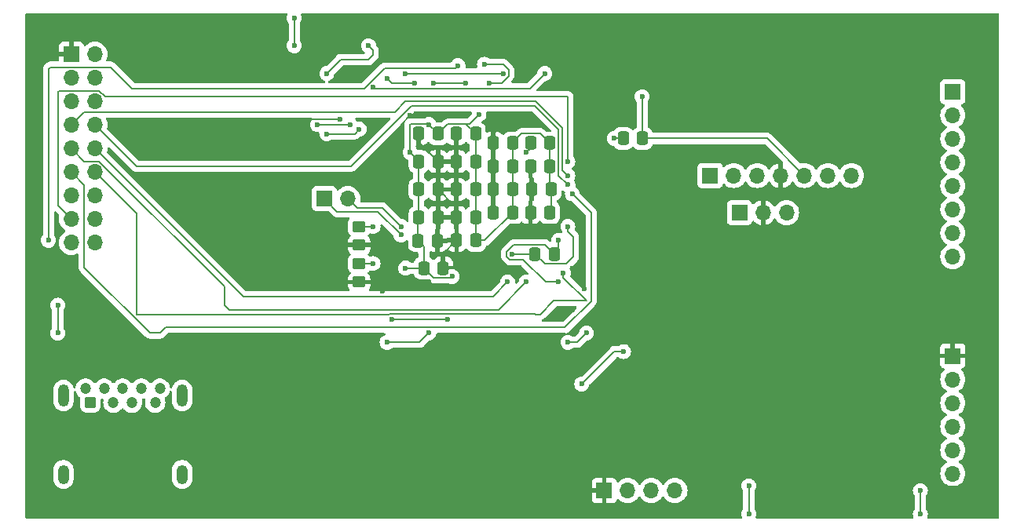
<source format=gbr>
%TF.GenerationSoftware,KiCad,Pcbnew,8.0.6*%
%TF.CreationDate,2024-11-07T17:09:19-06:00*%
%TF.ProjectId,CameraAI_PCB,43616d65-7261-4414-995f-5043422e6b69,rev?*%
%TF.SameCoordinates,Original*%
%TF.FileFunction,Copper,L2,Bot*%
%TF.FilePolarity,Positive*%
%FSLAX46Y46*%
G04 Gerber Fmt 4.6, Leading zero omitted, Abs format (unit mm)*
G04 Created by KiCad (PCBNEW 8.0.6) date 2024-11-07 17:09:19*
%MOMM*%
%LPD*%
G01*
G04 APERTURE LIST*
G04 Aperture macros list*
%AMRoundRect*
0 Rectangle with rounded corners*
0 $1 Rounding radius*
0 $2 $3 $4 $5 $6 $7 $8 $9 X,Y pos of 4 corners*
0 Add a 4 corners polygon primitive as box body*
4,1,4,$2,$3,$4,$5,$6,$7,$8,$9,$2,$3,0*
0 Add four circle primitives for the rounded corners*
1,1,$1+$1,$2,$3*
1,1,$1+$1,$4,$5*
1,1,$1+$1,$6,$7*
1,1,$1+$1,$8,$9*
0 Add four rect primitives between the rounded corners*
20,1,$1+$1,$2,$3,$4,$5,0*
20,1,$1+$1,$4,$5,$6,$7,0*
20,1,$1+$1,$6,$7,$8,$9,0*
20,1,$1+$1,$8,$9,$2,$3,0*%
G04 Aperture macros list end*
%TA.AperFunction,ComponentPad*%
%ADD10R,1.700000X1.700000*%
%TD*%
%TA.AperFunction,ComponentPad*%
%ADD11O,1.700000X1.700000*%
%TD*%
%TA.AperFunction,ComponentPad*%
%ADD12RoundRect,0.250000X-0.350000X-0.350000X0.350000X-0.350000X0.350000X0.350000X-0.350000X0.350000X0*%
%TD*%
%TA.AperFunction,ComponentPad*%
%ADD13C,1.200000*%
%TD*%
%TA.AperFunction,ComponentPad*%
%ADD14O,1.200000X2.400000*%
%TD*%
%TA.AperFunction,ComponentPad*%
%ADD15O,1.200000X2.100000*%
%TD*%
%TA.AperFunction,SMDPad,CuDef*%
%ADD16RoundRect,0.250000X0.337500X0.475000X-0.337500X0.475000X-0.337500X-0.475000X0.337500X-0.475000X0*%
%TD*%
%TA.AperFunction,SMDPad,CuDef*%
%ADD17RoundRect,0.250000X-0.337500X-0.475000X0.337500X-0.475000X0.337500X0.475000X-0.337500X0.475000X0*%
%TD*%
%TA.AperFunction,SMDPad,CuDef*%
%ADD18RoundRect,0.250000X-0.450000X0.350000X-0.450000X-0.350000X0.450000X-0.350000X0.450000X0.350000X0*%
%TD*%
%TA.AperFunction,ViaPad*%
%ADD19C,0.600000*%
%TD*%
%TA.AperFunction,Conductor*%
%ADD20C,0.200000*%
%TD*%
G04 APERTURE END LIST*
D10*
%TO.P,J1,1,Pin_1*%
%TO.N,+3.3V*%
X94460000Y-54920000D03*
D11*
%TO.P,J1,2,Pin_2*%
%TO.N,OV_SCL*%
X97000000Y-54920000D03*
%TO.P,J1,3,Pin_3*%
%TO.N,OV_VS*%
X94460000Y-57460000D03*
%TO.P,J1,4,Pin_4*%
%TO.N,PIXCLK*%
X97000000Y-57460000D03*
%TO.P,J1,5,Pin_5*%
%TO.N,DCMI_D7*%
X94460000Y-60000000D03*
%TO.P,J1,6,Pin_6*%
%TO.N,DCMI_D5*%
X97000000Y-60000000D03*
%TO.P,J1,7,Pin_7*%
%TO.N,DCMI_D3*%
X94460000Y-62540000D03*
%TO.P,J1,8,Pin_8*%
%TO.N,DCMI_D1*%
X97000000Y-62540000D03*
%TO.P,J1,9,Pin_9*%
%TO.N,CAMERA_RESET*%
X94460000Y-65080000D03*
%TO.P,J1,10,Pin_10*%
%TO.N,CAMERA_PWDN*%
X97000000Y-65080000D03*
%TO.P,J1,11,Pin_11*%
%TO.N,DCMI_D0*%
X94460000Y-67620000D03*
%TO.P,J1,12,Pin_12*%
%TO.N,DCMI_D2*%
X97000000Y-67620000D03*
%TO.P,J1,13,Pin_13*%
%TO.N,DCMI_D4*%
X94460000Y-70160000D03*
%TO.P,J1,14,Pin_14*%
%TO.N,DCMI_D6*%
X97000000Y-70160000D03*
%TO.P,J1,15,Pin_15*%
%TO.N,MCLK*%
X94460000Y-72700000D03*
%TO.P,J1,16,Pin_16*%
%TO.N,OV_HS*%
X97000000Y-72700000D03*
%TO.P,J1,17,Pin_17*%
%TO.N,OV_SDA*%
X94460000Y-75240000D03*
%TO.P,J1,18,Pin_18*%
%TO.N,GND*%
X97000000Y-75240000D03*
%TD*%
D10*
%TO.P,J3,1,Pin_1*%
%TO.N,+5V*%
X163340000Y-68000000D03*
D11*
%TO.P,J3,2,Pin_2*%
%TO.N,ST_LINK_SWDIO*%
X165880000Y-68000000D03*
%TO.P,J3,3,Pin_3*%
%TO.N,ST_LINK_SWCLK*%
X168420000Y-68000000D03*
%TO.P,J3,4,Pin_4*%
%TO.N,+3.3V*%
X170960000Y-68000000D03*
%TO.P,J3,5,Pin_5*%
%TO.N,GND*%
X173500000Y-68000000D03*
%TO.P,J3,6,Pin_6*%
%TO.N,ST_LINK_RESET*%
X176040000Y-68000000D03*
%TO.P,J3,7,Pin_7*%
%TO.N,GND*%
X178580000Y-68000000D03*
%TD*%
D10*
%TO.P,J6,1,Pin_1*%
%TO.N,+3.3V*%
X151920000Y-102000000D03*
D11*
%TO.P,J6,2,Pin_2*%
%TO.N,UART4_TX*%
X154460000Y-102000000D03*
%TO.P,J6,3,Pin_3*%
%TO.N,UART4_RX*%
X157000000Y-102000000D03*
%TO.P,J6,4,Pin_4*%
%TO.N,GND*%
X159540000Y-102000000D03*
%TD*%
D12*
%TO.P,J2,1,VBUS*%
%TO.N,+5V*%
X96500000Y-92500000D03*
D13*
%TO.P,J2,2,D-*%
%TO.N,unconnected-(J2-D--Pad2)*%
X99000000Y-92500000D03*
%TO.P,J2,3,D+*%
%TO.N,unconnected-(J2-D+-Pad3)*%
X101000000Y-92500000D03*
%TO.P,J2,4,GND*%
%TO.N,GND*%
X103500000Y-92500000D03*
%TO.P,J2,5,Shield*%
%TO.N,unconnected-(J2-Shield-Pad5)*%
X104000000Y-91000000D03*
%TO.P,J2,6*%
%TO.N,N/C*%
X102000000Y-91000000D03*
%TO.P,J2,7*%
X100000000Y-91000000D03*
%TO.P,J2,8*%
X98000000Y-91000000D03*
%TO.P,J2,9*%
X96000000Y-91000000D03*
D14*
%TO.P,J2,10*%
X93600000Y-91750000D03*
D15*
X93600000Y-100250000D03*
D14*
X106400000Y-91750000D03*
D15*
X106400000Y-100250000D03*
%TD*%
D10*
%TO.P,J7,1,Pin_1*%
%TO.N,+5V*%
X166500000Y-72000000D03*
D11*
%TO.P,J7,2,Pin_2*%
%TO.N,+3.3V*%
X169040000Y-72000000D03*
%TO.P,J7,3,Pin_3*%
%TO.N,GND*%
X171580000Y-72000000D03*
%TD*%
D10*
%TO.P,J5,1,Pin_1*%
%TO.N,PH1*%
X121725000Y-70500000D03*
D11*
%TO.P,J5,2,Pin_2*%
%TO.N,PH0*%
X124265000Y-70500000D03*
%TD*%
D10*
%TO.P,J8,1,Pin_1*%
%TO.N,PD7*%
X189500000Y-58960000D03*
D11*
%TO.P,J8,2,Pin_2*%
%TO.N,PD6*%
X189500000Y-61500000D03*
%TO.P,J8,3,Pin_3*%
%TO.N,PD13*%
X189500000Y-64040000D03*
%TO.P,J8,4,Pin_4*%
%TO.N,PD12*%
X189500000Y-66580000D03*
%TO.P,J8,5,Pin_5*%
%TO.N,PD11*%
X189500000Y-69120000D03*
%TO.P,J8,6,Pin_6*%
%TO.N,PD10*%
X189500000Y-71660000D03*
%TO.P,J8,7,Pin_7*%
%TO.N,PD9*%
X189500000Y-74200000D03*
%TO.P,J8,8,Pin_8*%
%TO.N,PD8*%
X189500000Y-76740000D03*
%TD*%
D10*
%TO.P,J4,1,Pin_1*%
%TO.N,+3.3V*%
X189500000Y-87460000D03*
D11*
%TO.P,J4,2,Pin_2*%
%TO.N,SPI_NSS*%
X189500000Y-90000000D03*
%TO.P,J4,3,Pin_3*%
%TO.N,SPI_MOSI*%
X189500000Y-92540000D03*
%TO.P,J4,4,Pin_4*%
%TO.N,SPI_SCK*%
X189500000Y-95080000D03*
%TO.P,J4,5,Pin_5*%
%TO.N,SPI_MISO*%
X189500000Y-97620000D03*
%TO.P,J4,6,Pin_6*%
%TO.N,GND*%
X189500000Y-100160000D03*
%TD*%
D16*
%TO.P,C11,1*%
%TO.N,GND*%
X138037500Y-63490000D03*
%TO.P,C11,2*%
%TO.N,+3.3V*%
X135962500Y-63490000D03*
%TD*%
D17*
%TO.P,C17,1*%
%TO.N,GND*%
X131925000Y-66500000D03*
%TO.P,C17,2*%
%TO.N,+3.3V*%
X134000000Y-66500000D03*
%TD*%
D16*
%TO.P,C13,1*%
%TO.N,GND*%
X138037500Y-69510000D03*
%TO.P,C13,2*%
%TO.N,+3.3V*%
X135962500Y-69510000D03*
%TD*%
%TO.P,C19,1*%
%TO.N,+3.3V*%
X134000000Y-72520000D03*
%TO.P,C19,2*%
%TO.N,GND*%
X131925000Y-72520000D03*
%TD*%
D18*
%TO.P,R2,1*%
%TO.N,VREF+*%
X125500000Y-77500000D03*
%TO.P,R2,2*%
%TO.N,+3.3V*%
X125500000Y-79500000D03*
%TD*%
D16*
%TO.P,C18,1*%
%TO.N,+3.3V*%
X134000000Y-69510000D03*
%TO.P,C18,2*%
%TO.N,GND*%
X131925000Y-69510000D03*
%TD*%
%TO.P,C8,1*%
%TO.N,GND*%
X142037500Y-69500000D03*
%TO.P,C8,2*%
%TO.N,+3.3V*%
X139962500Y-69500000D03*
%TD*%
%TO.P,C2,1*%
%TO.N,GND*%
X146537500Y-76500000D03*
%TO.P,C2,2*%
%TO.N,+5V*%
X144462500Y-76500000D03*
%TD*%
%TO.P,C7,1*%
%TO.N,GND*%
X142037500Y-67000000D03*
%TO.P,C7,2*%
%TO.N,+3.3V*%
X139962500Y-67000000D03*
%TD*%
%TO.P,C12,1*%
%TO.N,GND*%
X138037500Y-66500000D03*
%TO.P,C12,2*%
%TO.N,+3.3V*%
X135962500Y-66500000D03*
%TD*%
%TO.P,C16,1*%
%TO.N,GND*%
X134000000Y-63490000D03*
%TO.P,C16,2*%
%TO.N,+3.3V*%
X131925000Y-63490000D03*
%TD*%
%TO.P,C23,1*%
%TO.N,GND*%
X156037500Y-64000000D03*
%TO.P,C23,2*%
%TO.N,VCAP2*%
X153962500Y-64000000D03*
%TD*%
D18*
%TO.P,R3,1*%
%TO.N,NRST*%
X125500000Y-73500000D03*
%TO.P,R3,2*%
%TO.N,+3.3V*%
X125500000Y-75500000D03*
%TD*%
D16*
%TO.P,C15,1*%
%TO.N,GND*%
X138075000Y-75000000D03*
%TO.P,C15,2*%
%TO.N,+3.3V*%
X136000000Y-75000000D03*
%TD*%
%TO.P,C6,1*%
%TO.N,GND*%
X142037500Y-64490000D03*
%TO.P,C6,2*%
%TO.N,+3.3V*%
X139962500Y-64490000D03*
%TD*%
D17*
%TO.P,C4,1*%
%TO.N,+3.3V*%
X143962500Y-72000000D03*
%TO.P,C4,2*%
%TO.N,GND*%
X146037500Y-72000000D03*
%TD*%
D16*
%TO.P,C10,1*%
%TO.N,GND*%
X146190000Y-69490000D03*
%TO.P,C10,2*%
%TO.N,+3.3V*%
X144115000Y-69490000D03*
%TD*%
%TO.P,C14,1*%
%TO.N,GND*%
X138037500Y-72520000D03*
%TO.P,C14,2*%
%TO.N,+3.3V*%
X135962500Y-72520000D03*
%TD*%
%TO.P,C5,1*%
%TO.N,GND*%
X146037500Y-67000000D03*
%TO.P,C5,2*%
%TO.N,+3.3V*%
X143962500Y-67000000D03*
%TD*%
%TO.P,C3,1*%
%TO.N,+3.3V*%
X134537500Y-78000000D03*
%TO.P,C3,2*%
%TO.N,GND*%
X132462500Y-78000000D03*
%TD*%
%TO.P,C9,1*%
%TO.N,GND*%
X142037500Y-72000000D03*
%TO.P,C9,2*%
%TO.N,+3.3V*%
X139962500Y-72000000D03*
%TD*%
%TO.P,C20,1*%
%TO.N,+3.3V*%
X133922500Y-75020000D03*
%TO.P,C20,2*%
%TO.N,GND*%
X131847500Y-75020000D03*
%TD*%
%TO.P,C1,1*%
%TO.N,GND*%
X146037500Y-64500000D03*
%TO.P,C1,2*%
%TO.N,NRST*%
X143962500Y-64500000D03*
%TD*%
D19*
%TO.N,GND*%
X139500000Y-58000000D03*
X118500000Y-51000000D03*
X148000000Y-86000000D03*
X118500000Y-54000000D03*
X93000000Y-82000000D03*
X186000000Y-102000000D03*
X93000000Y-85000000D03*
X133005000Y-62495000D03*
X130500000Y-78000000D03*
X150000000Y-85000000D03*
X186000000Y-104500000D03*
X167500000Y-104500000D03*
X147000000Y-79500000D03*
X156000000Y-59500000D03*
X154000000Y-87000000D03*
X167500000Y-101500000D03*
X149500000Y-90500000D03*
X138412500Y-61412500D03*
X147000000Y-75000000D03*
X131000000Y-65500000D03*
X135500000Y-78900000D03*
X139000000Y-56000000D03*
%TO.N,NRST*%
X143500000Y-65500000D03*
X127000000Y-73500000D03*
%TO.N,+5V*%
X148000000Y-73500000D03*
X142000000Y-76500000D03*
%TO.N,+3.3V*%
X130000000Y-77000000D03*
X148500000Y-82500000D03*
X131000000Y-61500000D03*
X122000000Y-65500000D03*
X152000000Y-63500000D03*
X137182410Y-61500000D03*
X128000000Y-80500000D03*
X130500000Y-71000000D03*
X130500002Y-54500000D03*
X130500000Y-68000000D03*
X140000000Y-79500000D03*
X139500000Y-62500000D03*
X149750000Y-80250000D03*
X124000000Y-57500000D03*
X148500000Y-78000000D03*
X152500000Y-69000000D03*
X119500000Y-68500000D03*
X133000000Y-79500000D03*
X123400000Y-61900000D03*
X130500000Y-66500000D03*
%TO.N,DCMI_D2*%
X147500000Y-78500000D03*
%TO.N,CAMERA_RESET*%
X143500000Y-79500000D03*
%TO.N,PIXCLK*%
X135000000Y-83500000D03*
X129000000Y-83500000D03*
%TO.N,DCMI_D3*%
X148000000Y-68000000D03*
%TO.N,DCMI_D1*%
X148000000Y-69000000D03*
%TO.N,DCMI_D5*%
X127000000Y-58500000D03*
X145500000Y-57000000D03*
%TO.N,OV_SDA*%
X136150000Y-56150000D03*
X92000000Y-75000000D03*
%TO.N,CAMERA_PWDN*%
X141500000Y-79500000D03*
%TO.N,OV_SCL*%
X133500000Y-58000000D03*
X137000000Y-58000000D03*
%TO.N,DCMI_D6*%
X125500000Y-63000000D03*
X122000000Y-63500000D03*
%TO.N,MCLK*%
X148000000Y-66500000D03*
%TO.N,DCMI_D4*%
X124500000Y-62500000D03*
X121000000Y-62500000D03*
%TO.N,OV_VS*%
X130500000Y-57000000D03*
X141000000Y-57000000D03*
%TO.N,OV_HS*%
X133000000Y-85000000D03*
X128500000Y-86000000D03*
%TO.N,DCMI_D0*%
X148483795Y-69983795D03*
%TO.N,PH1*%
X130000000Y-74412500D03*
%TO.N,PH0*%
X130000000Y-73500000D03*
%TO.N,VREF+*%
X127000000Y-77500000D03*
%TO.N,VCAP2*%
X153000000Y-64000000D03*
%TO.N,VCAP3*%
X131500000Y-58000000D03*
X128500000Y-57500000D03*
X122000000Y-57000000D03*
X126500000Y-54000000D03*
%TD*%
D20*
%TO.N,GND*%
X138037500Y-63490000D02*
X138037500Y-66500000D01*
X132462500Y-78000000D02*
X133487500Y-79025000D01*
X137360000Y-62465000D02*
X137012500Y-62465000D01*
X169500000Y-64000000D02*
X173500000Y-68000000D01*
X145012500Y-63475000D02*
X146037500Y-64500000D01*
X132462500Y-78000000D02*
X132462500Y-75635000D01*
X142037500Y-64462500D02*
X143025000Y-63475000D01*
X118500000Y-51000000D02*
X118500000Y-54000000D01*
X156000000Y-59500000D02*
X156000000Y-60000000D01*
X141600000Y-56600000D02*
X141000000Y-56000000D01*
X140848529Y-58000000D02*
X141600000Y-57248529D01*
X139500000Y-58000000D02*
X140848529Y-58000000D01*
X149000000Y-86000000D02*
X148000000Y-86000000D01*
X133005000Y-62495000D02*
X134000000Y-63490000D01*
X156000000Y-60000000D02*
X156037500Y-60037500D01*
X156037500Y-60037500D02*
X156037500Y-64000000D01*
X167500000Y-101500000D02*
X167500000Y-104500000D01*
X146037500Y-64500000D02*
X146037500Y-67000000D01*
X137012500Y-62465000D02*
X138037500Y-63490000D01*
X131000000Y-65500000D02*
X131000000Y-62500000D01*
X146190000Y-71847500D02*
X146037500Y-72000000D01*
X131925000Y-66425000D02*
X131000000Y-65500000D01*
X131035000Y-62465000D02*
X132975000Y-62465000D01*
X138037500Y-69510000D02*
X138037500Y-72520000D01*
X147000000Y-79500000D02*
X145600000Y-79500000D01*
X156037500Y-64000000D02*
X169500000Y-64000000D01*
X134000000Y-63490000D02*
X135025000Y-62465000D01*
X132462500Y-78000000D02*
X130500000Y-78000000D01*
X141400000Y-76251471D02*
X142176471Y-75475000D01*
X153000000Y-87000000D02*
X149500000Y-90500000D01*
X93000000Y-82000000D02*
X93000000Y-85000000D01*
X150000000Y-85000000D02*
X149000000Y-86000000D01*
X138075000Y-75000000D02*
X139037500Y-75000000D01*
X142037500Y-67000000D02*
X142037500Y-64490000D01*
X143200000Y-77100000D02*
X141751471Y-77100000D01*
X154000000Y-87000000D02*
X153000000Y-87000000D01*
X133487500Y-79025000D02*
X135375000Y-79025000D01*
X145600000Y-79500000D02*
X143200000Y-77100000D01*
X186000000Y-102000000D02*
X186000000Y-104500000D01*
X147000000Y-75000000D02*
X147000000Y-76037500D01*
X132975000Y-62465000D02*
X133005000Y-62495000D01*
X141400000Y-76748529D02*
X141400000Y-76251471D01*
X141000000Y-56000000D02*
X139000000Y-56000000D01*
X142037500Y-72000000D02*
X142037500Y-69500000D01*
X135025000Y-62465000D02*
X137012500Y-62465000D01*
X132462500Y-75635000D02*
X131847500Y-75020000D01*
X141600000Y-57248529D02*
X141600000Y-56600000D01*
X146037500Y-76000000D02*
X146537500Y-76500000D01*
X139037500Y-75000000D02*
X142037500Y-72000000D01*
X135375000Y-79025000D02*
X135500000Y-78900000D01*
X138037500Y-66500000D02*
X138037500Y-69510000D01*
X146037500Y-69337500D02*
X146190000Y-69490000D01*
X131925000Y-66500000D02*
X131925000Y-66425000D01*
X142037500Y-64490000D02*
X142037500Y-64462500D01*
X131847500Y-72597500D02*
X131925000Y-72520000D01*
X142037500Y-69500000D02*
X142037500Y-67000000D01*
X146037500Y-67000000D02*
X146037500Y-69337500D01*
X143025000Y-63475000D02*
X145012500Y-63475000D01*
X131000000Y-62500000D02*
X131035000Y-62465000D01*
X147000000Y-76037500D02*
X146537500Y-76500000D01*
X146190000Y-69490000D02*
X146190000Y-71847500D01*
X141751471Y-77100000D02*
X141400000Y-76748529D01*
X145512500Y-75475000D02*
X146537500Y-76500000D01*
X131925000Y-69510000D02*
X131925000Y-66500000D01*
X131847500Y-75020000D02*
X131847500Y-72597500D01*
X138037500Y-72520000D02*
X138037500Y-74962500D01*
X138412500Y-61412500D02*
X137360000Y-62465000D01*
X138037500Y-74962500D02*
X138075000Y-75000000D01*
X131925000Y-72520000D02*
X131925000Y-69510000D01*
X142176471Y-75475000D02*
X145512500Y-75475000D01*
%TO.N,NRST*%
X143962500Y-64500000D02*
X143962500Y-65037500D01*
X125500000Y-73500000D02*
X127000000Y-73500000D01*
X143962500Y-65037500D02*
X143500000Y-65500000D01*
%TO.N,+5V*%
X142000000Y-76500000D02*
X144462500Y-76500000D01*
X148600000Y-76748529D02*
X147823529Y-77525000D01*
X145487500Y-77525000D02*
X144462500Y-76500000D01*
X148000000Y-73500000D02*
X148000000Y-74000000D01*
X147823529Y-77525000D02*
X145487500Y-77525000D01*
X148000000Y-74000000D02*
X148600000Y-74600000D01*
X148600000Y-74600000D02*
X148600000Y-76748529D01*
%TO.N,+3.3V*%
X134000000Y-66500000D02*
X135962500Y-66500000D01*
X139500000Y-62500000D02*
X139500000Y-63000000D01*
X143962500Y-67000000D02*
X143962500Y-69337500D01*
X121000000Y-65500000D02*
X118000000Y-62500000D01*
X143962500Y-72000000D02*
X143962500Y-73537500D01*
X144115000Y-69490000D02*
X144115000Y-71847500D01*
X133922500Y-75020000D02*
X133922500Y-72597500D01*
X134000000Y-72520000D02*
X135962500Y-72520000D01*
X118000000Y-62500000D02*
X118600000Y-61900000D01*
X139962500Y-67000000D02*
X139962500Y-64490000D01*
X143962500Y-69337500D02*
X144115000Y-69490000D01*
X133922500Y-72597500D02*
X134000000Y-72520000D01*
X124000000Y-57500000D02*
X123000000Y-57500000D01*
X135962500Y-66500000D02*
X135962500Y-63490000D01*
X135962500Y-72520000D02*
X135962500Y-71472500D01*
X134537500Y-76462500D02*
X136000000Y-75000000D01*
X133942500Y-75000000D02*
X133922500Y-75020000D01*
X135962500Y-69510000D02*
X135962500Y-66500000D01*
X125500000Y-79500000D02*
X124000000Y-79500000D01*
X139962500Y-64490000D02*
X139962500Y-63537500D01*
X149750000Y-79250000D02*
X149750000Y-80250000D01*
X118600000Y-61900000D02*
X123400000Y-61900000D01*
X130000000Y-62500000D02*
X130000000Y-63000000D01*
X131000000Y-61500000D02*
X130000000Y-62500000D01*
X139962500Y-63462500D02*
X139962500Y-64490000D01*
X131925000Y-64425000D02*
X134000000Y-66500000D01*
X139500000Y-63000000D02*
X139962500Y-63462500D01*
X143962500Y-73537500D02*
X143500000Y-74000000D01*
X134537500Y-78000000D02*
X134537500Y-76462500D01*
X134537500Y-78000000D02*
X136000000Y-78000000D01*
X136000000Y-75000000D02*
X133942500Y-75000000D01*
X122000000Y-65500000D02*
X121000000Y-65500000D01*
X139962500Y-63537500D02*
X141000000Y-62500000D01*
X144115000Y-71847500D02*
X143962500Y-72000000D01*
X148500000Y-78000000D02*
X149750000Y-79250000D01*
X135962500Y-71472500D02*
X134000000Y-69510000D01*
X134000000Y-69510000D02*
X135962500Y-69510000D01*
X139962500Y-69500000D02*
X139962500Y-67000000D01*
X139962500Y-72000000D02*
X139962500Y-69500000D01*
X131925000Y-63490000D02*
X131925000Y-64425000D01*
%TO.N,DCMI_D2*%
X101500000Y-83000000D02*
X128651471Y-83000000D01*
X128651471Y-83000000D02*
X128751471Y-82900000D01*
X97000000Y-67620000D02*
X101500000Y-72120000D01*
X145000000Y-83000000D02*
X146500000Y-81500000D01*
X101500000Y-72120000D02*
X101500000Y-83000000D01*
X144500000Y-83000000D02*
X145000000Y-83000000D01*
X144400000Y-82900000D02*
X144500000Y-83000000D01*
X150000000Y-81500000D02*
X147500000Y-79000000D01*
X128751471Y-82900000D02*
X144400000Y-82900000D01*
X147500000Y-79000000D02*
X147500000Y-78500000D01*
X146500000Y-81500000D02*
X150000000Y-81500000D01*
%TO.N,CAMERA_RESET*%
X111500000Y-82500000D02*
X140500000Y-82500000D01*
X97476346Y-66470000D02*
X111000000Y-79993654D01*
X95850000Y-66470000D02*
X97476346Y-66470000D01*
X140500000Y-82500000D02*
X143500000Y-79500000D01*
X111000000Y-79993654D02*
X111000000Y-82000000D01*
X94460000Y-65080000D02*
X95850000Y-66470000D01*
X111000000Y-82000000D02*
X111500000Y-82500000D01*
%TO.N,PIXCLK*%
X129000000Y-83500000D02*
X135000000Y-83500000D01*
%TO.N,DCMI_D3*%
X95850000Y-61150000D02*
X129350000Y-61150000D01*
X130500000Y-60000000D02*
X144500000Y-60000000D01*
X144500000Y-60000000D02*
X147400000Y-62900000D01*
X147400000Y-62900000D02*
X147400000Y-67400000D01*
X129350000Y-61150000D02*
X130500000Y-60000000D01*
X94460000Y-62540000D02*
X95850000Y-61150000D01*
X147400000Y-67400000D02*
X148000000Y-68000000D01*
%TO.N,DCMI_D1*%
X144434314Y-60500000D02*
X147000000Y-63065686D01*
X147000000Y-63065686D02*
X147000000Y-68000000D01*
X147000000Y-68000000D02*
X148000000Y-69000000D01*
X101460000Y-67000000D02*
X124651471Y-67000000D01*
X97000000Y-62540000D02*
X101460000Y-67000000D01*
X131151471Y-60500000D02*
X144434314Y-60500000D01*
X124651471Y-67000000D02*
X131151471Y-60500000D01*
%TO.N,DCMI_D5*%
X127000000Y-58500000D02*
X127100000Y-58600000D01*
X127100000Y-58600000D02*
X143900000Y-58600000D01*
X143900000Y-58600000D02*
X145500000Y-57000000D01*
%TO.N,OV_SDA*%
X128251471Y-56400000D02*
X135900000Y-56400000D01*
X92190000Y-56310000D02*
X98700000Y-56310000D01*
X101000000Y-58610000D02*
X126041471Y-58610000D01*
X92000000Y-75000000D02*
X92000000Y-56500000D01*
X135900000Y-56400000D02*
X136150000Y-56150000D01*
X98700000Y-56310000D02*
X101000000Y-58610000D01*
X126041471Y-58610000D02*
X128251471Y-56400000D01*
X92000000Y-56500000D02*
X92190000Y-56310000D01*
%TO.N,CAMERA_PWDN*%
X113020000Y-81100000D02*
X139900000Y-81100000D01*
X139900000Y-81100000D02*
X141500000Y-79500000D01*
X97000000Y-65080000D02*
X113020000Y-81100000D01*
%TO.N,OV_SCL*%
X137000000Y-58000000D02*
X133500000Y-58000000D01*
%TO.N,DCMI_D6*%
X125000000Y-63500000D02*
X125500000Y-63000000D01*
X122000000Y-63500000D02*
X125000000Y-63500000D01*
%TO.N,MCLK*%
X93000000Y-61000000D02*
X93000000Y-71240000D01*
X93000000Y-59000000D02*
X93000000Y-61000000D01*
X97476346Y-58850000D02*
X93150000Y-58850000D01*
X98126346Y-59500000D02*
X97476346Y-58850000D01*
X93150000Y-58850000D02*
X93000000Y-59000000D01*
X93000000Y-71240000D02*
X94460000Y-72700000D01*
X148000000Y-59500000D02*
X98126346Y-59500000D01*
X148000000Y-66500000D02*
X148000000Y-59500000D01*
%TO.N,DCMI_D4*%
X121000000Y-62500000D02*
X124500000Y-62500000D01*
%TO.N,OV_VS*%
X130500000Y-57000000D02*
X141000000Y-57000000D01*
%TO.N,OV_HS*%
X132000000Y-86000000D02*
X133000000Y-85000000D01*
X128500000Y-86000000D02*
X132000000Y-86000000D01*
%TO.N,DCMI_D0*%
X94460000Y-67620000D02*
X95850000Y-69010000D01*
X95850000Y-77915685D02*
X102934315Y-85000000D01*
X102934315Y-85000000D02*
X104000000Y-85000000D01*
X147665686Y-84400000D02*
X150500000Y-81565686D01*
X95850000Y-69010000D02*
X95850000Y-77915685D01*
X150500000Y-72000000D02*
X148483795Y-69983795D01*
X104000000Y-85000000D02*
X104600000Y-84400000D01*
X104600000Y-84400000D02*
X147665686Y-84400000D01*
X150500000Y-81565686D02*
X150500000Y-72000000D01*
%TO.N,PH1*%
X127487500Y-71900000D02*
X123125000Y-71900000D01*
X130000000Y-74412500D02*
X127487500Y-71900000D01*
X123125000Y-71900000D02*
X121725000Y-70500000D01*
%TO.N,PH0*%
X130000000Y-73500000D02*
X128000000Y-71500000D01*
X128000000Y-71500000D02*
X125265000Y-71500000D01*
X125265000Y-71500000D02*
X124265000Y-70500000D01*
%TO.N,VREF+*%
X125500000Y-77500000D02*
X127000000Y-77500000D01*
%TO.N,VCAP2*%
X153000000Y-64000000D02*
X153962500Y-64000000D01*
%TO.N,VCAP3*%
X127000000Y-54500000D02*
X126500000Y-54000000D01*
X129000000Y-58000000D02*
X128500000Y-57500000D01*
X131500000Y-58000000D02*
X129000000Y-58000000D01*
X122000000Y-57000000D02*
X123500000Y-55500000D01*
X127000000Y-55000000D02*
X127000000Y-54500000D01*
X123500000Y-55500000D02*
X126500000Y-55500000D01*
X126500000Y-55500000D02*
X127000000Y-55000000D01*
%TD*%
%TA.AperFunction,Conductor*%
%TO.N,+3.3V*%
G36*
X148883628Y-82120185D02*
G01*
X148929383Y-82172989D01*
X148939327Y-82242147D01*
X148910302Y-82305703D01*
X148904270Y-82312181D01*
X147453270Y-83763181D01*
X147391947Y-83796666D01*
X147365589Y-83799500D01*
X145275950Y-83799500D01*
X145208911Y-83779815D01*
X145163156Y-83727011D01*
X145153212Y-83657853D01*
X145182237Y-83594297D01*
X145224746Y-83563644D01*
X145224745Y-83563642D01*
X145224767Y-83563629D01*
X145228498Y-83560939D01*
X145231782Y-83559578D01*
X145231782Y-83559577D01*
X145231785Y-83559577D01*
X145281904Y-83530639D01*
X145368716Y-83480520D01*
X145480520Y-83368716D01*
X145480520Y-83368714D01*
X145490728Y-83358507D01*
X145490729Y-83358504D01*
X146712416Y-82136819D01*
X146773739Y-82103334D01*
X146800097Y-82100500D01*
X148816589Y-82100500D01*
X148883628Y-82120185D01*
G37*
%TD.AperFunction*%
%TA.AperFunction,Conductor*%
G36*
X130320690Y-62282529D02*
G01*
X130376623Y-62324401D01*
X130401040Y-62389865D01*
X130400295Y-62414898D01*
X130399499Y-62420943D01*
X130399499Y-62589046D01*
X130399500Y-62589059D01*
X130399500Y-64917587D01*
X130379815Y-64984626D01*
X130372450Y-64994896D01*
X130370186Y-64997734D01*
X130274211Y-65150476D01*
X130214633Y-65320742D01*
X130214630Y-65320750D01*
X130194435Y-65499996D01*
X130194435Y-65500003D01*
X130214630Y-65679249D01*
X130214631Y-65679254D01*
X130274211Y-65849523D01*
X130315180Y-65914724D01*
X130370184Y-66002262D01*
X130497738Y-66129816D01*
X130650478Y-66225789D01*
X130753954Y-66261997D01*
X130810731Y-66302719D01*
X130836478Y-66367672D01*
X130837000Y-66379039D01*
X130837000Y-67025001D01*
X130837001Y-67025019D01*
X130847500Y-67127796D01*
X130847501Y-67127799D01*
X130879972Y-67225789D01*
X130902686Y-67294334D01*
X130994788Y-67443656D01*
X131118844Y-67567712D01*
X131265597Y-67658229D01*
X131312321Y-67710175D01*
X131324500Y-67763767D01*
X131324500Y-68246232D01*
X131304815Y-68313271D01*
X131265598Y-68351769D01*
X131207941Y-68387333D01*
X131118842Y-68442289D01*
X130994789Y-68566342D01*
X130902687Y-68715663D01*
X130902686Y-68715666D01*
X130847501Y-68882203D01*
X130847501Y-68882204D01*
X130847500Y-68882204D01*
X130837000Y-68984983D01*
X130837000Y-70035001D01*
X130837001Y-70035019D01*
X130847500Y-70137796D01*
X130847501Y-70137799D01*
X130889515Y-70264586D01*
X130902686Y-70304334D01*
X130994788Y-70453656D01*
X131118844Y-70577712D01*
X131265597Y-70668229D01*
X131312321Y-70720175D01*
X131324500Y-70773767D01*
X131324500Y-71256232D01*
X131304815Y-71323271D01*
X131265598Y-71361769D01*
X131191457Y-71407500D01*
X131118842Y-71452289D01*
X130994789Y-71576342D01*
X130902687Y-71725663D01*
X130902685Y-71725668D01*
X130888587Y-71768214D01*
X130847501Y-71892203D01*
X130847501Y-71892204D01*
X130847500Y-71892204D01*
X130837000Y-71994983D01*
X130837000Y-72905560D01*
X130817315Y-72972599D01*
X130764511Y-73018354D01*
X130695353Y-73028298D01*
X130631797Y-72999273D01*
X130625319Y-72993241D01*
X130502262Y-72870184D01*
X130349521Y-72774210D01*
X130179249Y-72714630D01*
X130092330Y-72704837D01*
X130027916Y-72677770D01*
X130018533Y-72669298D01*
X128487590Y-71138355D01*
X128487588Y-71138352D01*
X128368717Y-71019481D01*
X128368716Y-71019480D01*
X128272037Y-70963663D01*
X128272036Y-70963662D01*
X128231783Y-70940422D01*
X128175469Y-70925333D01*
X128079057Y-70899499D01*
X127920943Y-70899499D01*
X127913347Y-70899499D01*
X127913331Y-70899500D01*
X125717695Y-70899500D01*
X125650656Y-70879815D01*
X125604901Y-70827011D01*
X125594957Y-70757853D01*
X125597919Y-70743410D01*
X125598153Y-70742535D01*
X125600063Y-70735408D01*
X125620659Y-70500000D01*
X125600063Y-70264592D01*
X125538903Y-70036337D01*
X125439035Y-69822171D01*
X125426689Y-69804538D01*
X125303494Y-69628597D01*
X125136402Y-69461506D01*
X125136395Y-69461501D01*
X124942834Y-69325967D01*
X124942830Y-69325965D01*
X124942828Y-69325964D01*
X124728663Y-69226097D01*
X124728659Y-69226096D01*
X124728655Y-69226094D01*
X124500413Y-69164938D01*
X124500403Y-69164936D01*
X124265001Y-69144341D01*
X124264999Y-69144341D01*
X124029596Y-69164936D01*
X124029586Y-69164938D01*
X123801344Y-69226094D01*
X123801335Y-69226098D01*
X123587171Y-69325964D01*
X123587169Y-69325965D01*
X123393600Y-69461503D01*
X123271673Y-69583430D01*
X123210350Y-69616914D01*
X123140658Y-69611930D01*
X123084725Y-69570058D01*
X123067810Y-69539081D01*
X123018797Y-69407671D01*
X123018793Y-69407664D01*
X122932547Y-69292455D01*
X122932544Y-69292452D01*
X122817335Y-69206206D01*
X122817328Y-69206202D01*
X122682482Y-69155908D01*
X122682483Y-69155908D01*
X122622883Y-69149501D01*
X122622881Y-69149500D01*
X122622873Y-69149500D01*
X122622864Y-69149500D01*
X120827129Y-69149500D01*
X120827123Y-69149501D01*
X120767516Y-69155908D01*
X120632671Y-69206202D01*
X120632664Y-69206206D01*
X120517455Y-69292452D01*
X120517452Y-69292455D01*
X120431206Y-69407664D01*
X120431202Y-69407671D01*
X120380908Y-69542517D01*
X120374501Y-69602116D01*
X120374500Y-69602135D01*
X120374500Y-71397870D01*
X120374501Y-71397876D01*
X120380908Y-71457483D01*
X120431202Y-71592328D01*
X120431206Y-71592335D01*
X120517452Y-71707544D01*
X120517455Y-71707547D01*
X120632664Y-71793793D01*
X120632671Y-71793797D01*
X120767517Y-71844091D01*
X120767516Y-71844091D01*
X120774444Y-71844835D01*
X120827127Y-71850500D01*
X122174902Y-71850499D01*
X122241941Y-71870184D01*
X122262583Y-71886818D01*
X122640139Y-72264374D01*
X122640149Y-72264385D01*
X122644479Y-72268715D01*
X122644480Y-72268716D01*
X122756284Y-72380520D01*
X122779181Y-72393739D01*
X122843095Y-72430639D01*
X122843097Y-72430641D01*
X122881151Y-72452611D01*
X122893215Y-72459577D01*
X123045943Y-72500501D01*
X123045946Y-72500501D01*
X123211653Y-72500501D01*
X123211669Y-72500500D01*
X124346659Y-72500500D01*
X124413698Y-72520185D01*
X124459453Y-72572989D01*
X124469397Y-72642147D01*
X124452198Y-72689596D01*
X124365189Y-72830659D01*
X124365185Y-72830668D01*
X124344325Y-72893621D01*
X124310001Y-72997203D01*
X124310001Y-72997204D01*
X124310000Y-72997204D01*
X124299500Y-73099983D01*
X124299500Y-73900001D01*
X124299501Y-73900019D01*
X124310000Y-74002796D01*
X124310001Y-74002799D01*
X124348469Y-74118886D01*
X124365186Y-74169334D01*
X124449213Y-74305565D01*
X124457289Y-74318657D01*
X124551304Y-74412672D01*
X124584789Y-74473995D01*
X124579805Y-74543687D01*
X124551305Y-74588034D01*
X124457682Y-74681657D01*
X124365643Y-74830875D01*
X124365641Y-74830880D01*
X124310494Y-74997302D01*
X124310493Y-74997309D01*
X124300000Y-75100013D01*
X124300000Y-75250000D01*
X126699999Y-75250000D01*
X126699999Y-75100028D01*
X126699998Y-75100013D01*
X126689505Y-74997302D01*
X126634358Y-74830880D01*
X126634356Y-74830875D01*
X126542315Y-74681654D01*
X126448695Y-74588034D01*
X126415210Y-74526711D01*
X126420194Y-74457019D01*
X126448691Y-74412676D01*
X126542712Y-74318656D01*
X126556596Y-74296145D01*
X126608542Y-74249420D01*
X126677505Y-74238196D01*
X126703088Y-74244198D01*
X126746283Y-74259312D01*
X126820740Y-74285367D01*
X126820750Y-74285369D01*
X126999996Y-74305565D01*
X127000000Y-74305565D01*
X127000004Y-74305565D01*
X127179249Y-74285369D01*
X127179252Y-74285368D01*
X127179255Y-74285368D01*
X127349522Y-74225789D01*
X127502262Y-74129816D01*
X127629816Y-74002262D01*
X127725789Y-73849522D01*
X127785368Y-73679255D01*
X127789465Y-73642895D01*
X127805565Y-73500003D01*
X127805565Y-73499997D01*
X127790298Y-73364499D01*
X127802352Y-73295677D01*
X127849701Y-73244297D01*
X127917312Y-73226673D01*
X127983718Y-73248399D01*
X128001196Y-73262932D01*
X128587786Y-73849522D01*
X129169298Y-74431034D01*
X129202783Y-74492357D01*
X129204837Y-74504831D01*
X129214630Y-74591749D01*
X129274210Y-74762021D01*
X129370184Y-74914762D01*
X129497738Y-75042316D01*
X129564776Y-75084439D01*
X129599545Y-75106286D01*
X129650478Y-75138289D01*
X129767552Y-75179255D01*
X129820745Y-75197868D01*
X129820750Y-75197869D01*
X129999996Y-75218065D01*
X130000000Y-75218065D01*
X130000004Y-75218065D01*
X130179249Y-75197869D01*
X130179252Y-75197868D01*
X130179255Y-75197868D01*
X130349522Y-75138289D01*
X130502262Y-75042316D01*
X130547820Y-74996757D01*
X130609141Y-74963273D01*
X130678832Y-74968257D01*
X130734766Y-75010128D01*
X130759184Y-75075592D01*
X130759500Y-75084439D01*
X130759500Y-75545001D01*
X130759501Y-75545019D01*
X130770000Y-75647796D01*
X130770001Y-75647799D01*
X130815588Y-75785369D01*
X130825186Y-75814334D01*
X130917288Y-75963656D01*
X131041344Y-76087712D01*
X131190666Y-76179814D01*
X131357203Y-76234999D01*
X131459991Y-76245500D01*
X131738001Y-76245499D01*
X131805039Y-76265183D01*
X131850794Y-76317987D01*
X131862000Y-76369499D01*
X131862000Y-76736232D01*
X131842315Y-76803271D01*
X131803098Y-76841769D01*
X131707423Y-76900781D01*
X131656342Y-76932289D01*
X131532289Y-77056342D01*
X131440187Y-77205663D01*
X131440185Y-77205668D01*
X131430095Y-77236119D01*
X131417473Y-77274211D01*
X131404121Y-77314504D01*
X131364348Y-77371949D01*
X131299833Y-77398772D01*
X131286415Y-77399500D01*
X131082412Y-77399500D01*
X131015373Y-77379815D01*
X131005097Y-77372445D01*
X131002263Y-77370185D01*
X131002262Y-77370184D01*
X130945496Y-77334515D01*
X130849523Y-77274211D01*
X130679254Y-77214631D01*
X130679249Y-77214630D01*
X130500004Y-77194435D01*
X130499996Y-77194435D01*
X130320750Y-77214630D01*
X130320745Y-77214631D01*
X130150476Y-77274211D01*
X129997737Y-77370184D01*
X129870184Y-77497737D01*
X129774211Y-77650476D01*
X129714631Y-77820745D01*
X129714630Y-77820750D01*
X129694435Y-77999996D01*
X129694435Y-78000003D01*
X129714630Y-78179249D01*
X129714631Y-78179254D01*
X129774211Y-78349523D01*
X129821323Y-78424500D01*
X129870184Y-78502262D01*
X129997738Y-78629816D01*
X130076410Y-78679249D01*
X130143946Y-78721685D01*
X130150478Y-78725789D01*
X130281796Y-78771739D01*
X130320745Y-78785368D01*
X130320750Y-78785369D01*
X130499996Y-78805565D01*
X130500000Y-78805565D01*
X130500004Y-78805565D01*
X130679249Y-78785369D01*
X130679252Y-78785368D01*
X130679255Y-78785368D01*
X130849522Y-78725789D01*
X131002262Y-78629816D01*
X131002267Y-78629810D01*
X131005097Y-78627555D01*
X131007275Y-78626665D01*
X131008158Y-78626111D01*
X131008255Y-78626265D01*
X131069783Y-78601145D01*
X131082412Y-78600500D01*
X131286415Y-78600500D01*
X131353454Y-78620185D01*
X131399209Y-78672989D01*
X131404118Y-78685489D01*
X131423458Y-78743853D01*
X131440185Y-78794331D01*
X131440187Y-78794336D01*
X131462728Y-78830880D01*
X131532288Y-78943656D01*
X131656344Y-79067712D01*
X131805666Y-79159814D01*
X131972203Y-79214999D01*
X132074991Y-79225500D01*
X132787402Y-79225499D01*
X132854441Y-79245183D01*
X132875083Y-79261818D01*
X133002639Y-79389374D01*
X133002649Y-79389385D01*
X133006979Y-79393715D01*
X133006980Y-79393716D01*
X133118784Y-79505520D01*
X133205595Y-79555639D01*
X133205597Y-79555641D01*
X133243651Y-79577611D01*
X133255715Y-79584577D01*
X133408443Y-79625501D01*
X133408446Y-79625501D01*
X133574153Y-79625501D01*
X133574169Y-79625500D01*
X135128584Y-79625500D01*
X135169539Y-79632459D01*
X135320737Y-79685366D01*
X135320743Y-79685367D01*
X135320745Y-79685368D01*
X135320746Y-79685368D01*
X135320750Y-79685369D01*
X135499996Y-79705565D01*
X135500000Y-79705565D01*
X135500004Y-79705565D01*
X135679249Y-79685369D01*
X135679252Y-79685368D01*
X135679255Y-79685368D01*
X135849522Y-79625789D01*
X136002262Y-79529816D01*
X136129816Y-79402262D01*
X136225789Y-79249522D01*
X136285368Y-79079255D01*
X136300646Y-78943657D01*
X136305565Y-78900003D01*
X136305565Y-78899996D01*
X136285369Y-78720750D01*
X136285368Y-78720745D01*
X136273034Y-78685496D01*
X136225789Y-78550478D01*
X136129816Y-78397738D01*
X136002262Y-78270184D01*
X135997429Y-78267147D01*
X135849523Y-78174211D01*
X135679254Y-78114631D01*
X135679249Y-78114630D01*
X135500004Y-78094435D01*
X135499996Y-78094435D01*
X135320750Y-78114630D01*
X135320745Y-78114631D01*
X135150475Y-78174211D01*
X135060110Y-78230993D01*
X134994137Y-78250000D01*
X134411500Y-78250000D01*
X134344461Y-78230315D01*
X134298706Y-78177511D01*
X134287500Y-78126000D01*
X134287500Y-77750000D01*
X134787500Y-77750000D01*
X135624999Y-77750000D01*
X135624999Y-77475028D01*
X135624998Y-77475013D01*
X135614505Y-77372302D01*
X135559358Y-77205880D01*
X135559356Y-77205875D01*
X135467315Y-77056654D01*
X135343345Y-76932684D01*
X135194124Y-76840643D01*
X135194119Y-76840641D01*
X135027697Y-76785494D01*
X135027690Y-76785493D01*
X134924986Y-76775000D01*
X134787500Y-76775000D01*
X134787500Y-77750000D01*
X134287500Y-77750000D01*
X134287500Y-76775000D01*
X134150027Y-76775000D01*
X134150012Y-76775001D01*
X134047302Y-76785494D01*
X133880880Y-76840641D01*
X133880875Y-76840643D01*
X133731654Y-76932684D01*
X133607683Y-77056655D01*
X133607679Y-77056660D01*
X133605826Y-77059665D01*
X133604018Y-77061290D01*
X133603202Y-77062323D01*
X133603025Y-77062183D01*
X133553874Y-77106385D01*
X133484911Y-77117601D01*
X133420831Y-77089752D01*
X133394753Y-77059653D01*
X133394737Y-77059628D01*
X133392712Y-77056344D01*
X133268656Y-76932288D01*
X133121902Y-76841770D01*
X133075179Y-76789823D01*
X133063000Y-76736232D01*
X133063000Y-76276396D01*
X133082685Y-76209357D01*
X133135489Y-76163602D01*
X133204647Y-76153658D01*
X133252098Y-76170858D01*
X133265873Y-76179355D01*
X133265880Y-76179358D01*
X133432302Y-76234505D01*
X133432309Y-76234506D01*
X133535019Y-76244999D01*
X133672499Y-76244999D01*
X133672500Y-76244998D01*
X133672500Y-75270000D01*
X134172500Y-75270000D01*
X134172500Y-76244999D01*
X134309972Y-76244999D01*
X134309986Y-76244998D01*
X134412697Y-76234505D01*
X134579119Y-76179358D01*
X134579124Y-76179356D01*
X134728345Y-76087315D01*
X134852315Y-75963345D01*
X134861878Y-75947842D01*
X134913826Y-75901116D01*
X134982788Y-75889893D01*
X135046870Y-75917736D01*
X135064779Y-75938406D01*
X135065702Y-75937677D01*
X135070183Y-75943344D01*
X135194154Y-76067315D01*
X135343375Y-76159356D01*
X135343380Y-76159358D01*
X135509802Y-76214505D01*
X135509809Y-76214506D01*
X135612519Y-76224999D01*
X135749999Y-76224999D01*
X135750000Y-76224998D01*
X135750000Y-75250000D01*
X135039433Y-75250000D01*
X135007996Y-75267166D01*
X134981638Y-75270000D01*
X134172500Y-75270000D01*
X133672500Y-75270000D01*
X133672500Y-73868999D01*
X133692185Y-73801960D01*
X133700217Y-73795000D01*
X134172500Y-73795000D01*
X134172500Y-74770000D01*
X134883067Y-74770000D01*
X134914504Y-74752834D01*
X134940862Y-74750000D01*
X135750000Y-74750000D01*
X135750000Y-73788000D01*
X135748819Y-73786819D01*
X135715334Y-73725496D01*
X135712500Y-73699138D01*
X135712500Y-72770000D01*
X134250000Y-72770000D01*
X134250000Y-73671000D01*
X134230315Y-73738039D01*
X134207739Y-73757601D01*
X134208819Y-73758681D01*
X134172500Y-73795000D01*
X133700217Y-73795000D01*
X133714760Y-73782397D01*
X133713681Y-73781318D01*
X133750000Y-73744998D01*
X133750000Y-72270000D01*
X134250000Y-72270000D01*
X135712500Y-72270000D01*
X135712500Y-71295000D01*
X135575027Y-71295000D01*
X135575012Y-71295001D01*
X135472302Y-71305494D01*
X135305880Y-71360641D01*
X135305875Y-71360643D01*
X135156654Y-71452684D01*
X135068931Y-71540408D01*
X135007608Y-71573893D01*
X134937916Y-71568909D01*
X134893569Y-71540408D01*
X134805845Y-71452684D01*
X134656624Y-71360643D01*
X134656619Y-71360641D01*
X134490197Y-71305494D01*
X134490190Y-71305493D01*
X134387486Y-71295000D01*
X134250000Y-71295000D01*
X134250000Y-72270000D01*
X133750000Y-72270000D01*
X133750000Y-71295000D01*
X133612527Y-71295000D01*
X133612512Y-71295001D01*
X133509802Y-71305494D01*
X133343380Y-71360641D01*
X133343375Y-71360643D01*
X133194154Y-71452684D01*
X133070183Y-71576655D01*
X133070179Y-71576660D01*
X133068326Y-71579665D01*
X133066518Y-71581290D01*
X133065702Y-71582323D01*
X133065525Y-71582183D01*
X133016374Y-71626385D01*
X132947411Y-71637601D01*
X132883331Y-71609752D01*
X132857253Y-71579653D01*
X132857237Y-71579628D01*
X132855212Y-71576344D01*
X132731156Y-71452288D01*
X132584402Y-71361770D01*
X132537679Y-71309823D01*
X132525500Y-71256232D01*
X132525500Y-70773767D01*
X132545185Y-70706728D01*
X132584401Y-70668230D01*
X132731156Y-70577712D01*
X132855212Y-70453656D01*
X132857252Y-70450347D01*
X132859245Y-70448555D01*
X132859693Y-70447989D01*
X132859789Y-70448065D01*
X132909194Y-70403623D01*
X132978156Y-70392395D01*
X133042240Y-70420234D01*
X133068329Y-70450339D01*
X133070181Y-70453341D01*
X133070183Y-70453344D01*
X133194154Y-70577315D01*
X133343375Y-70669356D01*
X133343380Y-70669358D01*
X133509802Y-70724505D01*
X133509809Y-70724506D01*
X133612519Y-70734999D01*
X133749999Y-70734999D01*
X134250000Y-70734999D01*
X134387472Y-70734999D01*
X134387486Y-70734998D01*
X134490197Y-70724505D01*
X134656619Y-70669358D01*
X134656624Y-70669356D01*
X134805845Y-70577315D01*
X134893569Y-70489592D01*
X134954892Y-70456107D01*
X135024584Y-70461091D01*
X135068931Y-70489592D01*
X135156654Y-70577315D01*
X135305875Y-70669356D01*
X135305880Y-70669358D01*
X135472302Y-70724505D01*
X135472309Y-70724506D01*
X135575019Y-70734999D01*
X135712499Y-70734999D01*
X135712500Y-70734998D01*
X135712500Y-69760000D01*
X134250000Y-69760000D01*
X134250000Y-70734999D01*
X133749999Y-70734999D01*
X133750000Y-70734998D01*
X133750000Y-69260000D01*
X134250000Y-69260000D01*
X135712500Y-69260000D01*
X135712500Y-68285000D01*
X135575027Y-68285000D01*
X135575012Y-68285001D01*
X135472302Y-68295494D01*
X135305880Y-68350641D01*
X135305875Y-68350643D01*
X135156654Y-68442684D01*
X135068931Y-68530408D01*
X135007608Y-68563893D01*
X134937916Y-68558909D01*
X134893569Y-68530408D01*
X134805845Y-68442684D01*
X134656624Y-68350643D01*
X134656619Y-68350641D01*
X134490197Y-68295494D01*
X134490190Y-68295493D01*
X134387486Y-68285000D01*
X134250000Y-68285000D01*
X134250000Y-69260000D01*
X133750000Y-69260000D01*
X133750000Y-68285000D01*
X133612527Y-68285000D01*
X133612512Y-68285001D01*
X133509802Y-68295494D01*
X133343380Y-68350641D01*
X133343375Y-68350643D01*
X133194154Y-68442684D01*
X133070183Y-68566655D01*
X133070179Y-68566660D01*
X133068326Y-68569665D01*
X133066518Y-68571290D01*
X133065702Y-68572323D01*
X133065525Y-68572183D01*
X133016374Y-68616385D01*
X132947411Y-68627601D01*
X132883331Y-68599752D01*
X132857253Y-68569653D01*
X132857237Y-68569628D01*
X132855212Y-68566344D01*
X132731156Y-68442288D01*
X132584402Y-68351770D01*
X132537679Y-68299823D01*
X132525500Y-68246232D01*
X132525500Y-67763767D01*
X132545185Y-67696728D01*
X132584401Y-67658230D01*
X132731156Y-67567712D01*
X132855212Y-67443656D01*
X132857252Y-67440347D01*
X132859245Y-67438555D01*
X132859693Y-67437989D01*
X132859789Y-67438065D01*
X132909194Y-67393623D01*
X132978156Y-67382395D01*
X133042240Y-67410234D01*
X133068329Y-67440339D01*
X133070181Y-67443341D01*
X133070183Y-67443344D01*
X133194154Y-67567315D01*
X133343375Y-67659356D01*
X133343380Y-67659358D01*
X133509802Y-67714505D01*
X133509809Y-67714506D01*
X133612519Y-67724999D01*
X133749999Y-67724999D01*
X134250000Y-67724999D01*
X134387472Y-67724999D01*
X134387486Y-67724998D01*
X134490197Y-67714505D01*
X134656619Y-67659358D01*
X134656624Y-67659356D01*
X134805845Y-67567315D01*
X134893569Y-67479592D01*
X134954892Y-67446107D01*
X135024584Y-67451091D01*
X135068931Y-67479592D01*
X135156654Y-67567315D01*
X135305875Y-67659356D01*
X135305880Y-67659358D01*
X135472302Y-67714505D01*
X135472309Y-67714506D01*
X135575019Y-67724999D01*
X135712499Y-67724999D01*
X135712500Y-67724998D01*
X135712500Y-66750000D01*
X134250000Y-66750000D01*
X134250000Y-67724999D01*
X133749999Y-67724999D01*
X133750000Y-67724998D01*
X133750000Y-66250000D01*
X134250000Y-66250000D01*
X135712500Y-66250000D01*
X135712500Y-65275000D01*
X135575027Y-65275000D01*
X135575012Y-65275001D01*
X135472302Y-65285494D01*
X135305880Y-65340641D01*
X135305875Y-65340643D01*
X135156654Y-65432684D01*
X135068931Y-65520408D01*
X135007608Y-65553893D01*
X134937916Y-65548909D01*
X134893569Y-65520408D01*
X134805845Y-65432684D01*
X134656624Y-65340643D01*
X134656619Y-65340641D01*
X134490197Y-65285494D01*
X134490190Y-65285493D01*
X134387486Y-65275000D01*
X134250000Y-65275000D01*
X134250000Y-66250000D01*
X133750000Y-66250000D01*
X133750000Y-65275000D01*
X133612527Y-65275000D01*
X133612512Y-65275001D01*
X133509802Y-65285494D01*
X133343380Y-65340641D01*
X133343375Y-65340643D01*
X133194154Y-65432684D01*
X133070183Y-65556655D01*
X133070179Y-65556660D01*
X133068326Y-65559665D01*
X133066518Y-65561290D01*
X133065702Y-65562323D01*
X133065525Y-65562183D01*
X133016374Y-65606385D01*
X132947411Y-65617601D01*
X132883331Y-65589752D01*
X132857253Y-65559653D01*
X132857237Y-65559628D01*
X132855212Y-65556344D01*
X132731156Y-65432288D01*
X132581834Y-65340186D01*
X132415297Y-65285001D01*
X132415295Y-65285000D01*
X132312516Y-65274500D01*
X132312509Y-65274500D01*
X131857169Y-65274500D01*
X131790130Y-65254815D01*
X131744375Y-65202011D01*
X131740127Y-65191454D01*
X131725788Y-65150476D01*
X131680558Y-65078493D01*
X131629816Y-64997738D01*
X131629814Y-64997736D01*
X131629813Y-64997734D01*
X131627550Y-64994896D01*
X131626659Y-64992715D01*
X131626111Y-64991842D01*
X131626264Y-64991745D01*
X131601144Y-64930209D01*
X131600500Y-64917587D01*
X131600500Y-64838999D01*
X131620185Y-64771960D01*
X131641153Y-64753790D01*
X131638681Y-64751318D01*
X131675000Y-64714999D01*
X131675000Y-63364000D01*
X131694685Y-63296961D01*
X131747489Y-63251206D01*
X131799000Y-63240000D01*
X132051000Y-63240000D01*
X132118039Y-63259685D01*
X132163794Y-63312489D01*
X132175000Y-63364000D01*
X132175000Y-64714999D01*
X132312472Y-64714999D01*
X132312486Y-64714998D01*
X132415197Y-64704505D01*
X132581619Y-64649358D01*
X132581624Y-64649356D01*
X132730845Y-64557315D01*
X132854818Y-64433342D01*
X132856665Y-64430348D01*
X132858469Y-64428724D01*
X132859298Y-64427677D01*
X132859476Y-64427818D01*
X132908610Y-64383621D01*
X132977573Y-64372396D01*
X133041656Y-64400236D01*
X133067743Y-64430341D01*
X133069788Y-64433656D01*
X133193844Y-64557712D01*
X133343166Y-64649814D01*
X133509703Y-64704999D01*
X133612491Y-64715500D01*
X134387508Y-64715499D01*
X134387516Y-64715498D01*
X134387519Y-64715498D01*
X134443802Y-64709748D01*
X134490297Y-64704999D01*
X134656834Y-64649814D01*
X134806156Y-64557712D01*
X134893925Y-64469942D01*
X134955244Y-64436460D01*
X135024936Y-64441444D01*
X135069284Y-64469945D01*
X135156654Y-64557315D01*
X135305875Y-64649356D01*
X135305880Y-64649358D01*
X135472302Y-64704505D01*
X135472309Y-64704506D01*
X135575019Y-64714999D01*
X135712499Y-64714999D01*
X135712500Y-64714998D01*
X135712500Y-63364000D01*
X135732185Y-63296961D01*
X135784989Y-63251206D01*
X135836500Y-63240000D01*
X136088500Y-63240000D01*
X136155539Y-63259685D01*
X136201294Y-63312489D01*
X136212500Y-63364000D01*
X136212500Y-64714999D01*
X136349972Y-64714999D01*
X136349986Y-64714998D01*
X136452697Y-64704505D01*
X136619119Y-64649358D01*
X136619124Y-64649356D01*
X136768345Y-64557315D01*
X136892318Y-64433342D01*
X136894165Y-64430348D01*
X136895969Y-64428724D01*
X136896798Y-64427677D01*
X136896976Y-64427818D01*
X136946110Y-64383621D01*
X137015073Y-64372396D01*
X137079156Y-64400236D01*
X137105243Y-64430341D01*
X137107288Y-64433656D01*
X137231344Y-64557712D01*
X137378097Y-64648229D01*
X137424821Y-64700175D01*
X137437000Y-64753767D01*
X137437000Y-65236232D01*
X137417315Y-65303271D01*
X137378098Y-65341769D01*
X137292033Y-65394855D01*
X137231342Y-65432289D01*
X137107288Y-65556343D01*
X137107283Y-65556349D01*
X137105241Y-65559661D01*
X137103247Y-65561453D01*
X137102807Y-65562011D01*
X137102711Y-65561935D01*
X137053291Y-65606383D01*
X136984328Y-65617602D01*
X136920247Y-65589755D01*
X136894168Y-65559656D01*
X136892319Y-65556659D01*
X136892316Y-65556655D01*
X136768345Y-65432684D01*
X136619124Y-65340643D01*
X136619119Y-65340641D01*
X136452697Y-65285494D01*
X136452690Y-65285493D01*
X136349986Y-65275000D01*
X136212500Y-65275000D01*
X136212500Y-67724999D01*
X136349972Y-67724999D01*
X136349986Y-67724998D01*
X136452697Y-67714505D01*
X136619119Y-67659358D01*
X136619124Y-67659356D01*
X136768345Y-67567315D01*
X136892318Y-67443342D01*
X136894165Y-67440348D01*
X136895969Y-67438724D01*
X136896798Y-67437677D01*
X136896976Y-67437818D01*
X136946110Y-67393621D01*
X137015073Y-67382396D01*
X137079156Y-67410236D01*
X137105242Y-67440339D01*
X137107288Y-67443656D01*
X137231344Y-67567712D01*
X137378097Y-67658229D01*
X137424821Y-67710175D01*
X137437000Y-67763767D01*
X137437000Y-68246232D01*
X137417315Y-68313271D01*
X137378098Y-68351769D01*
X137320441Y-68387333D01*
X137231342Y-68442289D01*
X137107288Y-68566343D01*
X137107283Y-68566349D01*
X137105241Y-68569661D01*
X137103247Y-68571453D01*
X137102807Y-68572011D01*
X137102711Y-68571935D01*
X137053291Y-68616383D01*
X136984328Y-68627602D01*
X136920247Y-68599755D01*
X136894168Y-68569656D01*
X136892319Y-68566659D01*
X136892316Y-68566655D01*
X136768345Y-68442684D01*
X136619124Y-68350643D01*
X136619119Y-68350641D01*
X136452697Y-68295494D01*
X136452690Y-68295493D01*
X136349986Y-68285000D01*
X136212500Y-68285000D01*
X136212500Y-70734999D01*
X136349972Y-70734999D01*
X136349986Y-70734998D01*
X136452697Y-70724505D01*
X136619119Y-70669358D01*
X136619124Y-70669356D01*
X136768345Y-70577315D01*
X136892318Y-70453342D01*
X136894165Y-70450348D01*
X136895969Y-70448724D01*
X136896798Y-70447677D01*
X136896976Y-70447818D01*
X136946110Y-70403621D01*
X137015073Y-70392396D01*
X137079156Y-70420236D01*
X137105242Y-70450339D01*
X137107288Y-70453656D01*
X137231344Y-70577712D01*
X137378097Y-70668229D01*
X137424821Y-70720175D01*
X137437000Y-70773767D01*
X137437000Y-71256232D01*
X137417315Y-71323271D01*
X137378098Y-71361769D01*
X137303957Y-71407500D01*
X137231342Y-71452289D01*
X137107288Y-71576343D01*
X137107283Y-71576349D01*
X137105241Y-71579661D01*
X137103247Y-71581453D01*
X137102807Y-71582011D01*
X137102711Y-71581935D01*
X137053291Y-71626383D01*
X136984328Y-71637602D01*
X136920247Y-71609755D01*
X136894168Y-71579656D01*
X136892319Y-71576659D01*
X136892316Y-71576655D01*
X136768345Y-71452684D01*
X136619124Y-71360643D01*
X136619119Y-71360641D01*
X136452697Y-71305494D01*
X136452690Y-71305493D01*
X136349986Y-71295000D01*
X136212500Y-71295000D01*
X136212500Y-73732000D01*
X136213681Y-73733181D01*
X136247166Y-73794504D01*
X136250000Y-73820862D01*
X136250000Y-76224999D01*
X136387472Y-76224999D01*
X136387486Y-76224998D01*
X136490197Y-76214505D01*
X136656619Y-76159358D01*
X136656624Y-76159356D01*
X136805845Y-76067315D01*
X136929818Y-75943342D01*
X136931665Y-75940348D01*
X136933469Y-75938724D01*
X136934298Y-75937677D01*
X136934476Y-75937818D01*
X136983610Y-75893621D01*
X137052573Y-75882396D01*
X137116656Y-75910236D01*
X137142743Y-75940341D01*
X137144788Y-75943656D01*
X137268844Y-76067712D01*
X137418166Y-76159814D01*
X137584703Y-76214999D01*
X137687491Y-76225500D01*
X138462508Y-76225499D01*
X138462516Y-76225498D01*
X138462519Y-76225498D01*
X138518802Y-76219748D01*
X138565297Y-76214999D01*
X138731834Y-76159814D01*
X138881156Y-76067712D01*
X139005212Y-75943656D01*
X139097314Y-75794334D01*
X139144897Y-75650735D01*
X139184670Y-75593292D01*
X139230507Y-75569967D01*
X139269285Y-75559577D01*
X139329160Y-75525008D01*
X139406216Y-75480520D01*
X139518020Y-75368716D01*
X139518020Y-75368714D01*
X139528224Y-75358511D01*
X139528228Y-75358506D01*
X141624916Y-73261818D01*
X141686239Y-73228333D01*
X141712597Y-73225499D01*
X142425002Y-73225499D01*
X142425008Y-73225499D01*
X142527797Y-73214999D01*
X142694334Y-73159814D01*
X142843656Y-73067712D01*
X142912675Y-72998692D01*
X142973994Y-72965210D01*
X143043686Y-72970194D01*
X143088034Y-72998695D01*
X143156654Y-73067315D01*
X143305875Y-73159356D01*
X143305880Y-73159358D01*
X143472302Y-73214505D01*
X143472309Y-73214506D01*
X143575019Y-73224999D01*
X143712499Y-73224999D01*
X143712500Y-73224998D01*
X143712500Y-70838999D01*
X143732185Y-70771960D01*
X143784989Y-70726205D01*
X143836500Y-70714999D01*
X143864999Y-70714999D01*
X143865000Y-70714998D01*
X143865000Y-68268000D01*
X143836500Y-68268000D01*
X143769461Y-68248315D01*
X143723706Y-68195511D01*
X143712500Y-68144000D01*
X143712500Y-66874000D01*
X143732185Y-66806961D01*
X143784989Y-66761206D01*
X143836500Y-66750000D01*
X144088500Y-66750000D01*
X144155539Y-66769685D01*
X144201294Y-66822489D01*
X144212500Y-66874000D01*
X144212500Y-68222000D01*
X144241000Y-68222000D01*
X144308039Y-68241685D01*
X144353794Y-68294489D01*
X144365000Y-68346000D01*
X144365000Y-70651000D01*
X144345315Y-70718039D01*
X144292511Y-70763794D01*
X144241000Y-70775000D01*
X144212500Y-70775000D01*
X144212500Y-73224999D01*
X144349972Y-73224999D01*
X144349986Y-73224998D01*
X144452697Y-73214505D01*
X144619119Y-73159358D01*
X144619124Y-73159356D01*
X144768345Y-73067315D01*
X144892318Y-72943342D01*
X144894165Y-72940348D01*
X144895969Y-72938724D01*
X144896798Y-72937677D01*
X144896976Y-72937818D01*
X144946110Y-72893621D01*
X145015073Y-72882396D01*
X145079156Y-72910236D01*
X145105243Y-72940341D01*
X145107288Y-72943656D01*
X145231344Y-73067712D01*
X145380666Y-73159814D01*
X145547203Y-73214999D01*
X145649991Y-73225500D01*
X146425008Y-73225499D01*
X146425016Y-73225498D01*
X146425019Y-73225498D01*
X146481302Y-73219748D01*
X146527797Y-73214999D01*
X146694334Y-73159814D01*
X146843656Y-73067712D01*
X146967712Y-72943656D01*
X147059814Y-72794334D01*
X147114999Y-72627797D01*
X147125500Y-72525009D01*
X147125499Y-71474992D01*
X147123710Y-71457483D01*
X147114999Y-71372203D01*
X147114998Y-71372200D01*
X147100492Y-71328425D01*
X147059814Y-71205666D01*
X146967712Y-71056344D01*
X146843656Y-70932288D01*
X146837989Y-70927807D01*
X146839945Y-70925333D01*
X146802652Y-70883829D01*
X146790500Y-70830294D01*
X146790500Y-70753767D01*
X146810185Y-70686728D01*
X146849401Y-70648230D01*
X146996156Y-70557712D01*
X147120212Y-70433656D01*
X147212314Y-70284334D01*
X147267499Y-70117797D01*
X147278000Y-70015009D01*
X147277999Y-69709437D01*
X147297683Y-69642400D01*
X147350487Y-69596645D01*
X147419646Y-69586701D01*
X147483201Y-69615726D01*
X147489680Y-69621758D01*
X147497738Y-69629816D01*
X147624457Y-69709439D01*
X147637571Y-69717679D01*
X147683862Y-69770014D01*
X147694819Y-69836556D01*
X147678230Y-69983791D01*
X147678230Y-69983798D01*
X147698425Y-70163044D01*
X147698426Y-70163049D01*
X147758006Y-70333318D01*
X147831543Y-70450351D01*
X147853979Y-70486057D01*
X147981533Y-70613611D01*
X148134273Y-70709584D01*
X148304540Y-70769163D01*
X148391464Y-70778956D01*
X148455875Y-70806021D01*
X148465260Y-70814495D01*
X149863181Y-72212416D01*
X149896666Y-72273739D01*
X149899500Y-72300097D01*
X149899500Y-80250903D01*
X149879815Y-80317942D01*
X149827011Y-80363697D01*
X149757853Y-80373641D01*
X149694297Y-80344616D01*
X149687819Y-80338584D01*
X148273875Y-78924640D01*
X148240390Y-78863317D01*
X148244514Y-78796006D01*
X148285368Y-78679255D01*
X148290760Y-78631402D01*
X148305565Y-78500003D01*
X148305565Y-78499996D01*
X148285369Y-78320750D01*
X148285368Y-78320745D01*
X148225789Y-78150478D01*
X148212806Y-78129816D01*
X148209519Y-78124585D01*
X148190519Y-78057350D01*
X148210886Y-77990515D01*
X148226823Y-77970941D01*
X148304049Y-77893716D01*
X148304050Y-77893713D01*
X148958506Y-77239257D01*
X148958511Y-77239253D01*
X148968714Y-77229049D01*
X148968716Y-77229049D01*
X149080520Y-77117245D01*
X149133773Y-77025008D01*
X149159577Y-76980314D01*
X149200501Y-76827586D01*
X149200501Y-76669472D01*
X149200501Y-76661877D01*
X149200500Y-76661859D01*
X149200500Y-74520944D01*
X149200500Y-74520943D01*
X149194282Y-74497738D01*
X149159577Y-74368215D01*
X149111745Y-74285368D01*
X149090991Y-74249420D01*
X149080521Y-74231285D01*
X148964385Y-74115149D01*
X148964374Y-74115139D01*
X148773875Y-73924640D01*
X148740390Y-73863317D01*
X148744514Y-73796006D01*
X148784004Y-73683153D01*
X148785367Y-73679259D01*
X148785369Y-73679249D01*
X148805565Y-73500003D01*
X148805565Y-73499996D01*
X148785369Y-73320750D01*
X148785368Y-73320745D01*
X148768977Y-73273903D01*
X148725789Y-73150478D01*
X148724104Y-73147797D01*
X148640571Y-73014855D01*
X148629816Y-72997738D01*
X148502262Y-72870184D01*
X148462413Y-72845145D01*
X148349523Y-72774211D01*
X148179254Y-72714631D01*
X148179249Y-72714630D01*
X148000004Y-72694435D01*
X147999996Y-72694435D01*
X147820750Y-72714630D01*
X147820745Y-72714631D01*
X147650476Y-72774211D01*
X147497737Y-72870184D01*
X147370184Y-72997737D01*
X147274211Y-73150476D01*
X147214631Y-73320745D01*
X147214630Y-73320750D01*
X147194435Y-73499996D01*
X147194435Y-73500003D01*
X147214630Y-73679249D01*
X147214631Y-73679254D01*
X147274211Y-73849523D01*
X147370182Y-74002259D01*
X147372441Y-74005091D01*
X147373330Y-74007268D01*
X147373889Y-74008158D01*
X147373733Y-74008255D01*
X147398854Y-74069776D01*
X147399219Y-74076929D01*
X147399499Y-74079059D01*
X147401647Y-74087074D01*
X147399983Y-74156924D01*
X147360820Y-74214786D01*
X147296591Y-74242289D01*
X147240918Y-74236208D01*
X147179257Y-74214632D01*
X147179249Y-74214630D01*
X147000004Y-74194435D01*
X146999996Y-74194435D01*
X146820750Y-74214630D01*
X146820745Y-74214631D01*
X146650476Y-74274211D01*
X146497737Y-74370184D01*
X146432519Y-74435403D01*
X146370184Y-74497738D01*
X146355603Y-74520944D01*
X146274211Y-74650476D01*
X146214631Y-74820745D01*
X146214630Y-74820750D01*
X146194435Y-74999996D01*
X146194435Y-75006964D01*
X146191673Y-75006964D01*
X146181764Y-75063471D01*
X146134405Y-75114841D01*
X146066791Y-75132452D01*
X146000389Y-75110713D01*
X145982928Y-75096192D01*
X145881217Y-74994481D01*
X145881216Y-74994480D01*
X145788486Y-74940943D01*
X145788485Y-74940942D01*
X145744283Y-74915422D01*
X145688381Y-74900443D01*
X145591557Y-74874499D01*
X145433443Y-74874499D01*
X145425847Y-74874499D01*
X145425831Y-74874500D01*
X142263140Y-74874500D01*
X142263124Y-74874499D01*
X142255528Y-74874499D01*
X142097414Y-74874499D01*
X142017481Y-74895917D01*
X141944687Y-74915422D01*
X141900483Y-74940944D01*
X141900482Y-74940943D01*
X141807758Y-74994477D01*
X141807753Y-74994481D01*
X140919481Y-75882753D01*
X140919479Y-75882756D01*
X140909539Y-75899973D01*
X140874469Y-75960717D01*
X140840423Y-76019686D01*
X140799499Y-76172414D01*
X140799499Y-76172416D01*
X140799499Y-76340517D01*
X140799500Y-76340530D01*
X140799500Y-76661859D01*
X140799499Y-76661877D01*
X140799499Y-76827583D01*
X140799498Y-76827583D01*
X140840423Y-76980315D01*
X140840424Y-76980316D01*
X140866227Y-77025008D01*
X140909518Y-77099991D01*
X140919481Y-77117246D01*
X141038349Y-77236114D01*
X141038355Y-77236119D01*
X141266610Y-77464374D01*
X141266620Y-77464385D01*
X141270950Y-77468715D01*
X141270951Y-77468716D01*
X141382755Y-77580520D01*
X141462624Y-77626632D01*
X141519686Y-77659577D01*
X141672414Y-77700500D01*
X141830528Y-77700500D01*
X142899903Y-77700500D01*
X142966942Y-77720185D01*
X142987584Y-77736819D01*
X143751152Y-78500387D01*
X143784637Y-78561710D01*
X143779653Y-78631402D01*
X143737781Y-78687335D01*
X143672317Y-78711752D01*
X143649588Y-78711288D01*
X143500004Y-78694435D01*
X143499996Y-78694435D01*
X143320750Y-78714630D01*
X143320745Y-78714631D01*
X143150476Y-78774211D01*
X142997737Y-78870184D01*
X142870184Y-78997737D01*
X142774210Y-79150478D01*
X142714630Y-79320750D01*
X142704837Y-79407667D01*
X142677770Y-79472081D01*
X142669298Y-79481464D01*
X142512309Y-79638454D01*
X142450987Y-79671938D01*
X142381296Y-79666954D01*
X142325362Y-79625083D01*
X142300945Y-79559618D01*
X142301409Y-79536888D01*
X142305565Y-79500002D01*
X142305565Y-79499996D01*
X142285369Y-79320750D01*
X142285368Y-79320745D01*
X142271667Y-79281590D01*
X142225789Y-79150478D01*
X142129816Y-78997738D01*
X142002262Y-78870184D01*
X141969379Y-78849522D01*
X141849523Y-78774211D01*
X141679254Y-78714631D01*
X141679249Y-78714630D01*
X141500004Y-78694435D01*
X141499996Y-78694435D01*
X141320750Y-78714630D01*
X141320745Y-78714631D01*
X141150476Y-78774211D01*
X140997737Y-78870184D01*
X140870184Y-78997737D01*
X140774210Y-79150478D01*
X140714630Y-79320750D01*
X140704837Y-79407667D01*
X140677770Y-79472081D01*
X140669298Y-79481464D01*
X139687584Y-80463181D01*
X139626261Y-80496666D01*
X139599903Y-80499500D01*
X126652754Y-80499500D01*
X126585715Y-80479815D01*
X126539960Y-80427011D01*
X126530016Y-80357853D01*
X126547215Y-80310403D01*
X126634356Y-80169124D01*
X126634358Y-80169119D01*
X126689505Y-80002697D01*
X126689506Y-80002690D01*
X126699999Y-79899986D01*
X126700000Y-79899973D01*
X126700000Y-79750000D01*
X124300001Y-79750000D01*
X124300001Y-79899986D01*
X124310494Y-80002697D01*
X124365641Y-80169119D01*
X124365643Y-80169124D01*
X124452785Y-80310403D01*
X124471225Y-80377796D01*
X124450302Y-80444459D01*
X124396660Y-80489229D01*
X124347246Y-80499500D01*
X113320097Y-80499500D01*
X113253058Y-80479815D01*
X113232416Y-80463181D01*
X109869218Y-77099983D01*
X124299500Y-77099983D01*
X124299500Y-77900001D01*
X124299501Y-77900019D01*
X124310000Y-78002796D01*
X124310001Y-78002797D01*
X124365185Y-78169331D01*
X124365187Y-78169336D01*
X124385906Y-78202927D01*
X124449213Y-78305565D01*
X124457289Y-78318657D01*
X124551304Y-78412672D01*
X124584789Y-78473995D01*
X124579805Y-78543687D01*
X124551305Y-78588034D01*
X124457682Y-78681657D01*
X124365643Y-78830875D01*
X124365641Y-78830880D01*
X124310494Y-78997302D01*
X124310493Y-78997309D01*
X124300000Y-79100013D01*
X124300000Y-79250000D01*
X126699999Y-79250000D01*
X126699999Y-79100028D01*
X126699998Y-79100013D01*
X126689505Y-78997302D01*
X126634358Y-78830880D01*
X126634356Y-78830875D01*
X126542315Y-78681654D01*
X126448695Y-78588034D01*
X126415210Y-78526711D01*
X126420194Y-78457019D01*
X126448691Y-78412676D01*
X126542712Y-78318656D01*
X126556596Y-78296145D01*
X126608542Y-78249420D01*
X126677505Y-78238196D01*
X126703088Y-78244198D01*
X126746283Y-78259312D01*
X126820740Y-78285367D01*
X126820750Y-78285369D01*
X126999996Y-78305565D01*
X127000000Y-78305565D01*
X127000004Y-78305565D01*
X127179249Y-78285369D01*
X127179252Y-78285368D01*
X127179255Y-78285368D01*
X127349522Y-78225789D01*
X127502262Y-78129816D01*
X127629816Y-78002262D01*
X127725789Y-77849522D01*
X127785368Y-77679255D01*
X127785369Y-77679249D01*
X127805565Y-77500003D01*
X127805565Y-77499996D01*
X127785369Y-77320750D01*
X127785368Y-77320745D01*
X127769085Y-77274211D01*
X127725789Y-77150478D01*
X127629816Y-76997738D01*
X127502262Y-76870184D01*
X127395771Y-76803271D01*
X127349523Y-76774211D01*
X127179254Y-76714631D01*
X127179249Y-76714630D01*
X127000004Y-76694435D01*
X126999996Y-76694435D01*
X126820750Y-76714630D01*
X126820742Y-76714632D01*
X126703089Y-76755801D01*
X126633311Y-76759362D01*
X126572683Y-76724633D01*
X126556599Y-76703859D01*
X126542712Y-76681344D01*
X126448695Y-76587327D01*
X126415210Y-76526004D01*
X126420194Y-76456312D01*
X126448695Y-76411964D01*
X126542317Y-76318342D01*
X126634356Y-76169124D01*
X126634358Y-76169119D01*
X126689505Y-76002697D01*
X126689506Y-76002690D01*
X126699999Y-75899986D01*
X126700000Y-75899973D01*
X126700000Y-75750000D01*
X124300001Y-75750000D01*
X124300001Y-75899986D01*
X124310494Y-76002697D01*
X124365641Y-76169119D01*
X124365643Y-76169124D01*
X124457684Y-76318345D01*
X124551304Y-76411965D01*
X124584789Y-76473288D01*
X124579805Y-76542980D01*
X124551305Y-76587327D01*
X124457287Y-76681345D01*
X124365187Y-76830663D01*
X124365185Y-76830668D01*
X124361880Y-76840643D01*
X124310001Y-76997203D01*
X124310001Y-76997204D01*
X124310000Y-76997204D01*
X124299500Y-77099983D01*
X109869218Y-77099983D01*
X98332766Y-65563531D01*
X98299281Y-65502208D01*
X98300672Y-65443757D01*
X98303378Y-65433657D01*
X98335063Y-65315408D01*
X98355659Y-65080000D01*
X98353222Y-65052154D01*
X98366987Y-64983657D01*
X98415601Y-64933473D01*
X98483629Y-64917538D01*
X98549473Y-64940911D01*
X98564431Y-64953666D01*
X100975139Y-67364374D01*
X100975149Y-67364385D01*
X100979479Y-67368715D01*
X100979480Y-67368716D01*
X101091284Y-67480520D01*
X101091286Y-67480521D01*
X101091290Y-67480524D01*
X101187975Y-67536344D01*
X101228216Y-67559577D01*
X101340019Y-67589534D01*
X101380942Y-67600500D01*
X101380943Y-67600500D01*
X124564802Y-67600500D01*
X124564818Y-67600501D01*
X124572414Y-67600501D01*
X124730525Y-67600501D01*
X124730528Y-67600501D01*
X124883256Y-67559577D01*
X124933375Y-67530639D01*
X125020187Y-67480520D01*
X125131991Y-67368716D01*
X125131991Y-67368714D01*
X125142199Y-67358507D01*
X125142200Y-67358504D01*
X130189676Y-62311029D01*
X130250998Y-62277545D01*
X130320690Y-62282529D01*
G37*
%TD.AperFunction*%
%TA.AperFunction,Conductor*%
G36*
X144201256Y-61120185D02*
G01*
X144221898Y-61136819D01*
X146147898Y-63062819D01*
X146181383Y-63124142D01*
X146176399Y-63193834D01*
X146134527Y-63249767D01*
X146069063Y-63274184D01*
X146060217Y-63274500D01*
X145712597Y-63274500D01*
X145645558Y-63254815D01*
X145624916Y-63238181D01*
X145500090Y-63113355D01*
X145500088Y-63113352D01*
X145381217Y-62994481D01*
X145381209Y-62994475D01*
X145277380Y-62934530D01*
X145277377Y-62934529D01*
X145273497Y-62932289D01*
X145244285Y-62915423D01*
X145091557Y-62874499D01*
X144933443Y-62874499D01*
X144925847Y-62874499D01*
X144925831Y-62874500D01*
X143111669Y-62874500D01*
X143111653Y-62874499D01*
X143104057Y-62874499D01*
X142945943Y-62874499D01*
X142793215Y-62915423D01*
X142793214Y-62915423D01*
X142793212Y-62915424D01*
X142765895Y-62931195D01*
X142764003Y-62932289D01*
X142760123Y-62934529D01*
X142760120Y-62934530D01*
X142656290Y-62994475D01*
X142656282Y-62994481D01*
X142594422Y-63056342D01*
X142544480Y-63106284D01*
X142544478Y-63106286D01*
X142482167Y-63168597D01*
X142422582Y-63228182D01*
X142361259Y-63261666D01*
X142334901Y-63264500D01*
X141649998Y-63264500D01*
X141649980Y-63264501D01*
X141547203Y-63275000D01*
X141547200Y-63275001D01*
X141380668Y-63330185D01*
X141380663Y-63330187D01*
X141231342Y-63422289D01*
X141107288Y-63546343D01*
X141107283Y-63546349D01*
X141105241Y-63549661D01*
X141103247Y-63551453D01*
X141102807Y-63552011D01*
X141102711Y-63551935D01*
X141053291Y-63596383D01*
X140984328Y-63607602D01*
X140920247Y-63579755D01*
X140894168Y-63549656D01*
X140892319Y-63546659D01*
X140892316Y-63546655D01*
X140768345Y-63422684D01*
X140619124Y-63330643D01*
X140619119Y-63330641D01*
X140452697Y-63275494D01*
X140452690Y-63275493D01*
X140349986Y-63265000D01*
X140212500Y-63265000D01*
X140212500Y-72126000D01*
X140192815Y-72193039D01*
X140140011Y-72238794D01*
X140088500Y-72250000D01*
X139836500Y-72250000D01*
X139769461Y-72230315D01*
X139723706Y-72177511D01*
X139712500Y-72126000D01*
X139712500Y-63265000D01*
X139575027Y-63265000D01*
X139575012Y-63265001D01*
X139472302Y-63275494D01*
X139305872Y-63330644D01*
X139301899Y-63332497D01*
X139232821Y-63342986D01*
X139169038Y-63314464D01*
X139130801Y-63255985D01*
X139125499Y-63220113D01*
X139125499Y-62964998D01*
X139125498Y-62964981D01*
X139114999Y-62862203D01*
X139114998Y-62862200D01*
X139101261Y-62820745D01*
X139059814Y-62695666D01*
X138967712Y-62546344D01*
X138843656Y-62422288D01*
X138741834Y-62359484D01*
X138695111Y-62307537D01*
X138683888Y-62238574D01*
X138711732Y-62174492D01*
X138756719Y-62143331D01*
X138755747Y-62141312D01*
X138762016Y-62138292D01*
X138762019Y-62138289D01*
X138762022Y-62138289D01*
X138914762Y-62042316D01*
X139042316Y-61914762D01*
X139138289Y-61762022D01*
X139197868Y-61591755D01*
X139197869Y-61591749D01*
X139218065Y-61412503D01*
X139218065Y-61412496D01*
X139198448Y-61238383D01*
X139210503Y-61169561D01*
X139257852Y-61118182D01*
X139321668Y-61100500D01*
X144134217Y-61100500D01*
X144201256Y-61120185D01*
G37*
%TD.AperFunction*%
%TA.AperFunction,Conductor*%
G36*
X120385099Y-61770185D02*
G01*
X120430854Y-61822989D01*
X120440798Y-61892147D01*
X120411773Y-61955703D01*
X120405741Y-61962181D01*
X120370184Y-61997737D01*
X120274211Y-62150476D01*
X120214631Y-62320745D01*
X120214630Y-62320750D01*
X120194435Y-62499996D01*
X120194435Y-62500003D01*
X120214630Y-62679249D01*
X120214631Y-62679254D01*
X120274211Y-62849523D01*
X120308289Y-62903757D01*
X120370184Y-63002262D01*
X120497738Y-63129816D01*
X120576410Y-63179249D01*
X120642520Y-63220789D01*
X120650478Y-63225789D01*
X120788783Y-63274184D01*
X120820745Y-63285368D01*
X120820750Y-63285369D01*
X120999996Y-63305565D01*
X121000000Y-63305565D01*
X121000002Y-63305565D01*
X121029449Y-63302246D01*
X121064610Y-63298285D01*
X121133432Y-63310339D01*
X121184811Y-63357688D01*
X121202436Y-63425298D01*
X121201714Y-63435388D01*
X121194435Y-63499995D01*
X121194435Y-63500003D01*
X121214630Y-63679249D01*
X121214631Y-63679254D01*
X121274211Y-63849523D01*
X121368760Y-63999996D01*
X121370184Y-64002262D01*
X121497738Y-64129816D01*
X121650478Y-64225789D01*
X121792267Y-64275403D01*
X121820745Y-64285368D01*
X121820750Y-64285369D01*
X121999996Y-64305565D01*
X122000000Y-64305565D01*
X122000004Y-64305565D01*
X122179249Y-64285369D01*
X122179252Y-64285368D01*
X122179255Y-64285368D01*
X122349522Y-64225789D01*
X122502262Y-64129816D01*
X122502267Y-64129810D01*
X122505097Y-64127555D01*
X122507275Y-64126665D01*
X122508158Y-64126111D01*
X122508255Y-64126265D01*
X122569783Y-64101145D01*
X122582412Y-64100500D01*
X124913331Y-64100500D01*
X124913347Y-64100501D01*
X124920943Y-64100501D01*
X125079054Y-64100501D01*
X125079057Y-64100501D01*
X125231785Y-64059577D01*
X125281904Y-64030639D01*
X125368716Y-63980520D01*
X125480520Y-63868716D01*
X125480521Y-63868714D01*
X125499713Y-63849522D01*
X125518535Y-63830700D01*
X125579858Y-63797215D01*
X125592315Y-63795163D01*
X125679255Y-63785368D01*
X125849522Y-63725789D01*
X126002262Y-63629816D01*
X126129816Y-63502262D01*
X126225789Y-63349522D01*
X126285368Y-63179255D01*
X126288724Y-63149473D01*
X126305565Y-63000003D01*
X126305565Y-62999996D01*
X126285369Y-62820750D01*
X126285368Y-62820745D01*
X126269502Y-62775403D01*
X126225789Y-62650478D01*
X126129816Y-62497738D01*
X126002262Y-62370184D01*
X125929399Y-62324401D01*
X125849523Y-62274211D01*
X125679254Y-62214631D01*
X125679249Y-62214630D01*
X125500004Y-62194435D01*
X125499996Y-62194435D01*
X125347136Y-62211657D01*
X125278314Y-62199602D01*
X125228259Y-62154409D01*
X125191738Y-62096286D01*
X125129816Y-61997738D01*
X125094259Y-61962181D01*
X125060774Y-61900858D01*
X125065758Y-61831166D01*
X125107630Y-61775233D01*
X125173094Y-61750816D01*
X125181940Y-61750500D01*
X128752374Y-61750500D01*
X128819413Y-61770185D01*
X128865168Y-61822989D01*
X128875112Y-61892147D01*
X128846087Y-61955703D01*
X128840055Y-61962181D01*
X124439055Y-66363181D01*
X124377732Y-66396666D01*
X124351374Y-66399500D01*
X101760097Y-66399500D01*
X101693058Y-66379815D01*
X101672416Y-66363181D01*
X98332766Y-63023531D01*
X98299281Y-62962208D01*
X98300672Y-62903757D01*
X98308511Y-62874500D01*
X98335063Y-62775408D01*
X98355659Y-62540000D01*
X98335063Y-62304592D01*
X98273903Y-62076337D01*
X98204220Y-61926904D01*
X98193729Y-61857828D01*
X98222249Y-61794044D01*
X98280725Y-61755804D01*
X98316603Y-61750500D01*
X120318060Y-61750500D01*
X120385099Y-61770185D01*
G37*
%TD.AperFunction*%
%TA.AperFunction,Conductor*%
G36*
X137570371Y-61120185D02*
G01*
X137616126Y-61172989D01*
X137626552Y-61238384D01*
X137617337Y-61320168D01*
X137590270Y-61384582D01*
X137581798Y-61393965D01*
X137147585Y-61828180D01*
X137086262Y-61861665D01*
X137059904Y-61864499D01*
X136925847Y-61864499D01*
X136925831Y-61864500D01*
X135111669Y-61864500D01*
X135111653Y-61864499D01*
X135104057Y-61864499D01*
X134945943Y-61864499D01*
X134842761Y-61892147D01*
X134793214Y-61905423D01*
X134777042Y-61914761D01*
X134777039Y-61914762D01*
X134656290Y-61984475D01*
X134656282Y-61984481D01*
X134412583Y-62228181D01*
X134351260Y-62261666D01*
X134324902Y-62264500D01*
X133860419Y-62264500D01*
X133793380Y-62244815D01*
X133747625Y-62192011D01*
X133743377Y-62181453D01*
X133730789Y-62145478D01*
X133730789Y-62145477D01*
X133651619Y-62019480D01*
X133634816Y-61992738D01*
X133507262Y-61865184D01*
X133474528Y-61844616D01*
X133354523Y-61769211D01*
X133184254Y-61709631D01*
X133184249Y-61709630D01*
X133005004Y-61689435D01*
X133004996Y-61689435D01*
X132825750Y-61709630D01*
X132825745Y-61709631D01*
X132655477Y-61769211D01*
X132534075Y-61845494D01*
X132468103Y-61864500D01*
X130955937Y-61864500D01*
X130949888Y-61865296D01*
X130880854Y-61854526D01*
X130828600Y-61808143D01*
X130809719Y-61740873D01*
X130830204Y-61674074D01*
X130846020Y-61654685D01*
X131363887Y-61136819D01*
X131425210Y-61103334D01*
X131451568Y-61100500D01*
X137503332Y-61100500D01*
X137570371Y-61120185D01*
G37*
%TD.AperFunction*%
%TA.AperFunction,Conductor*%
G36*
X117718967Y-50520185D02*
G01*
X117764722Y-50572989D01*
X117774666Y-50642147D01*
X117768970Y-50665454D01*
X117714632Y-50820742D01*
X117714630Y-50820750D01*
X117694435Y-50999996D01*
X117694435Y-51000003D01*
X117714630Y-51179249D01*
X117714631Y-51179254D01*
X117774211Y-51349523D01*
X117870185Y-51502263D01*
X117872445Y-51505097D01*
X117873334Y-51507275D01*
X117873889Y-51508158D01*
X117873734Y-51508255D01*
X117898855Y-51569783D01*
X117899500Y-51582412D01*
X117899500Y-53417587D01*
X117879815Y-53484626D01*
X117872450Y-53494896D01*
X117870186Y-53497734D01*
X117774211Y-53650476D01*
X117714631Y-53820745D01*
X117714630Y-53820750D01*
X117694435Y-53999996D01*
X117694435Y-54000003D01*
X117714630Y-54179249D01*
X117714631Y-54179254D01*
X117774211Y-54349523D01*
X117819088Y-54420944D01*
X117870184Y-54502262D01*
X117997738Y-54629816D01*
X118150478Y-54725789D01*
X118320745Y-54785368D01*
X118320750Y-54785369D01*
X118499996Y-54805565D01*
X118500000Y-54805565D01*
X118500004Y-54805565D01*
X118679249Y-54785369D01*
X118679252Y-54785368D01*
X118679255Y-54785368D01*
X118849522Y-54725789D01*
X119002262Y-54629816D01*
X119129816Y-54502262D01*
X119225789Y-54349522D01*
X119285368Y-54179255D01*
X119285369Y-54179249D01*
X119305565Y-54000003D01*
X119305565Y-53999996D01*
X119285369Y-53820750D01*
X119285368Y-53820745D01*
X119259201Y-53745964D01*
X119225789Y-53650478D01*
X119223034Y-53646094D01*
X119184606Y-53584936D01*
X119129816Y-53497738D01*
X119129814Y-53497736D01*
X119129813Y-53497734D01*
X119127550Y-53494896D01*
X119126659Y-53492715D01*
X119126111Y-53491842D01*
X119126264Y-53491745D01*
X119101144Y-53430209D01*
X119100500Y-53417587D01*
X119100500Y-51582412D01*
X119120185Y-51515373D01*
X119127555Y-51505097D01*
X119129810Y-51502267D01*
X119129816Y-51502262D01*
X119225789Y-51349522D01*
X119285368Y-51179255D01*
X119305565Y-51000000D01*
X119285368Y-50820745D01*
X119285367Y-50820742D01*
X119231030Y-50665454D01*
X119227469Y-50595676D01*
X119262198Y-50535048D01*
X119324191Y-50502821D01*
X119348072Y-50500500D01*
X194375500Y-50500500D01*
X194442539Y-50520185D01*
X194488294Y-50572989D01*
X194499500Y-50624500D01*
X194499500Y-104875500D01*
X194479815Y-104942539D01*
X194427011Y-104988294D01*
X194375500Y-104999500D01*
X186848072Y-104999500D01*
X186781033Y-104979815D01*
X186735278Y-104927011D01*
X186725334Y-104857853D01*
X186731030Y-104834546D01*
X186785367Y-104679257D01*
X186785368Y-104679255D01*
X186805565Y-104500000D01*
X186785368Y-104320745D01*
X186725789Y-104150478D01*
X186629816Y-103997738D01*
X186629814Y-103997736D01*
X186629813Y-103997734D01*
X186627550Y-103994896D01*
X186626659Y-103992715D01*
X186626111Y-103991842D01*
X186626264Y-103991745D01*
X186601144Y-103930209D01*
X186600500Y-103917587D01*
X186600500Y-102582412D01*
X186620185Y-102515373D01*
X186627555Y-102505097D01*
X186629810Y-102502267D01*
X186629816Y-102502262D01*
X186725789Y-102349522D01*
X186785368Y-102179255D01*
X186785369Y-102179249D01*
X186805565Y-102000003D01*
X186805565Y-101999996D01*
X186785369Y-101820750D01*
X186785368Y-101820745D01*
X186750071Y-101719873D01*
X186725789Y-101650478D01*
X186719979Y-101641232D01*
X186648810Y-101527967D01*
X186629816Y-101497738D01*
X186502262Y-101370184D01*
X186482526Y-101357783D01*
X186349523Y-101274211D01*
X186179254Y-101214631D01*
X186179249Y-101214630D01*
X186000004Y-101194435D01*
X185999996Y-101194435D01*
X185820750Y-101214630D01*
X185820745Y-101214631D01*
X185650476Y-101274211D01*
X185497737Y-101370184D01*
X185370184Y-101497737D01*
X185274211Y-101650476D01*
X185214631Y-101820745D01*
X185214630Y-101820750D01*
X185194435Y-101999996D01*
X185194435Y-102000003D01*
X185214630Y-102179249D01*
X185214631Y-102179254D01*
X185274211Y-102349523D01*
X185370185Y-102502263D01*
X185372445Y-102505097D01*
X185373334Y-102507275D01*
X185373889Y-102508158D01*
X185373734Y-102508255D01*
X185398855Y-102569783D01*
X185399500Y-102582412D01*
X185399500Y-103917587D01*
X185379815Y-103984626D01*
X185372450Y-103994896D01*
X185370186Y-103997734D01*
X185274211Y-104150476D01*
X185214631Y-104320745D01*
X185214630Y-104320750D01*
X185194435Y-104499996D01*
X185194435Y-104500003D01*
X185214630Y-104679249D01*
X185214632Y-104679257D01*
X185268970Y-104834546D01*
X185272531Y-104904324D01*
X185237802Y-104964952D01*
X185175809Y-104997179D01*
X185151928Y-104999500D01*
X168348072Y-104999500D01*
X168281033Y-104979815D01*
X168235278Y-104927011D01*
X168225334Y-104857853D01*
X168231030Y-104834546D01*
X168285367Y-104679257D01*
X168285368Y-104679255D01*
X168305565Y-104500000D01*
X168285368Y-104320745D01*
X168225789Y-104150478D01*
X168129816Y-103997738D01*
X168129814Y-103997736D01*
X168129813Y-103997734D01*
X168127550Y-103994896D01*
X168126659Y-103992715D01*
X168126111Y-103991842D01*
X168126264Y-103991745D01*
X168101144Y-103930209D01*
X168100500Y-103917587D01*
X168100500Y-102082412D01*
X168120185Y-102015373D01*
X168127555Y-102005097D01*
X168129810Y-102002267D01*
X168129816Y-102002262D01*
X168225789Y-101849522D01*
X168285368Y-101679255D01*
X168285369Y-101679249D01*
X168305565Y-101500003D01*
X168305565Y-101499996D01*
X168285369Y-101320750D01*
X168285368Y-101320745D01*
X168225788Y-101150476D01*
X168175502Y-101070447D01*
X168129816Y-100997738D01*
X168002262Y-100870184D01*
X167849523Y-100774211D01*
X167679254Y-100714631D01*
X167679249Y-100714630D01*
X167500004Y-100694435D01*
X167499996Y-100694435D01*
X167320750Y-100714630D01*
X167320745Y-100714631D01*
X167150476Y-100774211D01*
X166997737Y-100870184D01*
X166870184Y-100997737D01*
X166774211Y-101150476D01*
X166714631Y-101320745D01*
X166714630Y-101320750D01*
X166694435Y-101499996D01*
X166694435Y-101500003D01*
X166714630Y-101679249D01*
X166714631Y-101679254D01*
X166774211Y-101849523D01*
X166827401Y-101934174D01*
X166868760Y-101999996D01*
X166870185Y-102002263D01*
X166872445Y-102005097D01*
X166873334Y-102007275D01*
X166873889Y-102008158D01*
X166873734Y-102008255D01*
X166898855Y-102069783D01*
X166899500Y-102082412D01*
X166899500Y-103917587D01*
X166879815Y-103984626D01*
X166872450Y-103994896D01*
X166870186Y-103997734D01*
X166774211Y-104150476D01*
X166714631Y-104320745D01*
X166714630Y-104320750D01*
X166694435Y-104499996D01*
X166694435Y-104500003D01*
X166714630Y-104679249D01*
X166714632Y-104679257D01*
X166768970Y-104834546D01*
X166772531Y-104904324D01*
X166737802Y-104964952D01*
X166675809Y-104997179D01*
X166651928Y-104999500D01*
X89624500Y-104999500D01*
X89557461Y-104979815D01*
X89511706Y-104927011D01*
X89500500Y-104875500D01*
X89500500Y-99713389D01*
X92499500Y-99713389D01*
X92499500Y-100786611D01*
X92526598Y-100957701D01*
X92580127Y-101122445D01*
X92658768Y-101276788D01*
X92760586Y-101416928D01*
X92883072Y-101539414D01*
X93023212Y-101641232D01*
X93177555Y-101719873D01*
X93342299Y-101773402D01*
X93513389Y-101800500D01*
X93513390Y-101800500D01*
X93686610Y-101800500D01*
X93686611Y-101800500D01*
X93857701Y-101773402D01*
X94022445Y-101719873D01*
X94176788Y-101641232D01*
X94316928Y-101539414D01*
X94439414Y-101416928D01*
X94541232Y-101276788D01*
X94619873Y-101122445D01*
X94673402Y-100957701D01*
X94700500Y-100786611D01*
X94700500Y-99713389D01*
X105299500Y-99713389D01*
X105299500Y-100786611D01*
X105326598Y-100957701D01*
X105380127Y-101122445D01*
X105458768Y-101276788D01*
X105560586Y-101416928D01*
X105683072Y-101539414D01*
X105823212Y-101641232D01*
X105977555Y-101719873D01*
X106142299Y-101773402D01*
X106313389Y-101800500D01*
X106313390Y-101800500D01*
X106486610Y-101800500D01*
X106486611Y-101800500D01*
X106657701Y-101773402D01*
X106822445Y-101719873D01*
X106976788Y-101641232D01*
X107116928Y-101539414D01*
X107239414Y-101416928D01*
X107341232Y-101276788D01*
X107419873Y-101122445D01*
X107426466Y-101102155D01*
X150570000Y-101102155D01*
X150570000Y-101750000D01*
X151486988Y-101750000D01*
X151454075Y-101807007D01*
X151420000Y-101934174D01*
X151420000Y-102065826D01*
X151454075Y-102192993D01*
X151486988Y-102250000D01*
X150570000Y-102250000D01*
X150570000Y-102897844D01*
X150576401Y-102957372D01*
X150576403Y-102957379D01*
X150626645Y-103092086D01*
X150626649Y-103092093D01*
X150712809Y-103207187D01*
X150712812Y-103207190D01*
X150827906Y-103293350D01*
X150827913Y-103293354D01*
X150962620Y-103343596D01*
X150962627Y-103343598D01*
X151022155Y-103349999D01*
X151022172Y-103350000D01*
X151670000Y-103350000D01*
X151670000Y-102433012D01*
X151727007Y-102465925D01*
X151854174Y-102500000D01*
X151985826Y-102500000D01*
X152112993Y-102465925D01*
X152170000Y-102433012D01*
X152170000Y-103350000D01*
X152817828Y-103350000D01*
X152817844Y-103349999D01*
X152877372Y-103343598D01*
X152877379Y-103343596D01*
X153012086Y-103293354D01*
X153012093Y-103293350D01*
X153127187Y-103207190D01*
X153127190Y-103207187D01*
X153213350Y-103092093D01*
X153213354Y-103092086D01*
X153262422Y-102960529D01*
X153304293Y-102904595D01*
X153369757Y-102880178D01*
X153438030Y-102895030D01*
X153466285Y-102916181D01*
X153588599Y-103038495D01*
X153665135Y-103092086D01*
X153782165Y-103174032D01*
X153782167Y-103174033D01*
X153782170Y-103174035D01*
X153996337Y-103273903D01*
X154224592Y-103335063D01*
X154395319Y-103350000D01*
X154459999Y-103355659D01*
X154460000Y-103355659D01*
X154460001Y-103355659D01*
X154524681Y-103350000D01*
X154695408Y-103335063D01*
X154923663Y-103273903D01*
X155137830Y-103174035D01*
X155331401Y-103038495D01*
X155498495Y-102871401D01*
X155628425Y-102685842D01*
X155683002Y-102642217D01*
X155752500Y-102635023D01*
X155814855Y-102666546D01*
X155831575Y-102685842D01*
X155961500Y-102871395D01*
X155961505Y-102871401D01*
X156128599Y-103038495D01*
X156205135Y-103092086D01*
X156322165Y-103174032D01*
X156322167Y-103174033D01*
X156322170Y-103174035D01*
X156536337Y-103273903D01*
X156764592Y-103335063D01*
X156935319Y-103350000D01*
X156999999Y-103355659D01*
X157000000Y-103355659D01*
X157000001Y-103355659D01*
X157064681Y-103350000D01*
X157235408Y-103335063D01*
X157463663Y-103273903D01*
X157677830Y-103174035D01*
X157871401Y-103038495D01*
X158038495Y-102871401D01*
X158168425Y-102685842D01*
X158223002Y-102642217D01*
X158292500Y-102635023D01*
X158354855Y-102666546D01*
X158371575Y-102685842D01*
X158501500Y-102871395D01*
X158501505Y-102871401D01*
X158668599Y-103038495D01*
X158745135Y-103092086D01*
X158862165Y-103174032D01*
X158862167Y-103174033D01*
X158862170Y-103174035D01*
X159076337Y-103273903D01*
X159304592Y-103335063D01*
X159475319Y-103350000D01*
X159539999Y-103355659D01*
X159540000Y-103355659D01*
X159540001Y-103355659D01*
X159604681Y-103350000D01*
X159775408Y-103335063D01*
X160003663Y-103273903D01*
X160217830Y-103174035D01*
X160411401Y-103038495D01*
X160578495Y-102871401D01*
X160714035Y-102677830D01*
X160813903Y-102463663D01*
X160875063Y-102235408D01*
X160895659Y-102000000D01*
X160875063Y-101764592D01*
X160828626Y-101591285D01*
X160813905Y-101536344D01*
X160813904Y-101536343D01*
X160813903Y-101536337D01*
X160714035Y-101322171D01*
X160708425Y-101314158D01*
X160578494Y-101128597D01*
X160411402Y-100961506D01*
X160411395Y-100961501D01*
X160405962Y-100957697D01*
X160334854Y-100907906D01*
X160217834Y-100825967D01*
X160217830Y-100825965D01*
X160133433Y-100786610D01*
X160003663Y-100726097D01*
X160003659Y-100726096D01*
X160003655Y-100726094D01*
X159775413Y-100664938D01*
X159775403Y-100664936D01*
X159540001Y-100644341D01*
X159539999Y-100644341D01*
X159304596Y-100664936D01*
X159304586Y-100664938D01*
X159076344Y-100726094D01*
X159076335Y-100726098D01*
X158862171Y-100825964D01*
X158862169Y-100825965D01*
X158668597Y-100961505D01*
X158501505Y-101128597D01*
X158371575Y-101314158D01*
X158316998Y-101357783D01*
X158247500Y-101364977D01*
X158185145Y-101333454D01*
X158168425Y-101314158D01*
X158038494Y-101128597D01*
X157871402Y-100961506D01*
X157871395Y-100961501D01*
X157865962Y-100957697D01*
X157794854Y-100907906D01*
X157677834Y-100825967D01*
X157677830Y-100825965D01*
X157593433Y-100786610D01*
X157463663Y-100726097D01*
X157463659Y-100726096D01*
X157463655Y-100726094D01*
X157235413Y-100664938D01*
X157235403Y-100664936D01*
X157000001Y-100644341D01*
X156999999Y-100644341D01*
X156764596Y-100664936D01*
X156764586Y-100664938D01*
X156536344Y-100726094D01*
X156536335Y-100726098D01*
X156322171Y-100825964D01*
X156322169Y-100825965D01*
X156128597Y-100961505D01*
X155961505Y-101128597D01*
X155831575Y-101314158D01*
X155776998Y-101357783D01*
X155707500Y-101364977D01*
X155645145Y-101333454D01*
X155628425Y-101314158D01*
X155498494Y-101128597D01*
X155331402Y-100961506D01*
X155331395Y-100961501D01*
X155325962Y-100957697D01*
X155254854Y-100907906D01*
X155137834Y-100825967D01*
X155137830Y-100825965D01*
X155053433Y-100786610D01*
X154923663Y-100726097D01*
X154923659Y-100726096D01*
X154923655Y-100726094D01*
X154695413Y-100664938D01*
X154695403Y-100664936D01*
X154460001Y-100644341D01*
X154459999Y-100644341D01*
X154224596Y-100664936D01*
X154224586Y-100664938D01*
X153996344Y-100726094D01*
X153996335Y-100726098D01*
X153782171Y-100825964D01*
X153782169Y-100825965D01*
X153588600Y-100961503D01*
X153466284Y-101083819D01*
X153404961Y-101117303D01*
X153335269Y-101112319D01*
X153279336Y-101070447D01*
X153262421Y-101039470D01*
X153213354Y-100907913D01*
X153213350Y-100907906D01*
X153127190Y-100792812D01*
X153127187Y-100792809D01*
X153012093Y-100706649D01*
X153012086Y-100706645D01*
X152877379Y-100656403D01*
X152877372Y-100656401D01*
X152817844Y-100650000D01*
X152170000Y-100650000D01*
X152170000Y-101566988D01*
X152112993Y-101534075D01*
X151985826Y-101500000D01*
X151854174Y-101500000D01*
X151727007Y-101534075D01*
X151670000Y-101566988D01*
X151670000Y-100650000D01*
X151022155Y-100650000D01*
X150962627Y-100656401D01*
X150962620Y-100656403D01*
X150827913Y-100706645D01*
X150827906Y-100706649D01*
X150712812Y-100792809D01*
X150712809Y-100792812D01*
X150626649Y-100907906D01*
X150626645Y-100907913D01*
X150576403Y-101042620D01*
X150576401Y-101042627D01*
X150570000Y-101102155D01*
X107426466Y-101102155D01*
X107473402Y-100957701D01*
X107500500Y-100786611D01*
X107500500Y-99713389D01*
X107473402Y-99542299D01*
X107419873Y-99377555D01*
X107341232Y-99223212D01*
X107239414Y-99083072D01*
X107116928Y-98960586D01*
X106976788Y-98858768D01*
X106822445Y-98780127D01*
X106657701Y-98726598D01*
X106657699Y-98726597D01*
X106657698Y-98726597D01*
X106526271Y-98705781D01*
X106486611Y-98699500D01*
X106313389Y-98699500D01*
X106273728Y-98705781D01*
X106142302Y-98726597D01*
X105977552Y-98780128D01*
X105823211Y-98858768D01*
X105811193Y-98867500D01*
X105683072Y-98960586D01*
X105683070Y-98960588D01*
X105683069Y-98960588D01*
X105560588Y-99083069D01*
X105560588Y-99083070D01*
X105560586Y-99083072D01*
X105532666Y-99121501D01*
X105458768Y-99223211D01*
X105380128Y-99377552D01*
X105326597Y-99542302D01*
X105302201Y-99696335D01*
X105299500Y-99713389D01*
X94700500Y-99713389D01*
X94673402Y-99542299D01*
X94619873Y-99377555D01*
X94541232Y-99223212D01*
X94439414Y-99083072D01*
X94316928Y-98960586D01*
X94176788Y-98858768D01*
X94022445Y-98780127D01*
X93857701Y-98726598D01*
X93857699Y-98726597D01*
X93857698Y-98726597D01*
X93726271Y-98705781D01*
X93686611Y-98699500D01*
X93513389Y-98699500D01*
X93473728Y-98705781D01*
X93342302Y-98726597D01*
X93177552Y-98780128D01*
X93023211Y-98858768D01*
X93011193Y-98867500D01*
X92883072Y-98960586D01*
X92883070Y-98960588D01*
X92883069Y-98960588D01*
X92760588Y-99083069D01*
X92760588Y-99083070D01*
X92760586Y-99083072D01*
X92732666Y-99121501D01*
X92658768Y-99223211D01*
X92580128Y-99377552D01*
X92526597Y-99542302D01*
X92502201Y-99696335D01*
X92499500Y-99713389D01*
X89500500Y-99713389D01*
X89500500Y-91063389D01*
X92499500Y-91063389D01*
X92499500Y-92436611D01*
X92526598Y-92607701D01*
X92580127Y-92772445D01*
X92658768Y-92926788D01*
X92760586Y-93066928D01*
X92883072Y-93189414D01*
X93023212Y-93291232D01*
X93177555Y-93369873D01*
X93342299Y-93423402D01*
X93513389Y-93450500D01*
X93513390Y-93450500D01*
X93686610Y-93450500D01*
X93686611Y-93450500D01*
X93857701Y-93423402D01*
X94022445Y-93369873D01*
X94176788Y-93291232D01*
X94316928Y-93189414D01*
X94439414Y-93066928D01*
X94541232Y-92926788D01*
X94619873Y-92772445D01*
X94673402Y-92607701D01*
X94700500Y-92436611D01*
X94700500Y-91343027D01*
X94720185Y-91275988D01*
X94772989Y-91230233D01*
X94842147Y-91220289D01*
X94905703Y-91249314D01*
X94943477Y-91308092D01*
X94943735Y-91308986D01*
X94961544Y-91371575D01*
X94969417Y-91399247D01*
X94969422Y-91399260D01*
X95060327Y-91581821D01*
X95183237Y-91744581D01*
X95333957Y-91881980D01*
X95350580Y-91892272D01*
X95397216Y-91944300D01*
X95408662Y-92010302D01*
X95399500Y-92099981D01*
X95399500Y-92900001D01*
X95399501Y-92900019D01*
X95410000Y-93002796D01*
X95410001Y-93002799D01*
X95465185Y-93169331D01*
X95465187Y-93169336D01*
X95477571Y-93189414D01*
X95557288Y-93318656D01*
X95681344Y-93442712D01*
X95830666Y-93534814D01*
X95997203Y-93589999D01*
X96099991Y-93600500D01*
X96900008Y-93600499D01*
X96900016Y-93600498D01*
X96900019Y-93600498D01*
X96956302Y-93594748D01*
X97002797Y-93589999D01*
X97169334Y-93534814D01*
X97318656Y-93442712D01*
X97442712Y-93318656D01*
X97534814Y-93169334D01*
X97589999Y-93002797D01*
X97600500Y-92900009D01*
X97600499Y-92194209D01*
X97620183Y-92127171D01*
X97672987Y-92081416D01*
X97742146Y-92071472D01*
X97747239Y-92072313D01*
X97832175Y-92088190D01*
X97894455Y-92119858D01*
X97929728Y-92180171D01*
X97928656Y-92244011D01*
X97913603Y-92296917D01*
X97913602Y-92296921D01*
X97894785Y-92499999D01*
X97894785Y-92500000D01*
X97913602Y-92703082D01*
X97969417Y-92899247D01*
X97969422Y-92899260D01*
X98060327Y-93081821D01*
X98183237Y-93244581D01*
X98333958Y-93381980D01*
X98333960Y-93381982D01*
X98400856Y-93423402D01*
X98507363Y-93489348D01*
X98697544Y-93563024D01*
X98898024Y-93600500D01*
X98898026Y-93600500D01*
X99101974Y-93600500D01*
X99101976Y-93600500D01*
X99302456Y-93563024D01*
X99492637Y-93489348D01*
X99666041Y-93381981D01*
X99816764Y-93244579D01*
X99901046Y-93132970D01*
X99957155Y-93091335D01*
X100026867Y-93086644D01*
X100088049Y-93120386D01*
X100098954Y-93132971D01*
X100183237Y-93244581D01*
X100333958Y-93381980D01*
X100333960Y-93381982D01*
X100400856Y-93423402D01*
X100507363Y-93489348D01*
X100697544Y-93563024D01*
X100898024Y-93600500D01*
X100898026Y-93600500D01*
X101101974Y-93600500D01*
X101101976Y-93600500D01*
X101302456Y-93563024D01*
X101492637Y-93489348D01*
X101666041Y-93381981D01*
X101816764Y-93244579D01*
X101939673Y-93081821D01*
X102030582Y-92899250D01*
X102086397Y-92703083D01*
X102105215Y-92500000D01*
X102086397Y-92296917D01*
X102071344Y-92244011D01*
X102071930Y-92174147D01*
X102110196Y-92115688D01*
X102167822Y-92088191D01*
X102293279Y-92064739D01*
X102362792Y-92071770D01*
X102417471Y-92115268D01*
X102439953Y-92181422D01*
X102435328Y-92220563D01*
X102413602Y-92296917D01*
X102394785Y-92499999D01*
X102394785Y-92500000D01*
X102413602Y-92703082D01*
X102469417Y-92899247D01*
X102469422Y-92899260D01*
X102560327Y-93081821D01*
X102683237Y-93244581D01*
X102833958Y-93381980D01*
X102833960Y-93381982D01*
X102900856Y-93423402D01*
X103007363Y-93489348D01*
X103197544Y-93563024D01*
X103398024Y-93600500D01*
X103398026Y-93600500D01*
X103601974Y-93600500D01*
X103601976Y-93600500D01*
X103802456Y-93563024D01*
X103992637Y-93489348D01*
X104166041Y-93381981D01*
X104316764Y-93244579D01*
X104439673Y-93081821D01*
X104530582Y-92899250D01*
X104586397Y-92703083D01*
X104605215Y-92500000D01*
X104586397Y-92296917D01*
X104530582Y-92100750D01*
X104530199Y-92099981D01*
X104529628Y-92098833D01*
X104529447Y-92097819D01*
X104528509Y-92095397D01*
X104528982Y-92095213D01*
X104517367Y-92030047D01*
X104544240Y-91965552D01*
X104575351Y-91938134D01*
X104666039Y-91881982D01*
X104666038Y-91881982D01*
X104666041Y-91881981D01*
X104816764Y-91744579D01*
X104939673Y-91581821D01*
X105030582Y-91399250D01*
X105056234Y-91309090D01*
X105093513Y-91249999D01*
X105156823Y-91220442D01*
X105226062Y-91229804D01*
X105279249Y-91275114D01*
X105299496Y-91341986D01*
X105299500Y-91343027D01*
X105299500Y-92436611D01*
X105326598Y-92607701D01*
X105380127Y-92772445D01*
X105458768Y-92926788D01*
X105560586Y-93066928D01*
X105683072Y-93189414D01*
X105823212Y-93291232D01*
X105977555Y-93369873D01*
X106142299Y-93423402D01*
X106313389Y-93450500D01*
X106313390Y-93450500D01*
X106486610Y-93450500D01*
X106486611Y-93450500D01*
X106657701Y-93423402D01*
X106822445Y-93369873D01*
X106976788Y-93291232D01*
X107116928Y-93189414D01*
X107239414Y-93066928D01*
X107341232Y-92926788D01*
X107419873Y-92772445D01*
X107473402Y-92607701D01*
X107500500Y-92436611D01*
X107500500Y-91063389D01*
X107473402Y-90892299D01*
X107419873Y-90727555D01*
X107341232Y-90573212D01*
X107288037Y-90499996D01*
X148694435Y-90499996D01*
X148694435Y-90500003D01*
X148714630Y-90679249D01*
X148714631Y-90679254D01*
X148774211Y-90849523D01*
X148843061Y-90959096D01*
X148870184Y-91002262D01*
X148997738Y-91129816D01*
X149059184Y-91168425D01*
X149146042Y-91223002D01*
X149150478Y-91225789D01*
X149276826Y-91270000D01*
X149320745Y-91285368D01*
X149320750Y-91285369D01*
X149499996Y-91305565D01*
X149500000Y-91305565D01*
X149500004Y-91305565D01*
X149679249Y-91285369D01*
X149679252Y-91285368D01*
X149679255Y-91285368D01*
X149849522Y-91225789D01*
X150002262Y-91129816D01*
X150129816Y-91002262D01*
X150225789Y-90849522D01*
X150285368Y-90679255D01*
X150295161Y-90592329D01*
X150322226Y-90527918D01*
X150330690Y-90518543D01*
X150849234Y-89999999D01*
X188144341Y-89999999D01*
X188144341Y-90000000D01*
X188164936Y-90235403D01*
X188164938Y-90235413D01*
X188226094Y-90463655D01*
X188226096Y-90463659D01*
X188226097Y-90463663D01*
X188256060Y-90527918D01*
X188325965Y-90677830D01*
X188325967Y-90677834D01*
X188409351Y-90796917D01*
X188446184Y-90849521D01*
X188461501Y-90871395D01*
X188461506Y-90871402D01*
X188628597Y-91038493D01*
X188628603Y-91038498D01*
X188814158Y-91168425D01*
X188857783Y-91223002D01*
X188864977Y-91292500D01*
X188833454Y-91354855D01*
X188814158Y-91371575D01*
X188628597Y-91501505D01*
X188461505Y-91668597D01*
X188325965Y-91862169D01*
X188325964Y-91862171D01*
X188226098Y-92076335D01*
X188226094Y-92076344D01*
X188164938Y-92304586D01*
X188164936Y-92304596D01*
X188144341Y-92539999D01*
X188144341Y-92540000D01*
X188164936Y-92775403D01*
X188164938Y-92775413D01*
X188226094Y-93003655D01*
X188226096Y-93003659D01*
X188226097Y-93003663D01*
X188303351Y-93169334D01*
X188325965Y-93217830D01*
X188325967Y-93217834D01*
X188461501Y-93411395D01*
X188461506Y-93411402D01*
X188628597Y-93578493D01*
X188628603Y-93578498D01*
X188814158Y-93708425D01*
X188857783Y-93763002D01*
X188864977Y-93832500D01*
X188833454Y-93894855D01*
X188814158Y-93911575D01*
X188628597Y-94041505D01*
X188461505Y-94208597D01*
X188325965Y-94402169D01*
X188325964Y-94402171D01*
X188226098Y-94616335D01*
X188226094Y-94616344D01*
X188164938Y-94844586D01*
X188164936Y-94844596D01*
X188144341Y-95079999D01*
X188144341Y-95080000D01*
X188164936Y-95315403D01*
X188164938Y-95315413D01*
X188226094Y-95543655D01*
X188226096Y-95543659D01*
X188226097Y-95543663D01*
X188325965Y-95757830D01*
X188325967Y-95757834D01*
X188461501Y-95951395D01*
X188461506Y-95951402D01*
X188628597Y-96118493D01*
X188628603Y-96118498D01*
X188814158Y-96248425D01*
X188857783Y-96303002D01*
X188864977Y-96372500D01*
X188833454Y-96434855D01*
X188814158Y-96451575D01*
X188628597Y-96581505D01*
X188461505Y-96748597D01*
X188325965Y-96942169D01*
X188325964Y-96942171D01*
X188226098Y-97156335D01*
X188226094Y-97156344D01*
X188164938Y-97384586D01*
X188164936Y-97384596D01*
X188144341Y-97619999D01*
X188144341Y-97620000D01*
X188164936Y-97855403D01*
X188164938Y-97855413D01*
X188226094Y-98083655D01*
X188226096Y-98083659D01*
X188226097Y-98083663D01*
X188325965Y-98297830D01*
X188325967Y-98297834D01*
X188461501Y-98491395D01*
X188461506Y-98491402D01*
X188628597Y-98658493D01*
X188628603Y-98658498D01*
X188814158Y-98788425D01*
X188857783Y-98843002D01*
X188864977Y-98912500D01*
X188833454Y-98974855D01*
X188814158Y-98991575D01*
X188628597Y-99121505D01*
X188461505Y-99288597D01*
X188325965Y-99482169D01*
X188325964Y-99482171D01*
X188226098Y-99696335D01*
X188226094Y-99696344D01*
X188164938Y-99924586D01*
X188164936Y-99924596D01*
X188144341Y-100159999D01*
X188144341Y-100160000D01*
X188164936Y-100395403D01*
X188164938Y-100395413D01*
X188226094Y-100623655D01*
X188226096Y-100623659D01*
X188226097Y-100623663D01*
X188296299Y-100774211D01*
X188325965Y-100837830D01*
X188325967Y-100837834D01*
X188412560Y-100961501D01*
X188461505Y-101031401D01*
X188628599Y-101198495D01*
X188725384Y-101266265D01*
X188822165Y-101334032D01*
X188822167Y-101334033D01*
X188822170Y-101334035D01*
X189036337Y-101433903D01*
X189264592Y-101495063D01*
X189452918Y-101511539D01*
X189499999Y-101515659D01*
X189500000Y-101515659D01*
X189500001Y-101515659D01*
X189539234Y-101512226D01*
X189735408Y-101495063D01*
X189963663Y-101433903D01*
X190177830Y-101334035D01*
X190371401Y-101198495D01*
X190538495Y-101031401D01*
X190674035Y-100837830D01*
X190773903Y-100623663D01*
X190835063Y-100395408D01*
X190855659Y-100160000D01*
X190835063Y-99924592D01*
X190773903Y-99696337D01*
X190674035Y-99482171D01*
X190600783Y-99377555D01*
X190538494Y-99288597D01*
X190371402Y-99121506D01*
X190371396Y-99121501D01*
X190185842Y-98991575D01*
X190142217Y-98936998D01*
X190135023Y-98867500D01*
X190166546Y-98805145D01*
X190185842Y-98788425D01*
X190274141Y-98726597D01*
X190371401Y-98658495D01*
X190538495Y-98491401D01*
X190674035Y-98297830D01*
X190773903Y-98083663D01*
X190835063Y-97855408D01*
X190855659Y-97620000D01*
X190835063Y-97384592D01*
X190773903Y-97156337D01*
X190674035Y-96942171D01*
X190538495Y-96748599D01*
X190538494Y-96748597D01*
X190371402Y-96581506D01*
X190371396Y-96581501D01*
X190185842Y-96451575D01*
X190142217Y-96396998D01*
X190135023Y-96327500D01*
X190166546Y-96265145D01*
X190185842Y-96248425D01*
X190208026Y-96232891D01*
X190371401Y-96118495D01*
X190538495Y-95951401D01*
X190674035Y-95757830D01*
X190773903Y-95543663D01*
X190835063Y-95315408D01*
X190855659Y-95080000D01*
X190835063Y-94844592D01*
X190773903Y-94616337D01*
X190674035Y-94402171D01*
X190538495Y-94208599D01*
X190538494Y-94208597D01*
X190371402Y-94041506D01*
X190371396Y-94041501D01*
X190185842Y-93911575D01*
X190142217Y-93856998D01*
X190135023Y-93787500D01*
X190166546Y-93725145D01*
X190185842Y-93708425D01*
X190208026Y-93692891D01*
X190371401Y-93578495D01*
X190538495Y-93411401D01*
X190674035Y-93217830D01*
X190773903Y-93003663D01*
X190835063Y-92775408D01*
X190855659Y-92540000D01*
X190835063Y-92304592D01*
X190773903Y-92076337D01*
X190674035Y-91862171D01*
X190538495Y-91668599D01*
X190538494Y-91668597D01*
X190371402Y-91501506D01*
X190371396Y-91501501D01*
X190185842Y-91371575D01*
X190142217Y-91316998D01*
X190135023Y-91247500D01*
X190166546Y-91185145D01*
X190185842Y-91168425D01*
X190240983Y-91129815D01*
X190371401Y-91038495D01*
X190538495Y-90871401D01*
X190674035Y-90677830D01*
X190773903Y-90463663D01*
X190835063Y-90235408D01*
X190855659Y-90000000D01*
X190835063Y-89764592D01*
X190773903Y-89536337D01*
X190674035Y-89322171D01*
X190538495Y-89128599D01*
X190416179Y-89006283D01*
X190382696Y-88944963D01*
X190387680Y-88875271D01*
X190429551Y-88819337D01*
X190460529Y-88802422D01*
X190592086Y-88753354D01*
X190592093Y-88753350D01*
X190707187Y-88667190D01*
X190707190Y-88667187D01*
X190793350Y-88552093D01*
X190793354Y-88552086D01*
X190843596Y-88417379D01*
X190843598Y-88417372D01*
X190849999Y-88357844D01*
X190850000Y-88357827D01*
X190850000Y-87710000D01*
X189933012Y-87710000D01*
X189965925Y-87652993D01*
X190000000Y-87525826D01*
X190000000Y-87394174D01*
X189965925Y-87267007D01*
X189933012Y-87210000D01*
X190850000Y-87210000D01*
X190850000Y-86562172D01*
X190849999Y-86562155D01*
X190843598Y-86502627D01*
X190843596Y-86502620D01*
X190793354Y-86367913D01*
X190793350Y-86367906D01*
X190707190Y-86252812D01*
X190707187Y-86252809D01*
X190592093Y-86166649D01*
X190592086Y-86166645D01*
X190457379Y-86116403D01*
X190457372Y-86116401D01*
X190397844Y-86110000D01*
X189750000Y-86110000D01*
X189750000Y-87026988D01*
X189692993Y-86994075D01*
X189565826Y-86960000D01*
X189434174Y-86960000D01*
X189307007Y-86994075D01*
X189250000Y-87026988D01*
X189250000Y-86110000D01*
X188602155Y-86110000D01*
X188542627Y-86116401D01*
X188542620Y-86116403D01*
X188407913Y-86166645D01*
X188407906Y-86166649D01*
X188292812Y-86252809D01*
X188292809Y-86252812D01*
X188206649Y-86367906D01*
X188206645Y-86367913D01*
X188156403Y-86502620D01*
X188156401Y-86502627D01*
X188150000Y-86562155D01*
X188150000Y-87210000D01*
X189066988Y-87210000D01*
X189034075Y-87267007D01*
X189000000Y-87394174D01*
X189000000Y-87525826D01*
X189034075Y-87652993D01*
X189066988Y-87710000D01*
X188150000Y-87710000D01*
X188150000Y-88357844D01*
X188156401Y-88417372D01*
X188156403Y-88417379D01*
X188206645Y-88552086D01*
X188206649Y-88552093D01*
X188292809Y-88667187D01*
X188292812Y-88667190D01*
X188407906Y-88753350D01*
X188407913Y-88753354D01*
X188539470Y-88802421D01*
X188595403Y-88844292D01*
X188619821Y-88909756D01*
X188604970Y-88978029D01*
X188583819Y-89006284D01*
X188461503Y-89128600D01*
X188325965Y-89322169D01*
X188325964Y-89322171D01*
X188226098Y-89536335D01*
X188226094Y-89536344D01*
X188164938Y-89764586D01*
X188164936Y-89764596D01*
X188144341Y-89999999D01*
X150849234Y-89999999D01*
X153212416Y-87636819D01*
X153273739Y-87603334D01*
X153300097Y-87600500D01*
X153417588Y-87600500D01*
X153484627Y-87620185D01*
X153494903Y-87627555D01*
X153497736Y-87629814D01*
X153497738Y-87629816D01*
X153650478Y-87725789D01*
X153820745Y-87785368D01*
X153820750Y-87785369D01*
X153999996Y-87805565D01*
X154000000Y-87805565D01*
X154000004Y-87805565D01*
X154179249Y-87785369D01*
X154179252Y-87785368D01*
X154179255Y-87785368D01*
X154349522Y-87725789D01*
X154502262Y-87629816D01*
X154629816Y-87502262D01*
X154725789Y-87349522D01*
X154785368Y-87179255D01*
X154805565Y-87000000D01*
X154804897Y-86994075D01*
X154785369Y-86820750D01*
X154785368Y-86820745D01*
X154725788Y-86650476D01*
X154686582Y-86588080D01*
X154629816Y-86497738D01*
X154502262Y-86370184D01*
X154469379Y-86349522D01*
X154349523Y-86274211D01*
X154179254Y-86214631D01*
X154179249Y-86214630D01*
X154000004Y-86194435D01*
X153999996Y-86194435D01*
X153820750Y-86214630D01*
X153820745Y-86214631D01*
X153650476Y-86274211D01*
X153497736Y-86370185D01*
X153494903Y-86372445D01*
X153492724Y-86373334D01*
X153491842Y-86373889D01*
X153491744Y-86373734D01*
X153430217Y-86398855D01*
X153417588Y-86399500D01*
X152920940Y-86399500D01*
X152880019Y-86410464D01*
X152880019Y-86410465D01*
X152842751Y-86420451D01*
X152768214Y-86440423D01*
X152768209Y-86440426D01*
X152631290Y-86519475D01*
X152631284Y-86519480D01*
X152519478Y-86631286D01*
X149481465Y-89669298D01*
X149420142Y-89702783D01*
X149407668Y-89704837D01*
X149320750Y-89714630D01*
X149150478Y-89774210D01*
X148997737Y-89870184D01*
X148870184Y-89997737D01*
X148774211Y-90150476D01*
X148714631Y-90320745D01*
X148714630Y-90320750D01*
X148694435Y-90499996D01*
X107288037Y-90499996D01*
X107239414Y-90433072D01*
X107116928Y-90310586D01*
X106976788Y-90208768D01*
X106822445Y-90130127D01*
X106657701Y-90076598D01*
X106657699Y-90076597D01*
X106657698Y-90076597D01*
X106526271Y-90055781D01*
X106486611Y-90049500D01*
X106313389Y-90049500D01*
X106273728Y-90055781D01*
X106142302Y-90076597D01*
X105977552Y-90130128D01*
X105823211Y-90208768D01*
X105759000Y-90255421D01*
X105683072Y-90310586D01*
X105683070Y-90310588D01*
X105683069Y-90310588D01*
X105560588Y-90433069D01*
X105560588Y-90433070D01*
X105560586Y-90433072D01*
X105538360Y-90463664D01*
X105458768Y-90573211D01*
X105380128Y-90727550D01*
X105332471Y-90874223D01*
X105293033Y-90931898D01*
X105228674Y-90959096D01*
X105159828Y-90947181D01*
X105108352Y-90899936D01*
X105091069Y-90847345D01*
X105086397Y-90796917D01*
X105030582Y-90600750D01*
X105016869Y-90573211D01*
X104980413Y-90499996D01*
X104939673Y-90418179D01*
X104816764Y-90255421D01*
X104816762Y-90255418D01*
X104666041Y-90118019D01*
X104666039Y-90118017D01*
X104492642Y-90010655D01*
X104492635Y-90010651D01*
X104397546Y-89973814D01*
X104302456Y-89936976D01*
X104101976Y-89899500D01*
X103898024Y-89899500D01*
X103697544Y-89936976D01*
X103697541Y-89936976D01*
X103697541Y-89936977D01*
X103507364Y-90010651D01*
X103507357Y-90010655D01*
X103333960Y-90118017D01*
X103333958Y-90118019D01*
X103183237Y-90255419D01*
X103098954Y-90367028D01*
X103042845Y-90408664D01*
X102973133Y-90413355D01*
X102911951Y-90379613D01*
X102901046Y-90367028D01*
X102816762Y-90255419D01*
X102666041Y-90118019D01*
X102666039Y-90118017D01*
X102492642Y-90010655D01*
X102492635Y-90010651D01*
X102397546Y-89973814D01*
X102302456Y-89936976D01*
X102101976Y-89899500D01*
X101898024Y-89899500D01*
X101697544Y-89936976D01*
X101697541Y-89936976D01*
X101697541Y-89936977D01*
X101507364Y-90010651D01*
X101507357Y-90010655D01*
X101333960Y-90118017D01*
X101333958Y-90118019D01*
X101183237Y-90255419D01*
X101098954Y-90367028D01*
X101042845Y-90408664D01*
X100973133Y-90413355D01*
X100911951Y-90379613D01*
X100901046Y-90367028D01*
X100816762Y-90255419D01*
X100666041Y-90118019D01*
X100666039Y-90118017D01*
X100492642Y-90010655D01*
X100492635Y-90010651D01*
X100397546Y-89973814D01*
X100302456Y-89936976D01*
X100101976Y-89899500D01*
X99898024Y-89899500D01*
X99697544Y-89936976D01*
X99697541Y-89936976D01*
X99697541Y-89936977D01*
X99507364Y-90010651D01*
X99507357Y-90010655D01*
X99333960Y-90118017D01*
X99333958Y-90118019D01*
X99183237Y-90255419D01*
X99098954Y-90367028D01*
X99042845Y-90408664D01*
X98973133Y-90413355D01*
X98911951Y-90379613D01*
X98901046Y-90367028D01*
X98816762Y-90255419D01*
X98666041Y-90118019D01*
X98666039Y-90118017D01*
X98492642Y-90010655D01*
X98492635Y-90010651D01*
X98397546Y-89973814D01*
X98302456Y-89936976D01*
X98101976Y-89899500D01*
X97898024Y-89899500D01*
X97697544Y-89936976D01*
X97697541Y-89936976D01*
X97697541Y-89936977D01*
X97507364Y-90010651D01*
X97507357Y-90010655D01*
X97333960Y-90118017D01*
X97333958Y-90118019D01*
X97183237Y-90255419D01*
X97098954Y-90367028D01*
X97042845Y-90408664D01*
X96973133Y-90413355D01*
X96911951Y-90379613D01*
X96901046Y-90367028D01*
X96816762Y-90255419D01*
X96666041Y-90118019D01*
X96666039Y-90118017D01*
X96492642Y-90010655D01*
X96492635Y-90010651D01*
X96397546Y-89973814D01*
X96302456Y-89936976D01*
X96101976Y-89899500D01*
X95898024Y-89899500D01*
X95697544Y-89936976D01*
X95697541Y-89936976D01*
X95697541Y-89936977D01*
X95507364Y-90010651D01*
X95507357Y-90010655D01*
X95333960Y-90118017D01*
X95333958Y-90118019D01*
X95183237Y-90255418D01*
X95060327Y-90418178D01*
X94969422Y-90600739D01*
X94969417Y-90600752D01*
X94913603Y-90796917D01*
X94908930Y-90847346D01*
X94883144Y-90912283D01*
X94826343Y-90952970D01*
X94756562Y-90956490D01*
X94695956Y-90921725D01*
X94667528Y-90874222D01*
X94666612Y-90871402D01*
X94619873Y-90727555D01*
X94541232Y-90573212D01*
X94439414Y-90433072D01*
X94316928Y-90310586D01*
X94176788Y-90208768D01*
X94022445Y-90130127D01*
X93857701Y-90076598D01*
X93857699Y-90076597D01*
X93857698Y-90076597D01*
X93726271Y-90055781D01*
X93686611Y-90049500D01*
X93513389Y-90049500D01*
X93473728Y-90055781D01*
X93342302Y-90076597D01*
X93177552Y-90130128D01*
X93023211Y-90208768D01*
X92959000Y-90255421D01*
X92883072Y-90310586D01*
X92883070Y-90310588D01*
X92883069Y-90310588D01*
X92760588Y-90433069D01*
X92760588Y-90433070D01*
X92760586Y-90433072D01*
X92738360Y-90463664D01*
X92658768Y-90573211D01*
X92580128Y-90727552D01*
X92526597Y-90892302D01*
X92503443Y-91038493D01*
X92499500Y-91063389D01*
X89500500Y-91063389D01*
X89500500Y-81999996D01*
X92194435Y-81999996D01*
X92194435Y-82000003D01*
X92214630Y-82179249D01*
X92214631Y-82179254D01*
X92274211Y-82349523D01*
X92370185Y-82502263D01*
X92372445Y-82505097D01*
X92373334Y-82507275D01*
X92373889Y-82508158D01*
X92373734Y-82508255D01*
X92398855Y-82569783D01*
X92399500Y-82582412D01*
X92399500Y-84417587D01*
X92379815Y-84484626D01*
X92372450Y-84494896D01*
X92370186Y-84497734D01*
X92274211Y-84650476D01*
X92214631Y-84820745D01*
X92214630Y-84820750D01*
X92194435Y-84999996D01*
X92194435Y-85000003D01*
X92214630Y-85179249D01*
X92214631Y-85179254D01*
X92274211Y-85349523D01*
X92356523Y-85480521D01*
X92370184Y-85502262D01*
X92497738Y-85629816D01*
X92650478Y-85725789D01*
X92820742Y-85785367D01*
X92820745Y-85785368D01*
X92820750Y-85785369D01*
X92999996Y-85805565D01*
X93000000Y-85805565D01*
X93000004Y-85805565D01*
X93179249Y-85785369D01*
X93179252Y-85785368D01*
X93179255Y-85785368D01*
X93349522Y-85725789D01*
X93502262Y-85629816D01*
X93629816Y-85502262D01*
X93725789Y-85349522D01*
X93785368Y-85179255D01*
X93797036Y-85075699D01*
X93805565Y-85000003D01*
X93805565Y-84999996D01*
X93785369Y-84820750D01*
X93785368Y-84820745D01*
X93725788Y-84650476D01*
X93629813Y-84497734D01*
X93627550Y-84494896D01*
X93626659Y-84492715D01*
X93626111Y-84491842D01*
X93626264Y-84491745D01*
X93601144Y-84430209D01*
X93600500Y-84417587D01*
X93600500Y-82582412D01*
X93620185Y-82515373D01*
X93627555Y-82505097D01*
X93629810Y-82502267D01*
X93629816Y-82502262D01*
X93725789Y-82349522D01*
X93785368Y-82179255D01*
X93786074Y-82172989D01*
X93805565Y-82000003D01*
X93805565Y-81999996D01*
X93785369Y-81820750D01*
X93785368Y-81820745D01*
X93767988Y-81771077D01*
X93725789Y-81650478D01*
X93722185Y-81644743D01*
X93629815Y-81497737D01*
X93502262Y-81370184D01*
X93349523Y-81274211D01*
X93179254Y-81214631D01*
X93179249Y-81214630D01*
X93000004Y-81194435D01*
X92999996Y-81194435D01*
X92820750Y-81214630D01*
X92820745Y-81214631D01*
X92650476Y-81274211D01*
X92497737Y-81370184D01*
X92370184Y-81497737D01*
X92274211Y-81650476D01*
X92214631Y-81820745D01*
X92214630Y-81820750D01*
X92194435Y-81999996D01*
X89500500Y-81999996D01*
X89500500Y-74999996D01*
X91194435Y-74999996D01*
X91194435Y-75000003D01*
X91214630Y-75179249D01*
X91214631Y-75179254D01*
X91274211Y-75349523D01*
X91364050Y-75492500D01*
X91370184Y-75502262D01*
X91497738Y-75629816D01*
X91650478Y-75725789D01*
X91779538Y-75770949D01*
X91820745Y-75785368D01*
X91820750Y-75785369D01*
X91999996Y-75805565D01*
X92000000Y-75805565D01*
X92000004Y-75805565D01*
X92179249Y-75785369D01*
X92179252Y-75785368D01*
X92179255Y-75785368D01*
X92349522Y-75725789D01*
X92502262Y-75629816D01*
X92629816Y-75502262D01*
X92725789Y-75349522D01*
X92785368Y-75179255D01*
X92789984Y-75138288D01*
X92805565Y-75000003D01*
X92805565Y-74999996D01*
X92785369Y-74820750D01*
X92785368Y-74820745D01*
X92769828Y-74776335D01*
X92725789Y-74650478D01*
X92629816Y-74497738D01*
X92629814Y-74497736D01*
X92629813Y-74497734D01*
X92627550Y-74494896D01*
X92626659Y-74492715D01*
X92626111Y-74491842D01*
X92626264Y-74491745D01*
X92601144Y-74430209D01*
X92600500Y-74417587D01*
X92600500Y-71989097D01*
X92620185Y-71922058D01*
X92672989Y-71876303D01*
X92742147Y-71866359D01*
X92805703Y-71895384D01*
X92812181Y-71901416D01*
X93127233Y-72216468D01*
X93160718Y-72277791D01*
X93159327Y-72336241D01*
X93124939Y-72464583D01*
X93124936Y-72464596D01*
X93104341Y-72699999D01*
X93104341Y-72700000D01*
X93124936Y-72935403D01*
X93124938Y-72935413D01*
X93186094Y-73163655D01*
X93186096Y-73163659D01*
X93186097Y-73163663D01*
X93279749Y-73364499D01*
X93285965Y-73377830D01*
X93285967Y-73377834D01*
X93421501Y-73571395D01*
X93421506Y-73571402D01*
X93588597Y-73738493D01*
X93588603Y-73738498D01*
X93774158Y-73868425D01*
X93817783Y-73923002D01*
X93824977Y-73992500D01*
X93793454Y-74054855D01*
X93774158Y-74071575D01*
X93588597Y-74201505D01*
X93421505Y-74368597D01*
X93285965Y-74562169D01*
X93285964Y-74562171D01*
X93186098Y-74776335D01*
X93186094Y-74776344D01*
X93124938Y-75004586D01*
X93124936Y-75004596D01*
X93104341Y-75239999D01*
X93104341Y-75240000D01*
X93124936Y-75475403D01*
X93124938Y-75475413D01*
X93186094Y-75703655D01*
X93186096Y-75703659D01*
X93186097Y-75703663D01*
X93237704Y-75814334D01*
X93285965Y-75917830D01*
X93285967Y-75917834D01*
X93357284Y-76019684D01*
X93421505Y-76111401D01*
X93588599Y-76278495D01*
X93645511Y-76318345D01*
X93782165Y-76414032D01*
X93782167Y-76414033D01*
X93782170Y-76414035D01*
X93996337Y-76513903D01*
X94224592Y-76575063D01*
X94412918Y-76591539D01*
X94459999Y-76595659D01*
X94460000Y-76595659D01*
X94460001Y-76595659D01*
X94499234Y-76592226D01*
X94695408Y-76575063D01*
X94923663Y-76513903D01*
X95073096Y-76444220D01*
X95142172Y-76433729D01*
X95205956Y-76462249D01*
X95244196Y-76520725D01*
X95249500Y-76556603D01*
X95249500Y-77829015D01*
X95249499Y-77829033D01*
X95249499Y-77994739D01*
X95249498Y-77994739D01*
X95249499Y-77994742D01*
X95290423Y-78147470D01*
X95303047Y-78169336D01*
X95305861Y-78174209D01*
X95305862Y-78174211D01*
X95369477Y-78284397D01*
X95369481Y-78284402D01*
X95488349Y-78403270D01*
X95488355Y-78403275D01*
X102449454Y-85364374D01*
X102449464Y-85364385D01*
X102453794Y-85368715D01*
X102453795Y-85368716D01*
X102565599Y-85480520D01*
X102565601Y-85480521D01*
X102565605Y-85480524D01*
X102702524Y-85559573D01*
X102702531Y-85559577D01*
X102814334Y-85589534D01*
X102855257Y-85600500D01*
X102855258Y-85600500D01*
X103913331Y-85600500D01*
X103913347Y-85600501D01*
X103920943Y-85600501D01*
X104079054Y-85600501D01*
X104079057Y-85600501D01*
X104231785Y-85559577D01*
X104281904Y-85530639D01*
X104368716Y-85480520D01*
X104480520Y-85368716D01*
X104480521Y-85368713D01*
X104812417Y-85036816D01*
X104873739Y-85003334D01*
X104900097Y-85000500D01*
X128202886Y-85000500D01*
X128269925Y-85020185D01*
X128315680Y-85072989D01*
X128325624Y-85142147D01*
X128296599Y-85205703D01*
X128243840Y-85241542D01*
X128150478Y-85274210D01*
X127997737Y-85370184D01*
X127870184Y-85497737D01*
X127774211Y-85650476D01*
X127714631Y-85820745D01*
X127714630Y-85820750D01*
X127694435Y-85999996D01*
X127694435Y-86000003D01*
X127714630Y-86179249D01*
X127714631Y-86179254D01*
X127774211Y-86349523D01*
X127867341Y-86497737D01*
X127870184Y-86502262D01*
X127997738Y-86629816D01*
X128150478Y-86725789D01*
X128320745Y-86785368D01*
X128320750Y-86785369D01*
X128499996Y-86805565D01*
X128500000Y-86805565D01*
X128500004Y-86805565D01*
X128679249Y-86785369D01*
X128679252Y-86785368D01*
X128679255Y-86785368D01*
X128849522Y-86725789D01*
X129002262Y-86629816D01*
X129002267Y-86629810D01*
X129005097Y-86627555D01*
X129007275Y-86626665D01*
X129008158Y-86626111D01*
X129008255Y-86626265D01*
X129069783Y-86601145D01*
X129082412Y-86600500D01*
X131913331Y-86600500D01*
X131913347Y-86600501D01*
X131920943Y-86600501D01*
X132079054Y-86600501D01*
X132079057Y-86600501D01*
X132231785Y-86559577D01*
X132301233Y-86519481D01*
X132368716Y-86480520D01*
X132480520Y-86368716D01*
X132480520Y-86368714D01*
X132490724Y-86358511D01*
X132490728Y-86358506D01*
X132849237Y-85999996D01*
X147194435Y-85999996D01*
X147194435Y-86000003D01*
X147214630Y-86179249D01*
X147214631Y-86179254D01*
X147274211Y-86349523D01*
X147367341Y-86497737D01*
X147370184Y-86502262D01*
X147497738Y-86629816D01*
X147650478Y-86725789D01*
X147820745Y-86785368D01*
X147820750Y-86785369D01*
X147999996Y-86805565D01*
X148000000Y-86805565D01*
X148000004Y-86805565D01*
X148179249Y-86785369D01*
X148179252Y-86785368D01*
X148179255Y-86785368D01*
X148349522Y-86725789D01*
X148502262Y-86629816D01*
X148502267Y-86629810D01*
X148505097Y-86627555D01*
X148507275Y-86626665D01*
X148508158Y-86626111D01*
X148508255Y-86626265D01*
X148569783Y-86601145D01*
X148582412Y-86600500D01*
X148913331Y-86600500D01*
X148913347Y-86600501D01*
X148920943Y-86600501D01*
X149079054Y-86600501D01*
X149079057Y-86600501D01*
X149231785Y-86559577D01*
X149301233Y-86519481D01*
X149368716Y-86480520D01*
X149480520Y-86368716D01*
X149480520Y-86368714D01*
X149490724Y-86358511D01*
X149490728Y-86358506D01*
X150018535Y-85830698D01*
X150079856Y-85797215D01*
X150092311Y-85795163D01*
X150179255Y-85785368D01*
X150349522Y-85725789D01*
X150502262Y-85629816D01*
X150629816Y-85502262D01*
X150725789Y-85349522D01*
X150785368Y-85179255D01*
X150797036Y-85075699D01*
X150805565Y-85000003D01*
X150805565Y-84999996D01*
X150785369Y-84820750D01*
X150785368Y-84820745D01*
X150725788Y-84650476D01*
X150629815Y-84497737D01*
X150502262Y-84370184D01*
X150349523Y-84274211D01*
X150179254Y-84214631D01*
X150179249Y-84214630D01*
X150000004Y-84194435D01*
X149999996Y-84194435D01*
X149820750Y-84214630D01*
X149820745Y-84214631D01*
X149650476Y-84274211D01*
X149497737Y-84370184D01*
X149370184Y-84497737D01*
X149274210Y-84650478D01*
X149214630Y-84820750D01*
X149204837Y-84907668D01*
X149177770Y-84972082D01*
X149169298Y-84981465D01*
X148787584Y-85363181D01*
X148726261Y-85396666D01*
X148699903Y-85399500D01*
X148582412Y-85399500D01*
X148515373Y-85379815D01*
X148505097Y-85372445D01*
X148502263Y-85370185D01*
X148502262Y-85370184D01*
X148445496Y-85334515D01*
X148349523Y-85274211D01*
X148179254Y-85214631D01*
X148179249Y-85214630D01*
X148000004Y-85194435D01*
X148000003Y-85194435D01*
X148000001Y-85194435D01*
X148000000Y-85194435D01*
X147975068Y-85197244D01*
X147953109Y-85199718D01*
X147884287Y-85187662D01*
X147832908Y-85140312D01*
X147816066Y-85075699D01*
X147825621Y-85142148D01*
X147796596Y-85205704D01*
X147743838Y-85241543D01*
X147650476Y-85274211D01*
X147497737Y-85370184D01*
X147370184Y-85497737D01*
X147274211Y-85650476D01*
X147214631Y-85820745D01*
X147214630Y-85820750D01*
X147194435Y-85999996D01*
X132849237Y-85999996D01*
X133018535Y-85830698D01*
X133079856Y-85797215D01*
X133092311Y-85795163D01*
X133179255Y-85785368D01*
X133349522Y-85725789D01*
X133502262Y-85629816D01*
X133629816Y-85502262D01*
X133725789Y-85349522D01*
X133785368Y-85179255D01*
X133793102Y-85110617D01*
X133820168Y-85046203D01*
X133877763Y-85006648D01*
X133916322Y-85000500D01*
X147579017Y-85000500D01*
X147579033Y-85000501D01*
X147702883Y-85000501D01*
X147769922Y-85020186D01*
X147815323Y-85072582D01*
X147837013Y-85006296D01*
X147891192Y-84962179D01*
X147891781Y-84961933D01*
X147897465Y-84959578D01*
X147897471Y-84959577D01*
X147947590Y-84930639D01*
X148034402Y-84880520D01*
X148146206Y-84768716D01*
X148146206Y-84768714D01*
X148156414Y-84758507D01*
X148156416Y-84758504D01*
X150858506Y-82056414D01*
X150858511Y-82056410D01*
X150868714Y-82046206D01*
X150868716Y-82046206D01*
X150980520Y-81934402D01*
X151033185Y-81843182D01*
X151059577Y-81797471D01*
X151100500Y-81644744D01*
X151100500Y-81486629D01*
X151100500Y-71920943D01*
X151100499Y-71920936D01*
X151100113Y-71919497D01*
X151100114Y-71919496D01*
X151100105Y-71919471D01*
X151095267Y-71901416D01*
X151081625Y-71850500D01*
X151059577Y-71768216D01*
X151024550Y-71707547D01*
X150980524Y-71631290D01*
X150980521Y-71631286D01*
X150980520Y-71631284D01*
X150868716Y-71519480D01*
X150868715Y-71519479D01*
X150864385Y-71515149D01*
X150864374Y-71515139D01*
X150451370Y-71102135D01*
X165149500Y-71102135D01*
X165149500Y-72897870D01*
X165149501Y-72897876D01*
X165155908Y-72957483D01*
X165206202Y-73092328D01*
X165206206Y-73092335D01*
X165292452Y-73207544D01*
X165292455Y-73207547D01*
X165407664Y-73293793D01*
X165407671Y-73293797D01*
X165542517Y-73344091D01*
X165542516Y-73344091D01*
X165549444Y-73344835D01*
X165602127Y-73350500D01*
X167397872Y-73350499D01*
X167457483Y-73344091D01*
X167592331Y-73293796D01*
X167707546Y-73207546D01*
X167793796Y-73092331D01*
X167843002Y-72960401D01*
X167884872Y-72904468D01*
X167950337Y-72880050D01*
X168018610Y-72894901D01*
X168046865Y-72916053D01*
X168168917Y-73038105D01*
X168362421Y-73173600D01*
X168576507Y-73273429D01*
X168576516Y-73273433D01*
X168790000Y-73330634D01*
X168790000Y-72433012D01*
X168847007Y-72465925D01*
X168974174Y-72500000D01*
X169105826Y-72500000D01*
X169232993Y-72465925D01*
X169290000Y-72433012D01*
X169290000Y-73330633D01*
X169503483Y-73273433D01*
X169503492Y-73273429D01*
X169717578Y-73173600D01*
X169911082Y-73038105D01*
X170078105Y-72871082D01*
X170208119Y-72685405D01*
X170262696Y-72641781D01*
X170332195Y-72634588D01*
X170394549Y-72666110D01*
X170411269Y-72685405D01*
X170541505Y-72871401D01*
X170708599Y-73038495D01*
X170796413Y-73099983D01*
X170902165Y-73174032D01*
X170902167Y-73174033D01*
X170902170Y-73174035D01*
X171116337Y-73273903D01*
X171344592Y-73335063D01*
X171521034Y-73350500D01*
X171579999Y-73355659D01*
X171580000Y-73355659D01*
X171580001Y-73355659D01*
X171638966Y-73350500D01*
X171815408Y-73335063D01*
X172043663Y-73273903D01*
X172257830Y-73174035D01*
X172451401Y-73038495D01*
X172618495Y-72871401D01*
X172754035Y-72677830D01*
X172853903Y-72463663D01*
X172915063Y-72235408D01*
X172935659Y-72000000D01*
X172915063Y-71764592D01*
X172865513Y-71579665D01*
X172853905Y-71536344D01*
X172853904Y-71536343D01*
X172853903Y-71536337D01*
X172754035Y-71322171D01*
X172748731Y-71314595D01*
X172618494Y-71128597D01*
X172451402Y-70961506D01*
X172451395Y-70961501D01*
X172257834Y-70825967D01*
X172257830Y-70825965D01*
X172248293Y-70821518D01*
X172043663Y-70726097D01*
X172043659Y-70726096D01*
X172043655Y-70726094D01*
X171815413Y-70664938D01*
X171815403Y-70664936D01*
X171580001Y-70644341D01*
X171579999Y-70644341D01*
X171344596Y-70664936D01*
X171344586Y-70664938D01*
X171116344Y-70726094D01*
X171116337Y-70726096D01*
X171116337Y-70726097D01*
X171115329Y-70726567D01*
X170902171Y-70825964D01*
X170902169Y-70825965D01*
X170708597Y-70961505D01*
X170541508Y-71128594D01*
X170411269Y-71314595D01*
X170356692Y-71358219D01*
X170287193Y-71365412D01*
X170224839Y-71333890D01*
X170208119Y-71314594D01*
X170078113Y-71128926D01*
X170078108Y-71128920D01*
X169911082Y-70961894D01*
X169717578Y-70826399D01*
X169503492Y-70726570D01*
X169503486Y-70726567D01*
X169290000Y-70669364D01*
X169290000Y-71566988D01*
X169232993Y-71534075D01*
X169105826Y-71500000D01*
X168974174Y-71500000D01*
X168847007Y-71534075D01*
X168790000Y-71566988D01*
X168790000Y-70669364D01*
X168789999Y-70669364D01*
X168576513Y-70726567D01*
X168576507Y-70726570D01*
X168362422Y-70826399D01*
X168362420Y-70826400D01*
X168168926Y-70961886D01*
X168046865Y-71083947D01*
X167985542Y-71117431D01*
X167915850Y-71112447D01*
X167859917Y-71070575D01*
X167843002Y-71039598D01*
X167841208Y-71034789D01*
X167813874Y-70961501D01*
X167793797Y-70907671D01*
X167793793Y-70907664D01*
X167707547Y-70792455D01*
X167707544Y-70792452D01*
X167592335Y-70706206D01*
X167592328Y-70706202D01*
X167457482Y-70655908D01*
X167457483Y-70655908D01*
X167397883Y-70649501D01*
X167397881Y-70649500D01*
X167397873Y-70649500D01*
X167397864Y-70649500D01*
X165602129Y-70649500D01*
X165602123Y-70649501D01*
X165542516Y-70655908D01*
X165407671Y-70706202D01*
X165407664Y-70706206D01*
X165292455Y-70792452D01*
X165292452Y-70792455D01*
X165206206Y-70907664D01*
X165206202Y-70907671D01*
X165155908Y-71042517D01*
X165149501Y-71102116D01*
X165149500Y-71102135D01*
X150451370Y-71102135D01*
X149314495Y-69965260D01*
X149281010Y-69903937D01*
X149278958Y-69891481D01*
X149269163Y-69804540D01*
X149209584Y-69634273D01*
X149113611Y-69481533D01*
X148986057Y-69353979D01*
X148986055Y-69353977D01*
X148846223Y-69266114D01*
X148799933Y-69213779D01*
X148788976Y-69147238D01*
X148805565Y-69000003D01*
X148805565Y-68999996D01*
X148785369Y-68820750D01*
X148785368Y-68820745D01*
X148725788Y-68650475D01*
X148672691Y-68565973D01*
X148653690Y-68498736D01*
X148672691Y-68434027D01*
X148725788Y-68349524D01*
X148732811Y-68329454D01*
X148785368Y-68179255D01*
X148785369Y-68179249D01*
X148805565Y-68000003D01*
X148805565Y-67999996D01*
X148785369Y-67820750D01*
X148785368Y-67820745D01*
X148765717Y-67764586D01*
X148725789Y-67650478D01*
X148705691Y-67618493D01*
X148668671Y-67559576D01*
X148629816Y-67497738D01*
X148502262Y-67370184D01*
X148478084Y-67354992D01*
X148431796Y-67302661D01*
X148421146Y-67233607D01*
X148449521Y-67169758D01*
X148478082Y-67145009D01*
X148502262Y-67129816D01*
X148629816Y-67002262D01*
X148725789Y-66849522D01*
X148785368Y-66679255D01*
X148785369Y-66679249D01*
X148805565Y-66500003D01*
X148805565Y-66499996D01*
X148785369Y-66320750D01*
X148785368Y-66320745D01*
X148725788Y-66150476D01*
X148668722Y-66059656D01*
X148629816Y-65997738D01*
X148629814Y-65997736D01*
X148629813Y-65997734D01*
X148627550Y-65994896D01*
X148626659Y-65992715D01*
X148626111Y-65991842D01*
X148626264Y-65991745D01*
X148601144Y-65930209D01*
X148600500Y-65917587D01*
X148600500Y-63999996D01*
X152194435Y-63999996D01*
X152194435Y-64000003D01*
X152214630Y-64179249D01*
X152214631Y-64179254D01*
X152274211Y-64349523D01*
X152328838Y-64436460D01*
X152370184Y-64502262D01*
X152497738Y-64629816D01*
X152529565Y-64649814D01*
X152637817Y-64717834D01*
X152650478Y-64725789D01*
X152782427Y-64771960D01*
X152820745Y-64785368D01*
X152820750Y-64785369D01*
X152883189Y-64792404D01*
X152947603Y-64819470D01*
X152974844Y-64850526D01*
X153032287Y-64943655D01*
X153032288Y-64943656D01*
X153156344Y-65067712D01*
X153305666Y-65159814D01*
X153472203Y-65214999D01*
X153574991Y-65225500D01*
X154350008Y-65225499D01*
X154350016Y-65225498D01*
X154350019Y-65225498D01*
X154406302Y-65219748D01*
X154452797Y-65214999D01*
X154619334Y-65159814D01*
X154768656Y-65067712D01*
X154892712Y-64943656D01*
X154894461Y-64940819D01*
X154896169Y-64939283D01*
X154897193Y-64937989D01*
X154897414Y-64938163D01*
X154946406Y-64894096D01*
X155015368Y-64882872D01*
X155079451Y-64910713D01*
X155105537Y-64940817D01*
X155107288Y-64943656D01*
X155231344Y-65067712D01*
X155380666Y-65159814D01*
X155547203Y-65214999D01*
X155649991Y-65225500D01*
X156425008Y-65225499D01*
X156425016Y-65225498D01*
X156425019Y-65225498D01*
X156481302Y-65219748D01*
X156527797Y-65214999D01*
X156694334Y-65159814D01*
X156843656Y-65067712D01*
X156967712Y-64943656D01*
X157059814Y-64794334D01*
X157095879Y-64685494D01*
X157135652Y-64628051D01*
X157200167Y-64601228D01*
X157213585Y-64600500D01*
X169199903Y-64600500D01*
X169266942Y-64620185D01*
X169287584Y-64636819D01*
X171173681Y-66522916D01*
X171207166Y-66584239D01*
X171210000Y-66610597D01*
X171210000Y-67566988D01*
X171152993Y-67534075D01*
X171025826Y-67500000D01*
X170894174Y-67500000D01*
X170767007Y-67534075D01*
X170710000Y-67566988D01*
X170710000Y-66669364D01*
X170709999Y-66669364D01*
X170496513Y-66726567D01*
X170496507Y-66726570D01*
X170282422Y-66826399D01*
X170282420Y-66826400D01*
X170088926Y-66961886D01*
X170088920Y-66961891D01*
X169921891Y-67128920D01*
X169921890Y-67128922D01*
X169791880Y-67314595D01*
X169737303Y-67358219D01*
X169667804Y-67365412D01*
X169605450Y-67333890D01*
X169588730Y-67314594D01*
X169458494Y-67128597D01*
X169291402Y-66961506D01*
X169291395Y-66961501D01*
X169097834Y-66825967D01*
X169097830Y-66825965D01*
X169075201Y-66815413D01*
X168883663Y-66726097D01*
X168883659Y-66726096D01*
X168883655Y-66726094D01*
X168655413Y-66664938D01*
X168655403Y-66664936D01*
X168420001Y-66644341D01*
X168419999Y-66644341D01*
X168184596Y-66664936D01*
X168184586Y-66664938D01*
X167956344Y-66726094D01*
X167956335Y-66726098D01*
X167742171Y-66825964D01*
X167742169Y-66825965D01*
X167548597Y-66961505D01*
X167381505Y-67128597D01*
X167251575Y-67314158D01*
X167196998Y-67357783D01*
X167127500Y-67364977D01*
X167065145Y-67333454D01*
X167048425Y-67314158D01*
X166918494Y-67128597D01*
X166751402Y-66961506D01*
X166751395Y-66961501D01*
X166557834Y-66825967D01*
X166557830Y-66825965D01*
X166535201Y-66815413D01*
X166343663Y-66726097D01*
X166343659Y-66726096D01*
X166343655Y-66726094D01*
X166115413Y-66664938D01*
X166115403Y-66664936D01*
X165880001Y-66644341D01*
X165879999Y-66644341D01*
X165644596Y-66664936D01*
X165644586Y-66664938D01*
X165416344Y-66726094D01*
X165416335Y-66726098D01*
X165202171Y-66825964D01*
X165202169Y-66825965D01*
X165008600Y-66961503D01*
X164886673Y-67083430D01*
X164825350Y-67116914D01*
X164755658Y-67111930D01*
X164699725Y-67070058D01*
X164682810Y-67039081D01*
X164633797Y-66907671D01*
X164633793Y-66907664D01*
X164547547Y-66792455D01*
X164547544Y-66792452D01*
X164432335Y-66706206D01*
X164432328Y-66706202D01*
X164297482Y-66655908D01*
X164297483Y-66655908D01*
X164237883Y-66649501D01*
X164237881Y-66649500D01*
X164237873Y-66649500D01*
X164237864Y-66649500D01*
X162442129Y-66649500D01*
X162442123Y-66649501D01*
X162382516Y-66655908D01*
X162247671Y-66706202D01*
X162247664Y-66706206D01*
X162132455Y-66792452D01*
X162132452Y-66792455D01*
X162046206Y-66907664D01*
X162046202Y-66907671D01*
X161995908Y-67042517D01*
X161989501Y-67102116D01*
X161989500Y-67102135D01*
X161989500Y-68897870D01*
X161989501Y-68897876D01*
X161995908Y-68957483D01*
X162046202Y-69092328D01*
X162046206Y-69092335D01*
X162132452Y-69207544D01*
X162132455Y-69207547D01*
X162247664Y-69293793D01*
X162247671Y-69293797D01*
X162382517Y-69344091D01*
X162382516Y-69344091D01*
X162389444Y-69344835D01*
X162442127Y-69350500D01*
X164237872Y-69350499D01*
X164297483Y-69344091D01*
X164432331Y-69293796D01*
X164547546Y-69207546D01*
X164633796Y-69092331D01*
X164682810Y-68960916D01*
X164724681Y-68904984D01*
X164790145Y-68880566D01*
X164858418Y-68895417D01*
X164886673Y-68916569D01*
X165008599Y-69038495D01*
X165105384Y-69106265D01*
X165202165Y-69174032D01*
X165202167Y-69174033D01*
X165202170Y-69174035D01*
X165416337Y-69273903D01*
X165644592Y-69335063D01*
X165821034Y-69350500D01*
X165879999Y-69355659D01*
X165880000Y-69355659D01*
X165880001Y-69355659D01*
X165938966Y-69350500D01*
X166115408Y-69335063D01*
X166343663Y-69273903D01*
X166557830Y-69174035D01*
X166751401Y-69038495D01*
X166918495Y-68871401D01*
X167048425Y-68685842D01*
X167103002Y-68642217D01*
X167172500Y-68635023D01*
X167234855Y-68666546D01*
X167251575Y-68685842D01*
X167381500Y-68871395D01*
X167381505Y-68871401D01*
X167548599Y-69038495D01*
X167645384Y-69106265D01*
X167742165Y-69174032D01*
X167742167Y-69174033D01*
X167742170Y-69174035D01*
X167956337Y-69273903D01*
X168184592Y-69335063D01*
X168361034Y-69350500D01*
X168419999Y-69355659D01*
X168420000Y-69355659D01*
X168420001Y-69355659D01*
X168478966Y-69350500D01*
X168655408Y-69335063D01*
X168883663Y-69273903D01*
X169097830Y-69174035D01*
X169291401Y-69038495D01*
X169458495Y-68871401D01*
X169588730Y-68685405D01*
X169643307Y-68641781D01*
X169712805Y-68634587D01*
X169775160Y-68666110D01*
X169791879Y-68685405D01*
X169921890Y-68871078D01*
X170088917Y-69038105D01*
X170282421Y-69173600D01*
X170496507Y-69273429D01*
X170496516Y-69273433D01*
X170710000Y-69330634D01*
X170710000Y-68433012D01*
X170767007Y-68465925D01*
X170894174Y-68500000D01*
X171025826Y-68500000D01*
X171152993Y-68465925D01*
X171210000Y-68433012D01*
X171210000Y-69330633D01*
X171423483Y-69273433D01*
X171423492Y-69273429D01*
X171637578Y-69173600D01*
X171831082Y-69038105D01*
X171998105Y-68871082D01*
X172128119Y-68685405D01*
X172182696Y-68641781D01*
X172252195Y-68634588D01*
X172314549Y-68666110D01*
X172331269Y-68685405D01*
X172461505Y-68871401D01*
X172628599Y-69038495D01*
X172725384Y-69106265D01*
X172822165Y-69174032D01*
X172822167Y-69174033D01*
X172822170Y-69174035D01*
X173036337Y-69273903D01*
X173264592Y-69335063D01*
X173441034Y-69350500D01*
X173499999Y-69355659D01*
X173500000Y-69355659D01*
X173500001Y-69355659D01*
X173558966Y-69350500D01*
X173735408Y-69335063D01*
X173963663Y-69273903D01*
X174177830Y-69174035D01*
X174371401Y-69038495D01*
X174538495Y-68871401D01*
X174668425Y-68685842D01*
X174723002Y-68642217D01*
X174792500Y-68635023D01*
X174854855Y-68666546D01*
X174871575Y-68685842D01*
X175001500Y-68871395D01*
X175001505Y-68871401D01*
X175168599Y-69038495D01*
X175265384Y-69106265D01*
X175362165Y-69174032D01*
X175362167Y-69174033D01*
X175362170Y-69174035D01*
X175576337Y-69273903D01*
X175804592Y-69335063D01*
X175981034Y-69350500D01*
X176039999Y-69355659D01*
X176040000Y-69355659D01*
X176040001Y-69355659D01*
X176098966Y-69350500D01*
X176275408Y-69335063D01*
X176503663Y-69273903D01*
X176717830Y-69174035D01*
X176911401Y-69038495D01*
X177078495Y-68871401D01*
X177208425Y-68685842D01*
X177263002Y-68642217D01*
X177332500Y-68635023D01*
X177394855Y-68666546D01*
X177411575Y-68685842D01*
X177541500Y-68871395D01*
X177541505Y-68871401D01*
X177708599Y-69038495D01*
X177805384Y-69106265D01*
X177902165Y-69174032D01*
X177902167Y-69174033D01*
X177902170Y-69174035D01*
X178116337Y-69273903D01*
X178344592Y-69335063D01*
X178521034Y-69350500D01*
X178579999Y-69355659D01*
X178580000Y-69355659D01*
X178580001Y-69355659D01*
X178638966Y-69350500D01*
X178815408Y-69335063D01*
X179043663Y-69273903D01*
X179257830Y-69174035D01*
X179451401Y-69038495D01*
X179618495Y-68871401D01*
X179754035Y-68677830D01*
X179853903Y-68463663D01*
X179915063Y-68235408D01*
X179935659Y-68000000D01*
X179915063Y-67764592D01*
X179853903Y-67536337D01*
X179754035Y-67322171D01*
X179748731Y-67314595D01*
X179618494Y-67128597D01*
X179451402Y-66961506D01*
X179451395Y-66961501D01*
X179257834Y-66825967D01*
X179257830Y-66825965D01*
X179235201Y-66815413D01*
X179043663Y-66726097D01*
X179043659Y-66726096D01*
X179043655Y-66726094D01*
X178815413Y-66664938D01*
X178815403Y-66664936D01*
X178580001Y-66644341D01*
X178579999Y-66644341D01*
X178344596Y-66664936D01*
X178344586Y-66664938D01*
X178116344Y-66726094D01*
X178116335Y-66726098D01*
X177902171Y-66825964D01*
X177902169Y-66825965D01*
X177708597Y-66961505D01*
X177541505Y-67128597D01*
X177411575Y-67314158D01*
X177356998Y-67357783D01*
X177287500Y-67364977D01*
X177225145Y-67333454D01*
X177208425Y-67314158D01*
X177078494Y-67128597D01*
X176911402Y-66961506D01*
X176911395Y-66961501D01*
X176717834Y-66825967D01*
X176717830Y-66825965D01*
X176695201Y-66815413D01*
X176503663Y-66726097D01*
X176503659Y-66726096D01*
X176503655Y-66726094D01*
X176275413Y-66664938D01*
X176275403Y-66664936D01*
X176040001Y-66644341D01*
X176039999Y-66644341D01*
X175804596Y-66664936D01*
X175804586Y-66664938D01*
X175576344Y-66726094D01*
X175576335Y-66726098D01*
X175362171Y-66825964D01*
X175362169Y-66825965D01*
X175168597Y-66961505D01*
X175001505Y-67128597D01*
X174871575Y-67314158D01*
X174816998Y-67357783D01*
X174747500Y-67364977D01*
X174685145Y-67333454D01*
X174668425Y-67314158D01*
X174538494Y-67128597D01*
X174371402Y-66961506D01*
X174371395Y-66961501D01*
X174177834Y-66825967D01*
X174177830Y-66825965D01*
X174155201Y-66815413D01*
X173963663Y-66726097D01*
X173963659Y-66726096D01*
X173963655Y-66726094D01*
X173735413Y-66664938D01*
X173735403Y-66664936D01*
X173500001Y-66644341D01*
X173499999Y-66644341D01*
X173264596Y-66664936D01*
X173264583Y-66664939D01*
X173136241Y-66699327D01*
X173066392Y-66697664D01*
X173016468Y-66667233D01*
X169987590Y-63638355D01*
X169987588Y-63638352D01*
X169868717Y-63519481D01*
X169868709Y-63519475D01*
X169766936Y-63460717D01*
X169766934Y-63460716D01*
X169731790Y-63440425D01*
X169731789Y-63440424D01*
X169712994Y-63435388D01*
X169579057Y-63399499D01*
X169420943Y-63399499D01*
X169413347Y-63399499D01*
X169413331Y-63399500D01*
X157213585Y-63399500D01*
X157146546Y-63379815D01*
X157100791Y-63327011D01*
X157095879Y-63314504D01*
X157095866Y-63314464D01*
X157059814Y-63205666D01*
X156967712Y-63056344D01*
X156843656Y-62932288D01*
X156696902Y-62841770D01*
X156650179Y-62789823D01*
X156638000Y-62736232D01*
X156638000Y-61499999D01*
X188144341Y-61499999D01*
X188144341Y-61500000D01*
X188164936Y-61735403D01*
X188164938Y-61735413D01*
X188226094Y-61963655D01*
X188226096Y-61963659D01*
X188226097Y-61963663D01*
X188304260Y-62131284D01*
X188325965Y-62177830D01*
X188325967Y-62177834D01*
X188461501Y-62371395D01*
X188461506Y-62371402D01*
X188628597Y-62538493D01*
X188628603Y-62538498D01*
X188814158Y-62668425D01*
X188857783Y-62723002D01*
X188864977Y-62792500D01*
X188833454Y-62854855D01*
X188814158Y-62871575D01*
X188628597Y-63001505D01*
X188461505Y-63168597D01*
X188325965Y-63362169D01*
X188325964Y-63362171D01*
X188226098Y-63576335D01*
X188226094Y-63576344D01*
X188164938Y-63804586D01*
X188164936Y-63804596D01*
X188144341Y-64039999D01*
X188144341Y-64040000D01*
X188164936Y-64275403D01*
X188164938Y-64275413D01*
X188226094Y-64503655D01*
X188226096Y-64503659D01*
X188226097Y-64503663D01*
X188283982Y-64627797D01*
X188325965Y-64717830D01*
X188325967Y-64717834D01*
X188461501Y-64911395D01*
X188461506Y-64911402D01*
X188628597Y-65078493D01*
X188628603Y-65078498D01*
X188814158Y-65208425D01*
X188857783Y-65263002D01*
X188864977Y-65332500D01*
X188833454Y-65394855D01*
X188814158Y-65411575D01*
X188628597Y-65541505D01*
X188461505Y-65708597D01*
X188325965Y-65902169D01*
X188325964Y-65902171D01*
X188226098Y-66116335D01*
X188226094Y-66116344D01*
X188164938Y-66344586D01*
X188164936Y-66344596D01*
X188144341Y-66579999D01*
X188144341Y-66580000D01*
X188164936Y-66815403D01*
X188164938Y-66815413D01*
X188226094Y-67043655D01*
X188226096Y-67043659D01*
X188226097Y-67043663D01*
X188265853Y-67128920D01*
X188325965Y-67257830D01*
X188325967Y-67257834D01*
X188413186Y-67382395D01*
X188455863Y-67443344D01*
X188461501Y-67451395D01*
X188461506Y-67451402D01*
X188628597Y-67618493D01*
X188628603Y-67618498D01*
X188814158Y-67748425D01*
X188857783Y-67803002D01*
X188864977Y-67872500D01*
X188833454Y-67934855D01*
X188814158Y-67951575D01*
X188628597Y-68081505D01*
X188461505Y-68248597D01*
X188325965Y-68442169D01*
X188325964Y-68442171D01*
X188226098Y-68656335D01*
X188226094Y-68656344D01*
X188164938Y-68884586D01*
X188164936Y-68884596D01*
X188144341Y-69119999D01*
X188144341Y-69120000D01*
X188164936Y-69355403D01*
X188164938Y-69355413D01*
X188226094Y-69583655D01*
X188226096Y-69583659D01*
X188226097Y-69583663D01*
X188288590Y-69717679D01*
X188325965Y-69797830D01*
X188325967Y-69797834D01*
X188391526Y-69891461D01*
X188456176Y-69983791D01*
X188461501Y-69991395D01*
X188461506Y-69991402D01*
X188628597Y-70158493D01*
X188628603Y-70158498D01*
X188814158Y-70288425D01*
X188857783Y-70343002D01*
X188864977Y-70412500D01*
X188833454Y-70474855D01*
X188814158Y-70491575D01*
X188628597Y-70621505D01*
X188461505Y-70788597D01*
X188325965Y-70982169D01*
X188325964Y-70982171D01*
X188226098Y-71196335D01*
X188226094Y-71196344D01*
X188164938Y-71424586D01*
X188164936Y-71424596D01*
X188144341Y-71659999D01*
X188144341Y-71660000D01*
X188164936Y-71895403D01*
X188164938Y-71895413D01*
X188226094Y-72123655D01*
X188226096Y-72123659D01*
X188226097Y-72123663D01*
X188278205Y-72235408D01*
X188325965Y-72337830D01*
X188325967Y-72337834D01*
X188415658Y-72465925D01*
X188453651Y-72520185D01*
X188461501Y-72531395D01*
X188461506Y-72531402D01*
X188628597Y-72698493D01*
X188628603Y-72698498D01*
X188814158Y-72828425D01*
X188857783Y-72883002D01*
X188864977Y-72952500D01*
X188833454Y-73014855D01*
X188814158Y-73031575D01*
X188628597Y-73161505D01*
X188461505Y-73328597D01*
X188325965Y-73522169D01*
X188325964Y-73522171D01*
X188250604Y-73683782D01*
X188226271Y-73735965D01*
X188226098Y-73736335D01*
X188226094Y-73736344D01*
X188164938Y-73964586D01*
X188164936Y-73964596D01*
X188144341Y-74199999D01*
X188144341Y-74200000D01*
X188164936Y-74435403D01*
X188164938Y-74435413D01*
X188226094Y-74663655D01*
X188226096Y-74663659D01*
X188226097Y-74663663D01*
X188304072Y-74830880D01*
X188325965Y-74877830D01*
X188325967Y-74877834D01*
X188416386Y-75006964D01*
X188455952Y-75063471D01*
X188461501Y-75071395D01*
X188461506Y-75071402D01*
X188628597Y-75238493D01*
X188628603Y-75238498D01*
X188814158Y-75368425D01*
X188857783Y-75423002D01*
X188864977Y-75492500D01*
X188833454Y-75554855D01*
X188814158Y-75571575D01*
X188628597Y-75701505D01*
X188461505Y-75868597D01*
X188325965Y-76062169D01*
X188325964Y-76062171D01*
X188226098Y-76276335D01*
X188226094Y-76276344D01*
X188164938Y-76504586D01*
X188164936Y-76504596D01*
X188144341Y-76739999D01*
X188144341Y-76740000D01*
X188164936Y-76975403D01*
X188164938Y-76975413D01*
X188226094Y-77203655D01*
X188226096Y-77203659D01*
X188226097Y-77203663D01*
X188280696Y-77320750D01*
X188325965Y-77417830D01*
X188325967Y-77417834D01*
X188381917Y-77497738D01*
X188461505Y-77611401D01*
X188628599Y-77778495D01*
X188725384Y-77846265D01*
X188822165Y-77914032D01*
X188822167Y-77914033D01*
X188822170Y-77914035D01*
X189036337Y-78013903D01*
X189264592Y-78075063D01*
X189452918Y-78091539D01*
X189499999Y-78095659D01*
X189500000Y-78095659D01*
X189500001Y-78095659D01*
X189539234Y-78092226D01*
X189735408Y-78075063D01*
X189963663Y-78013903D01*
X190177830Y-77914035D01*
X190371401Y-77778495D01*
X190538495Y-77611401D01*
X190674035Y-77417830D01*
X190773903Y-77203663D01*
X190835063Y-76975408D01*
X190855659Y-76740000D01*
X190835063Y-76504592D01*
X190773903Y-76276337D01*
X190674035Y-76062171D01*
X190644286Y-76019684D01*
X190538494Y-75868597D01*
X190371402Y-75701506D01*
X190371396Y-75701501D01*
X190185842Y-75571575D01*
X190142217Y-75516998D01*
X190135023Y-75447500D01*
X190166546Y-75385145D01*
X190185842Y-75368425D01*
X190287684Y-75297114D01*
X190371401Y-75238495D01*
X190538495Y-75071401D01*
X190674035Y-74877830D01*
X190773903Y-74663663D01*
X190835063Y-74435408D01*
X190855659Y-74200000D01*
X190835063Y-73964592D01*
X190773903Y-73736337D01*
X190674035Y-73522171D01*
X190650620Y-73488730D01*
X190538494Y-73328597D01*
X190371402Y-73161506D01*
X190371396Y-73161501D01*
X190185842Y-73031575D01*
X190142217Y-72976998D01*
X190135023Y-72907500D01*
X190166546Y-72845145D01*
X190185842Y-72828425D01*
X190208026Y-72812891D01*
X190371401Y-72698495D01*
X190538495Y-72531401D01*
X190674035Y-72337830D01*
X190773903Y-72123663D01*
X190835063Y-71895408D01*
X190855659Y-71660000D01*
X190835063Y-71424592D01*
X190773903Y-71196337D01*
X190674035Y-70982171D01*
X190661077Y-70963664D01*
X190538494Y-70788597D01*
X190371402Y-70621506D01*
X190371396Y-70621501D01*
X190185842Y-70491575D01*
X190142217Y-70436998D01*
X190135023Y-70367500D01*
X190166546Y-70305145D01*
X190185842Y-70288425D01*
X190219887Y-70264586D01*
X190371401Y-70158495D01*
X190538495Y-69991401D01*
X190674035Y-69797830D01*
X190773903Y-69583663D01*
X190835063Y-69355408D01*
X190855659Y-69120000D01*
X190835063Y-68884592D01*
X190776714Y-68666828D01*
X190773905Y-68656344D01*
X190773904Y-68656343D01*
X190773903Y-68656337D01*
X190674035Y-68442171D01*
X190667393Y-68432684D01*
X190538494Y-68248597D01*
X190371402Y-68081506D01*
X190371396Y-68081501D01*
X190185842Y-67951575D01*
X190142217Y-67896998D01*
X190135023Y-67827500D01*
X190166546Y-67765145D01*
X190185842Y-67748425D01*
X190234285Y-67714505D01*
X190371401Y-67618495D01*
X190538495Y-67451401D01*
X190674035Y-67257830D01*
X190773903Y-67043663D01*
X190835063Y-66815408D01*
X190855659Y-66580000D01*
X190835063Y-66344592D01*
X190773903Y-66116337D01*
X190674035Y-65902171D01*
X190653052Y-65872203D01*
X190538494Y-65708597D01*
X190371402Y-65541506D01*
X190371396Y-65541501D01*
X190185842Y-65411575D01*
X190142217Y-65356998D01*
X190135023Y-65287500D01*
X190166546Y-65225145D01*
X190185842Y-65208425D01*
X190210079Y-65191454D01*
X190371401Y-65078495D01*
X190538495Y-64911401D01*
X190674035Y-64717830D01*
X190773903Y-64503663D01*
X190835063Y-64275408D01*
X190855659Y-64040000D01*
X190835063Y-63804592D01*
X190773903Y-63576337D01*
X190674035Y-63362171D01*
X190665179Y-63349522D01*
X190538494Y-63168597D01*
X190371402Y-63001506D01*
X190371396Y-63001501D01*
X190185842Y-62871575D01*
X190142217Y-62816998D01*
X190135023Y-62747500D01*
X190166546Y-62685145D01*
X190185842Y-62668425D01*
X190299188Y-62589059D01*
X190371401Y-62538495D01*
X190538495Y-62371401D01*
X190674035Y-62177830D01*
X190773903Y-61963663D01*
X190835063Y-61735408D01*
X190855659Y-61500000D01*
X190835063Y-61264592D01*
X190773903Y-61036337D01*
X190674035Y-60822171D01*
X190538495Y-60628599D01*
X190416567Y-60506671D01*
X190383084Y-60445351D01*
X190388068Y-60375659D01*
X190429939Y-60319725D01*
X190460915Y-60302810D01*
X190592331Y-60253796D01*
X190707546Y-60167546D01*
X190793796Y-60052331D01*
X190844091Y-59917483D01*
X190850500Y-59857873D01*
X190850499Y-58062128D01*
X190844091Y-58002517D01*
X190839353Y-57989815D01*
X190793797Y-57867671D01*
X190793793Y-57867664D01*
X190707547Y-57752455D01*
X190707544Y-57752452D01*
X190592335Y-57666206D01*
X190592328Y-57666202D01*
X190457482Y-57615908D01*
X190457483Y-57615908D01*
X190397883Y-57609501D01*
X190397881Y-57609500D01*
X190397873Y-57609500D01*
X190397864Y-57609500D01*
X188602129Y-57609500D01*
X188602123Y-57609501D01*
X188542516Y-57615908D01*
X188407671Y-57666202D01*
X188407664Y-57666206D01*
X188292455Y-57752452D01*
X188292452Y-57752455D01*
X188206206Y-57867664D01*
X188206202Y-57867671D01*
X188155908Y-58002517D01*
X188149501Y-58062116D01*
X188149501Y-58062123D01*
X188149500Y-58062135D01*
X188149500Y-59857870D01*
X188149501Y-59857876D01*
X188155908Y-59917483D01*
X188206202Y-60052328D01*
X188206206Y-60052335D01*
X188292452Y-60167544D01*
X188292455Y-60167547D01*
X188407664Y-60253793D01*
X188407671Y-60253797D01*
X188539081Y-60302810D01*
X188595015Y-60344681D01*
X188619432Y-60410145D01*
X188604580Y-60478418D01*
X188583430Y-60506673D01*
X188461503Y-60628600D01*
X188325965Y-60822169D01*
X188325964Y-60822171D01*
X188226098Y-61036335D01*
X188226094Y-61036344D01*
X188164938Y-61264586D01*
X188164936Y-61264596D01*
X188144341Y-61499999D01*
X156638000Y-61499999D01*
X156638000Y-60126559D01*
X156638001Y-60126546D01*
X156638001Y-60024959D01*
X156657008Y-59958986D01*
X156725788Y-59849524D01*
X156785368Y-59679254D01*
X156785369Y-59679249D01*
X156805565Y-59500003D01*
X156805565Y-59499996D01*
X156785369Y-59320750D01*
X156785368Y-59320745D01*
X156725788Y-59150476D01*
X156629815Y-58997737D01*
X156502262Y-58870184D01*
X156349523Y-58774211D01*
X156179254Y-58714631D01*
X156179249Y-58714630D01*
X156000004Y-58694435D01*
X155999996Y-58694435D01*
X155820750Y-58714630D01*
X155820745Y-58714631D01*
X155650476Y-58774211D01*
X155497737Y-58870184D01*
X155370184Y-58997737D01*
X155274211Y-59150476D01*
X155214631Y-59320745D01*
X155214630Y-59320750D01*
X155194435Y-59499996D01*
X155194435Y-59500003D01*
X155214630Y-59679249D01*
X155214631Y-59679254D01*
X155274211Y-59849523D01*
X155370182Y-60002259D01*
X155372441Y-60005091D01*
X155373330Y-60007268D01*
X155373889Y-60008158D01*
X155373733Y-60008255D01*
X155398854Y-60069776D01*
X155399219Y-60076932D01*
X155399498Y-60079054D01*
X155421354Y-60160621D01*
X155424668Y-60172989D01*
X155432775Y-60203242D01*
X155437000Y-60235336D01*
X155437000Y-62736232D01*
X155417315Y-62803271D01*
X155378098Y-62841769D01*
X155325034Y-62874500D01*
X155231342Y-62932289D01*
X155107285Y-63056346D01*
X155105537Y-63059182D01*
X155103829Y-63060717D01*
X155102807Y-63062011D01*
X155102585Y-63061836D01*
X155053589Y-63105905D01*
X154984626Y-63117126D01*
X154920544Y-63089282D01*
X154894463Y-63059182D01*
X154892714Y-63056346D01*
X154768657Y-62932289D01*
X154768656Y-62932288D01*
X154661129Y-62865965D01*
X154619336Y-62840187D01*
X154619331Y-62840185D01*
X154617862Y-62839698D01*
X154452797Y-62785001D01*
X154452795Y-62785000D01*
X154350010Y-62774500D01*
X153574998Y-62774500D01*
X153574980Y-62774501D01*
X153472203Y-62785000D01*
X153472200Y-62785001D01*
X153305668Y-62840185D01*
X153305663Y-62840187D01*
X153156342Y-62932289D01*
X153032287Y-63056344D01*
X152974844Y-63149473D01*
X152922895Y-63196197D01*
X152883190Y-63207595D01*
X152820750Y-63214630D01*
X152650478Y-63274210D01*
X152497737Y-63370184D01*
X152370184Y-63497737D01*
X152274211Y-63650476D01*
X152214631Y-63820745D01*
X152214630Y-63820750D01*
X152194435Y-63999996D01*
X148600500Y-63999996D01*
X148600500Y-59420945D01*
X148600500Y-59420943D01*
X148559577Y-59268216D01*
X148491602Y-59150478D01*
X148480524Y-59131290D01*
X148480518Y-59131282D01*
X148368717Y-59019481D01*
X148368709Y-59019475D01*
X148231790Y-58940426D01*
X148231786Y-58940424D01*
X148231784Y-58940423D01*
X148079057Y-58899500D01*
X148079056Y-58899500D01*
X144749097Y-58899500D01*
X144682058Y-58879815D01*
X144636303Y-58827011D01*
X144626359Y-58757853D01*
X144655384Y-58694297D01*
X144661416Y-58687819D01*
X145058812Y-58290423D01*
X145518536Y-57830698D01*
X145579857Y-57797215D01*
X145592310Y-57795163D01*
X145679255Y-57785368D01*
X145849522Y-57725789D01*
X146002262Y-57629816D01*
X146129816Y-57502262D01*
X146225789Y-57349522D01*
X146285368Y-57179255D01*
X146285368Y-57179252D01*
X146285369Y-57179249D01*
X146305565Y-57000003D01*
X146305565Y-56999996D01*
X146285369Y-56820750D01*
X146285368Y-56820745D01*
X146225788Y-56650476D01*
X146180912Y-56579057D01*
X146129816Y-56497738D01*
X146002262Y-56370184D01*
X145933553Y-56327011D01*
X145849523Y-56274211D01*
X145679254Y-56214631D01*
X145679249Y-56214630D01*
X145500004Y-56194435D01*
X145499996Y-56194435D01*
X145320750Y-56214630D01*
X145320745Y-56214631D01*
X145150476Y-56274211D01*
X144997737Y-56370184D01*
X144870184Y-56497737D01*
X144774210Y-56650478D01*
X144714630Y-56820750D01*
X144704837Y-56907667D01*
X144677770Y-56972081D01*
X144669298Y-56981464D01*
X143687584Y-57963181D01*
X143626261Y-57996666D01*
X143599903Y-57999500D01*
X141997625Y-57999500D01*
X141930586Y-57979815D01*
X141884831Y-57927011D01*
X141874887Y-57857853D01*
X141903912Y-57794297D01*
X141909943Y-57787820D01*
X141932308Y-57765455D01*
X141958505Y-57739257D01*
X141958510Y-57739254D01*
X141968714Y-57729049D01*
X141968716Y-57729049D01*
X142080520Y-57617245D01*
X142159577Y-57480313D01*
X142200500Y-57327586D01*
X142200500Y-56520943D01*
X142184363Y-56460717D01*
X142159577Y-56368215D01*
X142157693Y-56364951D01*
X142122804Y-56304522D01*
X142080522Y-56231287D01*
X142080521Y-56231286D01*
X142080520Y-56231284D01*
X141968716Y-56119480D01*
X141968715Y-56119479D01*
X141964385Y-56115149D01*
X141964374Y-56115139D01*
X141487590Y-55638355D01*
X141487588Y-55638352D01*
X141368717Y-55519481D01*
X141368709Y-55519475D01*
X141266936Y-55460717D01*
X141266934Y-55460716D01*
X141231790Y-55440425D01*
X141231789Y-55440424D01*
X141219263Y-55437067D01*
X141079057Y-55399499D01*
X140920943Y-55399499D01*
X140913347Y-55399499D01*
X140913331Y-55399500D01*
X139582412Y-55399500D01*
X139515373Y-55379815D01*
X139505097Y-55372445D01*
X139502263Y-55370185D01*
X139502262Y-55370184D01*
X139422552Y-55320099D01*
X139349523Y-55274211D01*
X139179254Y-55214631D01*
X139179249Y-55214630D01*
X139000004Y-55194435D01*
X138999996Y-55194435D01*
X138820750Y-55214630D01*
X138820745Y-55214631D01*
X138650476Y-55274211D01*
X138497737Y-55370184D01*
X138370184Y-55497737D01*
X138274211Y-55650476D01*
X138214631Y-55820745D01*
X138214630Y-55820750D01*
X138194435Y-55999996D01*
X138194435Y-56000003D01*
X138214630Y-56179249D01*
X138214633Y-56179262D01*
X138233978Y-56234545D01*
X138237540Y-56304324D01*
X138202812Y-56364951D01*
X138140818Y-56397179D01*
X138116937Y-56399500D01*
X137066209Y-56399500D01*
X136999170Y-56379815D01*
X136953415Y-56327011D01*
X136942989Y-56261616D01*
X136955565Y-56150002D01*
X136955565Y-56149996D01*
X136935369Y-55970750D01*
X136935368Y-55970745D01*
X136917428Y-55919475D01*
X136875789Y-55800478D01*
X136875174Y-55799500D01*
X136806255Y-55689815D01*
X136779816Y-55647738D01*
X136652262Y-55520184D01*
X136651134Y-55519475D01*
X136499523Y-55424211D01*
X136329254Y-55364631D01*
X136329249Y-55364630D01*
X136150004Y-55344435D01*
X136149996Y-55344435D01*
X135970750Y-55364630D01*
X135970745Y-55364631D01*
X135800476Y-55424211D01*
X135647737Y-55520184D01*
X135520184Y-55647737D01*
X135461287Y-55741472D01*
X135408952Y-55787763D01*
X135356293Y-55799500D01*
X128338140Y-55799500D01*
X128338124Y-55799499D01*
X128330528Y-55799499D01*
X128172414Y-55799499D01*
X128019686Y-55840423D01*
X128019685Y-55840423D01*
X127970683Y-55868715D01*
X127970682Y-55868715D01*
X127882761Y-55919475D01*
X127882753Y-55919481D01*
X127821716Y-55980519D01*
X127770951Y-56031284D01*
X127770949Y-56031286D01*
X126782051Y-57020185D01*
X125829055Y-57973181D01*
X125767732Y-58006666D01*
X125741374Y-58009500D01*
X122268536Y-58009500D01*
X122201497Y-57989815D01*
X122155742Y-57937011D01*
X122145798Y-57867853D01*
X122174823Y-57804297D01*
X122227581Y-57768458D01*
X122256368Y-57758385D01*
X122349522Y-57725789D01*
X122502262Y-57629816D01*
X122629816Y-57502262D01*
X122725789Y-57349522D01*
X122785368Y-57179255D01*
X122795161Y-57092329D01*
X122822226Y-57027918D01*
X122830690Y-57018543D01*
X123712416Y-56136819D01*
X123773739Y-56103334D01*
X123800097Y-56100500D01*
X126413331Y-56100500D01*
X126413347Y-56100501D01*
X126420943Y-56100501D01*
X126579054Y-56100501D01*
X126579057Y-56100501D01*
X126731785Y-56059577D01*
X126781904Y-56030639D01*
X126868716Y-55980520D01*
X126980520Y-55868716D01*
X126980521Y-55868714D01*
X127480520Y-55368716D01*
X127559577Y-55231784D01*
X127600501Y-55079057D01*
X127600501Y-54920942D01*
X127600501Y-54913347D01*
X127600500Y-54913329D01*
X127600500Y-54589060D01*
X127600501Y-54589047D01*
X127600501Y-54420944D01*
X127600248Y-54420000D01*
X127559577Y-54268216D01*
X127508216Y-54179255D01*
X127480524Y-54131290D01*
X127480522Y-54131287D01*
X127480521Y-54131286D01*
X127480520Y-54131284D01*
X127330698Y-53981463D01*
X127297215Y-53920142D01*
X127295163Y-53907686D01*
X127285368Y-53820745D01*
X127225789Y-53650478D01*
X127129816Y-53497738D01*
X127002262Y-53370184D01*
X126849523Y-53274211D01*
X126679254Y-53214631D01*
X126679249Y-53214630D01*
X126500004Y-53194435D01*
X126499996Y-53194435D01*
X126320750Y-53214630D01*
X126320745Y-53214631D01*
X126150476Y-53274211D01*
X125997737Y-53370184D01*
X125870184Y-53497737D01*
X125774211Y-53650476D01*
X125714631Y-53820745D01*
X125714630Y-53820750D01*
X125694435Y-53999996D01*
X125694435Y-54000003D01*
X125714630Y-54179249D01*
X125714631Y-54179254D01*
X125774211Y-54349523D01*
X125819088Y-54420944D01*
X125870184Y-54502262D01*
X125997738Y-54629816D01*
X126062496Y-54670506D01*
X126108787Y-54722841D01*
X126119435Y-54791894D01*
X126091060Y-54855743D01*
X126032670Y-54894115D01*
X125996524Y-54899500D01*
X123420940Y-54899500D01*
X123380019Y-54910464D01*
X123380019Y-54910465D01*
X123342751Y-54920451D01*
X123268214Y-54940423D01*
X123268209Y-54940426D01*
X123131290Y-55019475D01*
X123131282Y-55019481D01*
X123019478Y-55131286D01*
X121981465Y-56169298D01*
X121920142Y-56202783D01*
X121907668Y-56204837D01*
X121820750Y-56214630D01*
X121650478Y-56274210D01*
X121497737Y-56370184D01*
X121370184Y-56497737D01*
X121274211Y-56650476D01*
X121214631Y-56820745D01*
X121214630Y-56820750D01*
X121194435Y-56999996D01*
X121194435Y-57000003D01*
X121214630Y-57179249D01*
X121214631Y-57179254D01*
X121274211Y-57349523D01*
X121356396Y-57480319D01*
X121370184Y-57502262D01*
X121497738Y-57629816D01*
X121650478Y-57725789D01*
X121726685Y-57752455D01*
X121772419Y-57768458D01*
X121829195Y-57809180D01*
X121854942Y-57874133D01*
X121841486Y-57942694D01*
X121793099Y-57993097D01*
X121731464Y-58009500D01*
X101300097Y-58009500D01*
X101233058Y-57989815D01*
X101212416Y-57973181D01*
X99187590Y-55948355D01*
X99187588Y-55948352D01*
X99068717Y-55829481D01*
X99068716Y-55829480D01*
X98962601Y-55768215D01*
X98962600Y-55768214D01*
X98931783Y-55750422D01*
X98875881Y-55735443D01*
X98779057Y-55709499D01*
X98620943Y-55709499D01*
X98613347Y-55709499D01*
X98613331Y-55709500D01*
X98316603Y-55709500D01*
X98249564Y-55689815D01*
X98203809Y-55637011D01*
X98193865Y-55567853D01*
X98204220Y-55533098D01*
X98273903Y-55383663D01*
X98335063Y-55155408D01*
X98355659Y-54920000D01*
X98335063Y-54684592D01*
X98273903Y-54456337D01*
X98174035Y-54242171D01*
X98129981Y-54179254D01*
X98038494Y-54048597D01*
X97871402Y-53881506D01*
X97871395Y-53881501D01*
X97677834Y-53745967D01*
X97677830Y-53745965D01*
X97606727Y-53712809D01*
X97463663Y-53646097D01*
X97463659Y-53646096D01*
X97463655Y-53646094D01*
X97235413Y-53584938D01*
X97235403Y-53584936D01*
X97000001Y-53564341D01*
X96999999Y-53564341D01*
X96764596Y-53584936D01*
X96764586Y-53584938D01*
X96536344Y-53646094D01*
X96536335Y-53646098D01*
X96322171Y-53745964D01*
X96322169Y-53745965D01*
X96128600Y-53881503D01*
X96006284Y-54003819D01*
X95944961Y-54037303D01*
X95875269Y-54032319D01*
X95819336Y-53990447D01*
X95802421Y-53959470D01*
X95753354Y-53827913D01*
X95753350Y-53827906D01*
X95667190Y-53712812D01*
X95667187Y-53712809D01*
X95552093Y-53626649D01*
X95552086Y-53626645D01*
X95417379Y-53576403D01*
X95417372Y-53576401D01*
X95357844Y-53570000D01*
X94710000Y-53570000D01*
X94710000Y-54486988D01*
X94652993Y-54454075D01*
X94525826Y-54420000D01*
X94394174Y-54420000D01*
X94267007Y-54454075D01*
X94210000Y-54486988D01*
X94210000Y-53570000D01*
X93562155Y-53570000D01*
X93502627Y-53576401D01*
X93502620Y-53576403D01*
X93367913Y-53626645D01*
X93367906Y-53626649D01*
X93252812Y-53712809D01*
X93252809Y-53712812D01*
X93166649Y-53827906D01*
X93166645Y-53827913D01*
X93116403Y-53962620D01*
X93116401Y-53962627D01*
X93110000Y-54022155D01*
X93110000Y-54670000D01*
X94026988Y-54670000D01*
X93994075Y-54727007D01*
X93960000Y-54854174D01*
X93960000Y-54985826D01*
X93994075Y-55112993D01*
X94026988Y-55170000D01*
X93110000Y-55170000D01*
X93110000Y-55585500D01*
X93090315Y-55652539D01*
X93037511Y-55698294D01*
X92986000Y-55709500D01*
X92276670Y-55709500D01*
X92276654Y-55709499D01*
X92269058Y-55709499D01*
X92110943Y-55709499D01*
X92034579Y-55729961D01*
X91958214Y-55750423D01*
X91958209Y-55750426D01*
X91821290Y-55829475D01*
X91821282Y-55829481D01*
X91519481Y-56131282D01*
X91519480Y-56131284D01*
X91483020Y-56194435D01*
X91440423Y-56268215D01*
X91399499Y-56420943D01*
X91399499Y-56420945D01*
X91399499Y-56589046D01*
X91399500Y-56589059D01*
X91399500Y-74417587D01*
X91379815Y-74484626D01*
X91372450Y-74494896D01*
X91370186Y-74497734D01*
X91274211Y-74650476D01*
X91214631Y-74820745D01*
X91214630Y-74820750D01*
X91194435Y-74999996D01*
X89500500Y-74999996D01*
X89500500Y-50624500D01*
X89520185Y-50557461D01*
X89572989Y-50511706D01*
X89624500Y-50500500D01*
X117651928Y-50500500D01*
X117718967Y-50520185D01*
G37*
%TD.AperFunction*%
%TD*%
M02*

</source>
